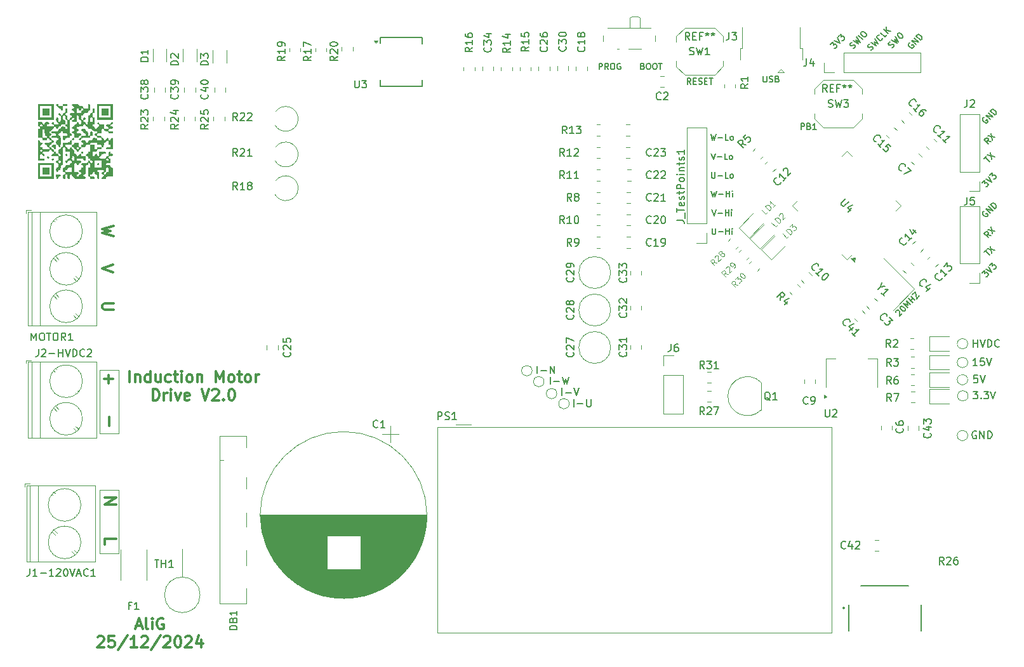
<source format=gbr>
%TF.GenerationSoftware,KiCad,Pcbnew,8.0.6*%
%TF.CreationDate,2024-12-28T02:56:51-05:00*%
%TF.ProjectId,AC_Driver_V2,41435f44-7269-4766-9572-5f56322e6b69,rev?*%
%TF.SameCoordinates,Original*%
%TF.FileFunction,Legend,Top*%
%TF.FilePolarity,Positive*%
%FSLAX46Y46*%
G04 Gerber Fmt 4.6, Leading zero omitted, Abs format (unit mm)*
G04 Created by KiCad (PCBNEW 8.0.6) date 2024-12-28 02:56:51*
%MOMM*%
%LPD*%
G01*
G04 APERTURE LIST*
%ADD10C,0.200000*%
%ADD11C,0.300000*%
%ADD12C,0.100000*%
%ADD13C,0.150000*%
%ADD14C,0.125000*%
%ADD15C,0.120000*%
%ADD16C,0.000000*%
%ADD17C,0.127000*%
G04 APERTURE END LIST*
D10*
X141141673Y-68281539D02*
X141141673Y-68227664D01*
X141141673Y-68227664D02*
X141168610Y-68146852D01*
X141168610Y-68146852D02*
X141303297Y-68012165D01*
X141303297Y-68012165D02*
X141384110Y-67985227D01*
X141384110Y-67985227D02*
X141437984Y-67985227D01*
X141437984Y-67985227D02*
X141518797Y-68012165D01*
X141518797Y-68012165D02*
X141572671Y-68066040D01*
X141572671Y-68066040D02*
X141626546Y-68173789D01*
X141626546Y-68173789D02*
X141626546Y-68820287D01*
X141626546Y-68820287D02*
X141976732Y-68470101D01*
X141761233Y-67554229D02*
X141815108Y-67500354D01*
X141815108Y-67500354D02*
X141895920Y-67473417D01*
X141895920Y-67473417D02*
X141949795Y-67473417D01*
X141949795Y-67473417D02*
X142030607Y-67500354D01*
X142030607Y-67500354D02*
X142165294Y-67581166D01*
X142165294Y-67581166D02*
X142299981Y-67715853D01*
X142299981Y-67715853D02*
X142380794Y-67850540D01*
X142380794Y-67850540D02*
X142407731Y-67931352D01*
X142407731Y-67931352D02*
X142407731Y-67985227D01*
X142407731Y-67985227D02*
X142380794Y-68066039D01*
X142380794Y-68066039D02*
X142326919Y-68119914D01*
X142326919Y-68119914D02*
X142246107Y-68146852D01*
X142246107Y-68146852D02*
X142192232Y-68146852D01*
X142192232Y-68146852D02*
X142111420Y-68119914D01*
X142111420Y-68119914D02*
X141976733Y-68039102D01*
X141976733Y-68039102D02*
X141842046Y-67904415D01*
X141842046Y-67904415D02*
X141761233Y-67769728D01*
X141761233Y-67769728D02*
X141734296Y-67688916D01*
X141734296Y-67688916D02*
X141734296Y-67635041D01*
X141734296Y-67635041D02*
X141761233Y-67554229D01*
X142757917Y-67688916D02*
X142192232Y-67123230D01*
X142192232Y-67123230D02*
X142784855Y-67338729D01*
X142784855Y-67338729D02*
X142569356Y-66746107D01*
X142569356Y-66746107D02*
X143135041Y-67311792D01*
X143404415Y-67042418D02*
X142838730Y-66476732D01*
X143108104Y-66746106D02*
X143431353Y-66422858D01*
X143727664Y-66719169D02*
X143161979Y-66153484D01*
X143377478Y-65937984D02*
X143754601Y-65560861D01*
X143754601Y-65560861D02*
X143943163Y-66503670D01*
X143943163Y-66503670D02*
X144320287Y-66126546D01*
D11*
X36849171Y-67104510D02*
X35634885Y-67104510D01*
X35634885Y-67104510D02*
X35492028Y-67175939D01*
X35492028Y-67175939D02*
X35420600Y-67247368D01*
X35420600Y-67247368D02*
X35349171Y-67390225D01*
X35349171Y-67390225D02*
X35349171Y-67675939D01*
X35349171Y-67675939D02*
X35420600Y-67818796D01*
X35420600Y-67818796D02*
X35492028Y-67890225D01*
X35492028Y-67890225D02*
X35634885Y-67961653D01*
X35634885Y-67961653D02*
X36849171Y-67961653D01*
X36799171Y-61990225D02*
X35299171Y-62490225D01*
X35299171Y-62490225D02*
X36799171Y-62990225D01*
X36849171Y-56811653D02*
X35349171Y-57168796D01*
X35349171Y-57168796D02*
X36420600Y-57454510D01*
X36420600Y-57454510D02*
X35349171Y-57740225D01*
X35349171Y-57740225D02*
X36849171Y-58097368D01*
D10*
X123490476Y-36791695D02*
X123490476Y-37439314D01*
X123490476Y-37439314D02*
X123528571Y-37515504D01*
X123528571Y-37515504D02*
X123566666Y-37553600D01*
X123566666Y-37553600D02*
X123642857Y-37591695D01*
X123642857Y-37591695D02*
X123795238Y-37591695D01*
X123795238Y-37591695D02*
X123871428Y-37553600D01*
X123871428Y-37553600D02*
X123909523Y-37515504D01*
X123909523Y-37515504D02*
X123947619Y-37439314D01*
X123947619Y-37439314D02*
X123947619Y-36791695D01*
X124290475Y-37553600D02*
X124404761Y-37591695D01*
X124404761Y-37591695D02*
X124595237Y-37591695D01*
X124595237Y-37591695D02*
X124671428Y-37553600D01*
X124671428Y-37553600D02*
X124709523Y-37515504D01*
X124709523Y-37515504D02*
X124747618Y-37439314D01*
X124747618Y-37439314D02*
X124747618Y-37363123D01*
X124747618Y-37363123D02*
X124709523Y-37286933D01*
X124709523Y-37286933D02*
X124671428Y-37248838D01*
X124671428Y-37248838D02*
X124595237Y-37210742D01*
X124595237Y-37210742D02*
X124442856Y-37172647D01*
X124442856Y-37172647D02*
X124366666Y-37134552D01*
X124366666Y-37134552D02*
X124328571Y-37096457D01*
X124328571Y-37096457D02*
X124290475Y-37020266D01*
X124290475Y-37020266D02*
X124290475Y-36944076D01*
X124290475Y-36944076D02*
X124328571Y-36867885D01*
X124328571Y-36867885D02*
X124366666Y-36829790D01*
X124366666Y-36829790D02*
X124442856Y-36791695D01*
X124442856Y-36791695D02*
X124633333Y-36791695D01*
X124633333Y-36791695D02*
X124747618Y-36829790D01*
X125357142Y-37172647D02*
X125471428Y-37210742D01*
X125471428Y-37210742D02*
X125509523Y-37248838D01*
X125509523Y-37248838D02*
X125547619Y-37325028D01*
X125547619Y-37325028D02*
X125547619Y-37439314D01*
X125547619Y-37439314D02*
X125509523Y-37515504D01*
X125509523Y-37515504D02*
X125471428Y-37553600D01*
X125471428Y-37553600D02*
X125395238Y-37591695D01*
X125395238Y-37591695D02*
X125090476Y-37591695D01*
X125090476Y-37591695D02*
X125090476Y-36791695D01*
X125090476Y-36791695D02*
X125357142Y-36791695D01*
X125357142Y-36791695D02*
X125433333Y-36829790D01*
X125433333Y-36829790D02*
X125471428Y-36867885D01*
X125471428Y-36867885D02*
X125509523Y-36944076D01*
X125509523Y-36944076D02*
X125509523Y-37020266D01*
X125509523Y-37020266D02*
X125471428Y-37096457D01*
X125471428Y-37096457D02*
X125433333Y-37134552D01*
X125433333Y-37134552D02*
X125357142Y-37172647D01*
X125357142Y-37172647D02*
X125090476Y-37172647D01*
X128509524Y-43891695D02*
X128509524Y-43091695D01*
X128509524Y-43091695D02*
X128814286Y-43091695D01*
X128814286Y-43091695D02*
X128890476Y-43129790D01*
X128890476Y-43129790D02*
X128928571Y-43167885D01*
X128928571Y-43167885D02*
X128966667Y-43244076D01*
X128966667Y-43244076D02*
X128966667Y-43358361D01*
X128966667Y-43358361D02*
X128928571Y-43434552D01*
X128928571Y-43434552D02*
X128890476Y-43472647D01*
X128890476Y-43472647D02*
X128814286Y-43510742D01*
X128814286Y-43510742D02*
X128509524Y-43510742D01*
X129576190Y-43472647D02*
X129690476Y-43510742D01*
X129690476Y-43510742D02*
X129728571Y-43548838D01*
X129728571Y-43548838D02*
X129766667Y-43625028D01*
X129766667Y-43625028D02*
X129766667Y-43739314D01*
X129766667Y-43739314D02*
X129728571Y-43815504D01*
X129728571Y-43815504D02*
X129690476Y-43853600D01*
X129690476Y-43853600D02*
X129614286Y-43891695D01*
X129614286Y-43891695D02*
X129309524Y-43891695D01*
X129309524Y-43891695D02*
X129309524Y-43091695D01*
X129309524Y-43091695D02*
X129576190Y-43091695D01*
X129576190Y-43091695D02*
X129652381Y-43129790D01*
X129652381Y-43129790D02*
X129690476Y-43167885D01*
X129690476Y-43167885D02*
X129728571Y-43244076D01*
X129728571Y-43244076D02*
X129728571Y-43320266D01*
X129728571Y-43320266D02*
X129690476Y-43396457D01*
X129690476Y-43396457D02*
X129652381Y-43434552D01*
X129652381Y-43434552D02*
X129576190Y-43472647D01*
X129576190Y-43472647D02*
X129309524Y-43472647D01*
X130528571Y-43891695D02*
X130071428Y-43891695D01*
X130300000Y-43891695D02*
X130300000Y-43091695D01*
X130300000Y-43091695D02*
X130223809Y-43205980D01*
X130223809Y-43205980D02*
X130147619Y-43282171D01*
X130147619Y-43282171D02*
X130071428Y-43320266D01*
X101571429Y-35891695D02*
X101571429Y-35091695D01*
X101571429Y-35091695D02*
X101876191Y-35091695D01*
X101876191Y-35091695D02*
X101952381Y-35129790D01*
X101952381Y-35129790D02*
X101990476Y-35167885D01*
X101990476Y-35167885D02*
X102028572Y-35244076D01*
X102028572Y-35244076D02*
X102028572Y-35358361D01*
X102028572Y-35358361D02*
X101990476Y-35434552D01*
X101990476Y-35434552D02*
X101952381Y-35472647D01*
X101952381Y-35472647D02*
X101876191Y-35510742D01*
X101876191Y-35510742D02*
X101571429Y-35510742D01*
X102828572Y-35891695D02*
X102561905Y-35510742D01*
X102371429Y-35891695D02*
X102371429Y-35091695D01*
X102371429Y-35091695D02*
X102676191Y-35091695D01*
X102676191Y-35091695D02*
X102752381Y-35129790D01*
X102752381Y-35129790D02*
X102790476Y-35167885D01*
X102790476Y-35167885D02*
X102828572Y-35244076D01*
X102828572Y-35244076D02*
X102828572Y-35358361D01*
X102828572Y-35358361D02*
X102790476Y-35434552D01*
X102790476Y-35434552D02*
X102752381Y-35472647D01*
X102752381Y-35472647D02*
X102676191Y-35510742D01*
X102676191Y-35510742D02*
X102371429Y-35510742D01*
X103323810Y-35091695D02*
X103476191Y-35091695D01*
X103476191Y-35091695D02*
X103552381Y-35129790D01*
X103552381Y-35129790D02*
X103628572Y-35205980D01*
X103628572Y-35205980D02*
X103666667Y-35358361D01*
X103666667Y-35358361D02*
X103666667Y-35625028D01*
X103666667Y-35625028D02*
X103628572Y-35777409D01*
X103628572Y-35777409D02*
X103552381Y-35853600D01*
X103552381Y-35853600D02*
X103476191Y-35891695D01*
X103476191Y-35891695D02*
X103323810Y-35891695D01*
X103323810Y-35891695D02*
X103247619Y-35853600D01*
X103247619Y-35853600D02*
X103171429Y-35777409D01*
X103171429Y-35777409D02*
X103133333Y-35625028D01*
X103133333Y-35625028D02*
X103133333Y-35358361D01*
X103133333Y-35358361D02*
X103171429Y-35205980D01*
X103171429Y-35205980D02*
X103247619Y-35129790D01*
X103247619Y-35129790D02*
X103323810Y-35091695D01*
X104428571Y-35129790D02*
X104352381Y-35091695D01*
X104352381Y-35091695D02*
X104238095Y-35091695D01*
X104238095Y-35091695D02*
X104123809Y-35129790D01*
X104123809Y-35129790D02*
X104047619Y-35205980D01*
X104047619Y-35205980D02*
X104009524Y-35282171D01*
X104009524Y-35282171D02*
X103971428Y-35434552D01*
X103971428Y-35434552D02*
X103971428Y-35548838D01*
X103971428Y-35548838D02*
X104009524Y-35701219D01*
X104009524Y-35701219D02*
X104047619Y-35777409D01*
X104047619Y-35777409D02*
X104123809Y-35853600D01*
X104123809Y-35853600D02*
X104238095Y-35891695D01*
X104238095Y-35891695D02*
X104314286Y-35891695D01*
X104314286Y-35891695D02*
X104428571Y-35853600D01*
X104428571Y-35853600D02*
X104466667Y-35815504D01*
X104466667Y-35815504D02*
X104466667Y-35548838D01*
X104466667Y-35548838D02*
X104314286Y-35548838D01*
X107414285Y-35472647D02*
X107528571Y-35510742D01*
X107528571Y-35510742D02*
X107566666Y-35548838D01*
X107566666Y-35548838D02*
X107604762Y-35625028D01*
X107604762Y-35625028D02*
X107604762Y-35739314D01*
X107604762Y-35739314D02*
X107566666Y-35815504D01*
X107566666Y-35815504D02*
X107528571Y-35853600D01*
X107528571Y-35853600D02*
X107452381Y-35891695D01*
X107452381Y-35891695D02*
X107147619Y-35891695D01*
X107147619Y-35891695D02*
X107147619Y-35091695D01*
X107147619Y-35091695D02*
X107414285Y-35091695D01*
X107414285Y-35091695D02*
X107490476Y-35129790D01*
X107490476Y-35129790D02*
X107528571Y-35167885D01*
X107528571Y-35167885D02*
X107566666Y-35244076D01*
X107566666Y-35244076D02*
X107566666Y-35320266D01*
X107566666Y-35320266D02*
X107528571Y-35396457D01*
X107528571Y-35396457D02*
X107490476Y-35434552D01*
X107490476Y-35434552D02*
X107414285Y-35472647D01*
X107414285Y-35472647D02*
X107147619Y-35472647D01*
X108100000Y-35091695D02*
X108252381Y-35091695D01*
X108252381Y-35091695D02*
X108328571Y-35129790D01*
X108328571Y-35129790D02*
X108404762Y-35205980D01*
X108404762Y-35205980D02*
X108442857Y-35358361D01*
X108442857Y-35358361D02*
X108442857Y-35625028D01*
X108442857Y-35625028D02*
X108404762Y-35777409D01*
X108404762Y-35777409D02*
X108328571Y-35853600D01*
X108328571Y-35853600D02*
X108252381Y-35891695D01*
X108252381Y-35891695D02*
X108100000Y-35891695D01*
X108100000Y-35891695D02*
X108023809Y-35853600D01*
X108023809Y-35853600D02*
X107947619Y-35777409D01*
X107947619Y-35777409D02*
X107909523Y-35625028D01*
X107909523Y-35625028D02*
X107909523Y-35358361D01*
X107909523Y-35358361D02*
X107947619Y-35205980D01*
X107947619Y-35205980D02*
X108023809Y-35129790D01*
X108023809Y-35129790D02*
X108100000Y-35091695D01*
X108938095Y-35091695D02*
X109090476Y-35091695D01*
X109090476Y-35091695D02*
X109166666Y-35129790D01*
X109166666Y-35129790D02*
X109242857Y-35205980D01*
X109242857Y-35205980D02*
X109280952Y-35358361D01*
X109280952Y-35358361D02*
X109280952Y-35625028D01*
X109280952Y-35625028D02*
X109242857Y-35777409D01*
X109242857Y-35777409D02*
X109166666Y-35853600D01*
X109166666Y-35853600D02*
X109090476Y-35891695D01*
X109090476Y-35891695D02*
X108938095Y-35891695D01*
X108938095Y-35891695D02*
X108861904Y-35853600D01*
X108861904Y-35853600D02*
X108785714Y-35777409D01*
X108785714Y-35777409D02*
X108747618Y-35625028D01*
X108747618Y-35625028D02*
X108747618Y-35358361D01*
X108747618Y-35358361D02*
X108785714Y-35205980D01*
X108785714Y-35205980D02*
X108861904Y-35129790D01*
X108861904Y-35129790D02*
X108938095Y-35091695D01*
X109509523Y-35091695D02*
X109966666Y-35091695D01*
X109738094Y-35891695D02*
X109738094Y-35091695D01*
X113838095Y-37891695D02*
X113571428Y-37510742D01*
X113380952Y-37891695D02*
X113380952Y-37091695D01*
X113380952Y-37091695D02*
X113685714Y-37091695D01*
X113685714Y-37091695D02*
X113761904Y-37129790D01*
X113761904Y-37129790D02*
X113799999Y-37167885D01*
X113799999Y-37167885D02*
X113838095Y-37244076D01*
X113838095Y-37244076D02*
X113838095Y-37358361D01*
X113838095Y-37358361D02*
X113799999Y-37434552D01*
X113799999Y-37434552D02*
X113761904Y-37472647D01*
X113761904Y-37472647D02*
X113685714Y-37510742D01*
X113685714Y-37510742D02*
X113380952Y-37510742D01*
X114180952Y-37472647D02*
X114447618Y-37472647D01*
X114561904Y-37891695D02*
X114180952Y-37891695D01*
X114180952Y-37891695D02*
X114180952Y-37091695D01*
X114180952Y-37091695D02*
X114561904Y-37091695D01*
X114866666Y-37853600D02*
X114980952Y-37891695D01*
X114980952Y-37891695D02*
X115171428Y-37891695D01*
X115171428Y-37891695D02*
X115247619Y-37853600D01*
X115247619Y-37853600D02*
X115285714Y-37815504D01*
X115285714Y-37815504D02*
X115323809Y-37739314D01*
X115323809Y-37739314D02*
X115323809Y-37663123D01*
X115323809Y-37663123D02*
X115285714Y-37586933D01*
X115285714Y-37586933D02*
X115247619Y-37548838D01*
X115247619Y-37548838D02*
X115171428Y-37510742D01*
X115171428Y-37510742D02*
X115019047Y-37472647D01*
X115019047Y-37472647D02*
X114942857Y-37434552D01*
X114942857Y-37434552D02*
X114904762Y-37396457D01*
X114904762Y-37396457D02*
X114866666Y-37320266D01*
X114866666Y-37320266D02*
X114866666Y-37244076D01*
X114866666Y-37244076D02*
X114904762Y-37167885D01*
X114904762Y-37167885D02*
X114942857Y-37129790D01*
X114942857Y-37129790D02*
X115019047Y-37091695D01*
X115019047Y-37091695D02*
X115209524Y-37091695D01*
X115209524Y-37091695D02*
X115323809Y-37129790D01*
X115666667Y-37472647D02*
X115933333Y-37472647D01*
X116047619Y-37891695D02*
X115666667Y-37891695D01*
X115666667Y-37891695D02*
X115666667Y-37091695D01*
X115666667Y-37091695D02*
X116047619Y-37091695D01*
X116276191Y-37091695D02*
X116733334Y-37091695D01*
X116504762Y-37891695D02*
X116504762Y-37091695D01*
X116666667Y-57091695D02*
X116666667Y-57739314D01*
X116666667Y-57739314D02*
X116704762Y-57815504D01*
X116704762Y-57815504D02*
X116742857Y-57853600D01*
X116742857Y-57853600D02*
X116819048Y-57891695D01*
X116819048Y-57891695D02*
X116971429Y-57891695D01*
X116971429Y-57891695D02*
X117047619Y-57853600D01*
X117047619Y-57853600D02*
X117085714Y-57815504D01*
X117085714Y-57815504D02*
X117123810Y-57739314D01*
X117123810Y-57739314D02*
X117123810Y-57091695D01*
X117504762Y-57586933D02*
X118114286Y-57586933D01*
X118495238Y-57891695D02*
X118495238Y-57091695D01*
X118495238Y-57472647D02*
X118952381Y-57472647D01*
X118952381Y-57891695D02*
X118952381Y-57091695D01*
X119333333Y-57891695D02*
X119333333Y-57358361D01*
X119333333Y-57091695D02*
X119295237Y-57129790D01*
X119295237Y-57129790D02*
X119333333Y-57167885D01*
X119333333Y-57167885D02*
X119371428Y-57129790D01*
X119371428Y-57129790D02*
X119333333Y-57091695D01*
X119333333Y-57091695D02*
X119333333Y-57167885D01*
X116628572Y-54591695D02*
X116895239Y-55391695D01*
X116895239Y-55391695D02*
X117161905Y-54591695D01*
X117428572Y-55086933D02*
X118038096Y-55086933D01*
X118419048Y-55391695D02*
X118419048Y-54591695D01*
X118419048Y-54972647D02*
X118876191Y-54972647D01*
X118876191Y-55391695D02*
X118876191Y-54591695D01*
X119257143Y-55391695D02*
X119257143Y-54858361D01*
X119257143Y-54591695D02*
X119219047Y-54629790D01*
X119219047Y-54629790D02*
X119257143Y-54667885D01*
X119257143Y-54667885D02*
X119295238Y-54629790D01*
X119295238Y-54629790D02*
X119257143Y-54591695D01*
X119257143Y-54591695D02*
X119257143Y-54667885D01*
X116552381Y-52091695D02*
X116742857Y-52891695D01*
X116742857Y-52891695D02*
X116895238Y-52320266D01*
X116895238Y-52320266D02*
X117047619Y-52891695D01*
X117047619Y-52891695D02*
X117238096Y-52091695D01*
X117542858Y-52586933D02*
X118152382Y-52586933D01*
X118533334Y-52891695D02*
X118533334Y-52091695D01*
X118533334Y-52472647D02*
X118990477Y-52472647D01*
X118990477Y-52891695D02*
X118990477Y-52091695D01*
X119371429Y-52891695D02*
X119371429Y-52358361D01*
X119371429Y-52091695D02*
X119333333Y-52129790D01*
X119333333Y-52129790D02*
X119371429Y-52167885D01*
X119371429Y-52167885D02*
X119409524Y-52129790D01*
X119409524Y-52129790D02*
X119371429Y-52091695D01*
X119371429Y-52091695D02*
X119371429Y-52167885D01*
X116590476Y-49591695D02*
X116590476Y-50239314D01*
X116590476Y-50239314D02*
X116628571Y-50315504D01*
X116628571Y-50315504D02*
X116666666Y-50353600D01*
X116666666Y-50353600D02*
X116742857Y-50391695D01*
X116742857Y-50391695D02*
X116895238Y-50391695D01*
X116895238Y-50391695D02*
X116971428Y-50353600D01*
X116971428Y-50353600D02*
X117009523Y-50315504D01*
X117009523Y-50315504D02*
X117047619Y-50239314D01*
X117047619Y-50239314D02*
X117047619Y-49591695D01*
X117428571Y-50086933D02*
X118038095Y-50086933D01*
X118799999Y-50391695D02*
X118419047Y-50391695D01*
X118419047Y-50391695D02*
X118419047Y-49591695D01*
X119180951Y-50391695D02*
X119104761Y-50353600D01*
X119104761Y-50353600D02*
X119066666Y-50315504D01*
X119066666Y-50315504D02*
X119028570Y-50239314D01*
X119028570Y-50239314D02*
X119028570Y-50010742D01*
X119028570Y-50010742D02*
X119066666Y-49934552D01*
X119066666Y-49934552D02*
X119104761Y-49896457D01*
X119104761Y-49896457D02*
X119180951Y-49858361D01*
X119180951Y-49858361D02*
X119295237Y-49858361D01*
X119295237Y-49858361D02*
X119371428Y-49896457D01*
X119371428Y-49896457D02*
X119409523Y-49934552D01*
X119409523Y-49934552D02*
X119447618Y-50010742D01*
X119447618Y-50010742D02*
X119447618Y-50239314D01*
X119447618Y-50239314D02*
X119409523Y-50315504D01*
X119409523Y-50315504D02*
X119371428Y-50353600D01*
X119371428Y-50353600D02*
X119295237Y-50391695D01*
X119295237Y-50391695D02*
X119180951Y-50391695D01*
X116552381Y-47091695D02*
X116819048Y-47891695D01*
X116819048Y-47891695D02*
X117085714Y-47091695D01*
X117352381Y-47586933D02*
X117961905Y-47586933D01*
X118723809Y-47891695D02*
X118342857Y-47891695D01*
X118342857Y-47891695D02*
X118342857Y-47091695D01*
X119104761Y-47891695D02*
X119028571Y-47853600D01*
X119028571Y-47853600D02*
X118990476Y-47815504D01*
X118990476Y-47815504D02*
X118952380Y-47739314D01*
X118952380Y-47739314D02*
X118952380Y-47510742D01*
X118952380Y-47510742D02*
X118990476Y-47434552D01*
X118990476Y-47434552D02*
X119028571Y-47396457D01*
X119028571Y-47396457D02*
X119104761Y-47358361D01*
X119104761Y-47358361D02*
X119219047Y-47358361D01*
X119219047Y-47358361D02*
X119295238Y-47396457D01*
X119295238Y-47396457D02*
X119333333Y-47434552D01*
X119333333Y-47434552D02*
X119371428Y-47510742D01*
X119371428Y-47510742D02*
X119371428Y-47739314D01*
X119371428Y-47739314D02*
X119333333Y-47815504D01*
X119333333Y-47815504D02*
X119295238Y-47853600D01*
X119295238Y-47853600D02*
X119219047Y-47891695D01*
X119219047Y-47891695D02*
X119104761Y-47891695D01*
X116476190Y-44541695D02*
X116666666Y-45341695D01*
X116666666Y-45341695D02*
X116819047Y-44770266D01*
X116819047Y-44770266D02*
X116971428Y-45341695D01*
X116971428Y-45341695D02*
X117161905Y-44541695D01*
X117466667Y-45036933D02*
X118076191Y-45036933D01*
X118838095Y-45341695D02*
X118457143Y-45341695D01*
X118457143Y-45341695D02*
X118457143Y-44541695D01*
X119219047Y-45341695D02*
X119142857Y-45303600D01*
X119142857Y-45303600D02*
X119104762Y-45265504D01*
X119104762Y-45265504D02*
X119066666Y-45189314D01*
X119066666Y-45189314D02*
X119066666Y-44960742D01*
X119066666Y-44960742D02*
X119104762Y-44884552D01*
X119104762Y-44884552D02*
X119142857Y-44846457D01*
X119142857Y-44846457D02*
X119219047Y-44808361D01*
X119219047Y-44808361D02*
X119333333Y-44808361D01*
X119333333Y-44808361D02*
X119409524Y-44846457D01*
X119409524Y-44846457D02*
X119447619Y-44884552D01*
X119447619Y-44884552D02*
X119485714Y-44960742D01*
X119485714Y-44960742D02*
X119485714Y-45189314D01*
X119485714Y-45189314D02*
X119447619Y-45265504D01*
X119447619Y-45265504D02*
X119409524Y-45303600D01*
X119409524Y-45303600D02*
X119333333Y-45341695D01*
X119333333Y-45341695D02*
X119219047Y-45341695D01*
X153829136Y-58017697D02*
X153371200Y-57936885D01*
X153505887Y-58340946D02*
X152940202Y-57775260D01*
X152940202Y-57775260D02*
X153155701Y-57559761D01*
X153155701Y-57559761D02*
X153236513Y-57532824D01*
X153236513Y-57532824D02*
X153290388Y-57532824D01*
X153290388Y-57532824D02*
X153371200Y-57559761D01*
X153371200Y-57559761D02*
X153452012Y-57640573D01*
X153452012Y-57640573D02*
X153478950Y-57721386D01*
X153478950Y-57721386D02*
X153478950Y-57775260D01*
X153478950Y-57775260D02*
X153452012Y-57856073D01*
X153452012Y-57856073D02*
X153236513Y-58071572D01*
X153452012Y-57263450D02*
X154394821Y-57452012D01*
X153829136Y-56886326D02*
X154017698Y-57829135D01*
X152926733Y-60288729D02*
X153249982Y-59965480D01*
X153654043Y-60692790D02*
X153088357Y-60127105D01*
X153384669Y-59830793D02*
X154327478Y-60019355D01*
X153761792Y-59453670D02*
X153950354Y-60396479D01*
X152953670Y-54815666D02*
X152872858Y-54842604D01*
X152872858Y-54842604D02*
X152792046Y-54923416D01*
X152792046Y-54923416D02*
X152738171Y-55031166D01*
X152738171Y-55031166D02*
X152738171Y-55138915D01*
X152738171Y-55138915D02*
X152765109Y-55219727D01*
X152765109Y-55219727D02*
X152845921Y-55354414D01*
X152845921Y-55354414D02*
X152926733Y-55435227D01*
X152926733Y-55435227D02*
X153061420Y-55516039D01*
X153061420Y-55516039D02*
X153142232Y-55542976D01*
X153142232Y-55542976D02*
X153249982Y-55542976D01*
X153249982Y-55542976D02*
X153357731Y-55489101D01*
X153357731Y-55489101D02*
X153411606Y-55435227D01*
X153411606Y-55435227D02*
X153465481Y-55327477D01*
X153465481Y-55327477D02*
X153465481Y-55273602D01*
X153465481Y-55273602D02*
X153276919Y-55085040D01*
X153276919Y-55085040D02*
X153169170Y-55192790D01*
X153761792Y-55085040D02*
X153196107Y-54519355D01*
X153196107Y-54519355D02*
X154085041Y-54761792D01*
X154085041Y-54761792D02*
X153519356Y-54196106D01*
X154354415Y-54492418D02*
X153788730Y-53926732D01*
X153788730Y-53926732D02*
X153923417Y-53792045D01*
X153923417Y-53792045D02*
X154031166Y-53738171D01*
X154031166Y-53738171D02*
X154138916Y-53738171D01*
X154138916Y-53738171D02*
X154219728Y-53765108D01*
X154219728Y-53765108D02*
X154354415Y-53845920D01*
X154354415Y-53845920D02*
X154435227Y-53926732D01*
X154435227Y-53926732D02*
X154516040Y-54061419D01*
X154516040Y-54061419D02*
X154542977Y-54142232D01*
X154542977Y-54142232D02*
X154542977Y-54249981D01*
X154542977Y-54249981D02*
X154489102Y-54357731D01*
X154489102Y-54357731D02*
X154354415Y-54492418D01*
X152657359Y-63058104D02*
X153007545Y-62707917D01*
X153007545Y-62707917D02*
X153034482Y-63111978D01*
X153034482Y-63111978D02*
X153115294Y-63031166D01*
X153115294Y-63031166D02*
X153196107Y-63004229D01*
X153196107Y-63004229D02*
X153249981Y-63004229D01*
X153249981Y-63004229D02*
X153330794Y-63031166D01*
X153330794Y-63031166D02*
X153465481Y-63165853D01*
X153465481Y-63165853D02*
X153492418Y-63246665D01*
X153492418Y-63246665D02*
X153492418Y-63300540D01*
X153492418Y-63300540D02*
X153465481Y-63381352D01*
X153465481Y-63381352D02*
X153303856Y-63542977D01*
X153303856Y-63542977D02*
X153223044Y-63569914D01*
X153223044Y-63569914D02*
X153169169Y-63569914D01*
X153169169Y-62546293D02*
X153923417Y-62923416D01*
X153923417Y-62923416D02*
X153546293Y-62169169D01*
X153680980Y-62034482D02*
X154031166Y-61684296D01*
X154031166Y-61684296D02*
X154058103Y-62088357D01*
X154058103Y-62088357D02*
X154138916Y-62007545D01*
X154138916Y-62007545D02*
X154219728Y-61980608D01*
X154219728Y-61980608D02*
X154273603Y-61980608D01*
X154273603Y-61980608D02*
X154354415Y-62007545D01*
X154354415Y-62007545D02*
X154489102Y-62142232D01*
X154489102Y-62142232D02*
X154516039Y-62223044D01*
X154516039Y-62223044D02*
X154516039Y-62276919D01*
X154516039Y-62276919D02*
X154489102Y-62357731D01*
X154489102Y-62357731D02*
X154327477Y-62519356D01*
X154327477Y-62519356D02*
X154246665Y-62546293D01*
X154246665Y-62546293D02*
X154192790Y-62546293D01*
X152926733Y-47788729D02*
X153249982Y-47465480D01*
X153654043Y-48192790D02*
X153088357Y-47627105D01*
X153384669Y-47330793D02*
X154327478Y-47519355D01*
X153761792Y-46953670D02*
X153950354Y-47896479D01*
X153829136Y-45517697D02*
X153371200Y-45436885D01*
X153505887Y-45840946D02*
X152940202Y-45275260D01*
X152940202Y-45275260D02*
X153155701Y-45059761D01*
X153155701Y-45059761D02*
X153236513Y-45032824D01*
X153236513Y-45032824D02*
X153290388Y-45032824D01*
X153290388Y-45032824D02*
X153371200Y-45059761D01*
X153371200Y-45059761D02*
X153452012Y-45140573D01*
X153452012Y-45140573D02*
X153478950Y-45221386D01*
X153478950Y-45221386D02*
X153478950Y-45275260D01*
X153478950Y-45275260D02*
X153452012Y-45356073D01*
X153452012Y-45356073D02*
X153236513Y-45571572D01*
X153452012Y-44763450D02*
X154394821Y-44952012D01*
X153829136Y-44386326D02*
X154017698Y-45329135D01*
X152953670Y-42315666D02*
X152872858Y-42342604D01*
X152872858Y-42342604D02*
X152792046Y-42423416D01*
X152792046Y-42423416D02*
X152738171Y-42531166D01*
X152738171Y-42531166D02*
X152738171Y-42638915D01*
X152738171Y-42638915D02*
X152765109Y-42719727D01*
X152765109Y-42719727D02*
X152845921Y-42854414D01*
X152845921Y-42854414D02*
X152926733Y-42935227D01*
X152926733Y-42935227D02*
X153061420Y-43016039D01*
X153061420Y-43016039D02*
X153142232Y-43042976D01*
X153142232Y-43042976D02*
X153249982Y-43042976D01*
X153249982Y-43042976D02*
X153357731Y-42989101D01*
X153357731Y-42989101D02*
X153411606Y-42935227D01*
X153411606Y-42935227D02*
X153465481Y-42827477D01*
X153465481Y-42827477D02*
X153465481Y-42773602D01*
X153465481Y-42773602D02*
X153276919Y-42585040D01*
X153276919Y-42585040D02*
X153169170Y-42692790D01*
X153761792Y-42585040D02*
X153196107Y-42019355D01*
X153196107Y-42019355D02*
X154085041Y-42261792D01*
X154085041Y-42261792D02*
X153519356Y-41696106D01*
X154354415Y-41992418D02*
X153788730Y-41426732D01*
X153788730Y-41426732D02*
X153923417Y-41292045D01*
X153923417Y-41292045D02*
X154031166Y-41238171D01*
X154031166Y-41238171D02*
X154138916Y-41238171D01*
X154138916Y-41238171D02*
X154219728Y-41265108D01*
X154219728Y-41265108D02*
X154354415Y-41345920D01*
X154354415Y-41345920D02*
X154435227Y-41426732D01*
X154435227Y-41426732D02*
X154516040Y-41561419D01*
X154516040Y-41561419D02*
X154542977Y-41642232D01*
X154542977Y-41642232D02*
X154542977Y-41749981D01*
X154542977Y-41749981D02*
X154489102Y-41857731D01*
X154489102Y-41857731D02*
X154354415Y-41992418D01*
X152657359Y-51058104D02*
X153007545Y-50707917D01*
X153007545Y-50707917D02*
X153034482Y-51111978D01*
X153034482Y-51111978D02*
X153115294Y-51031166D01*
X153115294Y-51031166D02*
X153196107Y-51004229D01*
X153196107Y-51004229D02*
X153249981Y-51004229D01*
X153249981Y-51004229D02*
X153330794Y-51031166D01*
X153330794Y-51031166D02*
X153465481Y-51165853D01*
X153465481Y-51165853D02*
X153492418Y-51246665D01*
X153492418Y-51246665D02*
X153492418Y-51300540D01*
X153492418Y-51300540D02*
X153465481Y-51381352D01*
X153465481Y-51381352D02*
X153303856Y-51542977D01*
X153303856Y-51542977D02*
X153223044Y-51569914D01*
X153223044Y-51569914D02*
X153169169Y-51569914D01*
X153169169Y-50546293D02*
X153923417Y-50923416D01*
X153923417Y-50923416D02*
X153546293Y-50169169D01*
X153680980Y-50034482D02*
X154031166Y-49684296D01*
X154031166Y-49684296D02*
X154058103Y-50088357D01*
X154058103Y-50088357D02*
X154138916Y-50007545D01*
X154138916Y-50007545D02*
X154219728Y-49980608D01*
X154219728Y-49980608D02*
X154273603Y-49980608D01*
X154273603Y-49980608D02*
X154354415Y-50007545D01*
X154354415Y-50007545D02*
X154489102Y-50142232D01*
X154489102Y-50142232D02*
X154516039Y-50223044D01*
X154516039Y-50223044D02*
X154516039Y-50276919D01*
X154516039Y-50276919D02*
X154489102Y-50357731D01*
X154489102Y-50357731D02*
X154327477Y-50519356D01*
X154327477Y-50519356D02*
X154246665Y-50546293D01*
X154246665Y-50546293D02*
X154192790Y-50546293D01*
X143053670Y-32315666D02*
X142972858Y-32342604D01*
X142972858Y-32342604D02*
X142892046Y-32423416D01*
X142892046Y-32423416D02*
X142838171Y-32531166D01*
X142838171Y-32531166D02*
X142838171Y-32638915D01*
X142838171Y-32638915D02*
X142865109Y-32719727D01*
X142865109Y-32719727D02*
X142945921Y-32854414D01*
X142945921Y-32854414D02*
X143026733Y-32935227D01*
X143026733Y-32935227D02*
X143161420Y-33016039D01*
X143161420Y-33016039D02*
X143242232Y-33042976D01*
X143242232Y-33042976D02*
X143349982Y-33042976D01*
X143349982Y-33042976D02*
X143457731Y-32989101D01*
X143457731Y-32989101D02*
X143511606Y-32935227D01*
X143511606Y-32935227D02*
X143565481Y-32827477D01*
X143565481Y-32827477D02*
X143565481Y-32773602D01*
X143565481Y-32773602D02*
X143376919Y-32585040D01*
X143376919Y-32585040D02*
X143269170Y-32692790D01*
X143861792Y-32585040D02*
X143296107Y-32019355D01*
X143296107Y-32019355D02*
X144185041Y-32261792D01*
X144185041Y-32261792D02*
X143619356Y-31696106D01*
X144454415Y-31992418D02*
X143888730Y-31426732D01*
X143888730Y-31426732D02*
X144023417Y-31292045D01*
X144023417Y-31292045D02*
X144131166Y-31238171D01*
X144131166Y-31238171D02*
X144238916Y-31238171D01*
X144238916Y-31238171D02*
X144319728Y-31265108D01*
X144319728Y-31265108D02*
X144454415Y-31345920D01*
X144454415Y-31345920D02*
X144535227Y-31426732D01*
X144535227Y-31426732D02*
X144616040Y-31561419D01*
X144616040Y-31561419D02*
X144642977Y-31642232D01*
X144642977Y-31642232D02*
X144642977Y-31749981D01*
X144642977Y-31749981D02*
X144589102Y-31857731D01*
X144589102Y-31857731D02*
X144454415Y-31992418D01*
X140615294Y-33027664D02*
X140723044Y-32973789D01*
X140723044Y-32973789D02*
X140857731Y-32839102D01*
X140857731Y-32839102D02*
X140884668Y-32758290D01*
X140884668Y-32758290D02*
X140884668Y-32704415D01*
X140884668Y-32704415D02*
X140857731Y-32623603D01*
X140857731Y-32623603D02*
X140803856Y-32569728D01*
X140803856Y-32569728D02*
X140723044Y-32542791D01*
X140723044Y-32542791D02*
X140669169Y-32542791D01*
X140669169Y-32542791D02*
X140588357Y-32569728D01*
X140588357Y-32569728D02*
X140453670Y-32650540D01*
X140453670Y-32650540D02*
X140372858Y-32677478D01*
X140372858Y-32677478D02*
X140318983Y-32677478D01*
X140318983Y-32677478D02*
X140238171Y-32650540D01*
X140238171Y-32650540D02*
X140184296Y-32596665D01*
X140184296Y-32596665D02*
X140157359Y-32515853D01*
X140157359Y-32515853D02*
X140157359Y-32461978D01*
X140157359Y-32461978D02*
X140184296Y-32381166D01*
X140184296Y-32381166D02*
X140318983Y-32246479D01*
X140318983Y-32246479D02*
X140426733Y-32192604D01*
X140588357Y-31977105D02*
X141288730Y-32408103D01*
X141288730Y-32408103D02*
X140992418Y-31896293D01*
X140992418Y-31896293D02*
X141504229Y-32192604D01*
X141504229Y-32192604D02*
X141073230Y-31492232D01*
X141396479Y-31168983D02*
X141504229Y-31061233D01*
X141504229Y-31061233D02*
X141585041Y-31034296D01*
X141585041Y-31034296D02*
X141692791Y-31034296D01*
X141692791Y-31034296D02*
X141827478Y-31115108D01*
X141827478Y-31115108D02*
X142016040Y-31303670D01*
X142016040Y-31303670D02*
X142096852Y-31438357D01*
X142096852Y-31438357D02*
X142096852Y-31546106D01*
X142096852Y-31546106D02*
X142069914Y-31626919D01*
X142069914Y-31626919D02*
X141962165Y-31734668D01*
X141962165Y-31734668D02*
X141881353Y-31761606D01*
X141881353Y-31761606D02*
X141773603Y-31761606D01*
X141773603Y-31761606D02*
X141638916Y-31680793D01*
X141638916Y-31680793D02*
X141450354Y-31492232D01*
X141450354Y-31492232D02*
X141369542Y-31357545D01*
X141369542Y-31357545D02*
X141369542Y-31249795D01*
X141369542Y-31249795D02*
X141396479Y-31168983D01*
X137866952Y-33326006D02*
X137974702Y-33272131D01*
X137974702Y-33272131D02*
X138109389Y-33137444D01*
X138109389Y-33137444D02*
X138136326Y-33056632D01*
X138136326Y-33056632D02*
X138136326Y-33002757D01*
X138136326Y-33002757D02*
X138109389Y-32921945D01*
X138109389Y-32921945D02*
X138055514Y-32868070D01*
X138055514Y-32868070D02*
X137974702Y-32841133D01*
X137974702Y-32841133D02*
X137920827Y-32841133D01*
X137920827Y-32841133D02*
X137840015Y-32868070D01*
X137840015Y-32868070D02*
X137705328Y-32948882D01*
X137705328Y-32948882D02*
X137624516Y-32975820D01*
X137624516Y-32975820D02*
X137570641Y-32975820D01*
X137570641Y-32975820D02*
X137489829Y-32948882D01*
X137489829Y-32948882D02*
X137435954Y-32895007D01*
X137435954Y-32895007D02*
X137409017Y-32814195D01*
X137409017Y-32814195D02*
X137409017Y-32760320D01*
X137409017Y-32760320D02*
X137435954Y-32679508D01*
X137435954Y-32679508D02*
X137570641Y-32544821D01*
X137570641Y-32544821D02*
X137678391Y-32490946D01*
X137840015Y-32275447D02*
X138540388Y-32706445D01*
X138540388Y-32706445D02*
X138244076Y-32194635D01*
X138244076Y-32194635D02*
X138755887Y-32490946D01*
X138755887Y-32490946D02*
X138324888Y-31790574D01*
X139375447Y-31763636D02*
X139375447Y-31817511D01*
X139375447Y-31817511D02*
X139321572Y-31925261D01*
X139321572Y-31925261D02*
X139267698Y-31979135D01*
X139267698Y-31979135D02*
X139159948Y-32033010D01*
X139159948Y-32033010D02*
X139052198Y-32033010D01*
X139052198Y-32033010D02*
X138971386Y-32006073D01*
X138971386Y-32006073D02*
X138836699Y-31925261D01*
X138836699Y-31925261D02*
X138755887Y-31844448D01*
X138755887Y-31844448D02*
X138675075Y-31709761D01*
X138675075Y-31709761D02*
X138648137Y-31628949D01*
X138648137Y-31628949D02*
X138648137Y-31521200D01*
X138648137Y-31521200D02*
X138702012Y-31413450D01*
X138702012Y-31413450D02*
X138755887Y-31359575D01*
X138755887Y-31359575D02*
X138863637Y-31305700D01*
X138863637Y-31305700D02*
X138917511Y-31305700D01*
X139941133Y-31305700D02*
X139671759Y-31575074D01*
X139671759Y-31575074D02*
X139106073Y-31009389D01*
X140129694Y-31117139D02*
X139564009Y-30551453D01*
X140452943Y-30793890D02*
X139887258Y-30713078D01*
X139887258Y-30228204D02*
X139887258Y-30874702D01*
X135480607Y-33112351D02*
X135588357Y-33058476D01*
X135588357Y-33058476D02*
X135723044Y-32923789D01*
X135723044Y-32923789D02*
X135749981Y-32842977D01*
X135749981Y-32842977D02*
X135749981Y-32789102D01*
X135749981Y-32789102D02*
X135723044Y-32708290D01*
X135723044Y-32708290D02*
X135669169Y-32654415D01*
X135669169Y-32654415D02*
X135588357Y-32627477D01*
X135588357Y-32627477D02*
X135534482Y-32627477D01*
X135534482Y-32627477D02*
X135453670Y-32654415D01*
X135453670Y-32654415D02*
X135318983Y-32735227D01*
X135318983Y-32735227D02*
X135238171Y-32762164D01*
X135238171Y-32762164D02*
X135184296Y-32762164D01*
X135184296Y-32762164D02*
X135103484Y-32735227D01*
X135103484Y-32735227D02*
X135049609Y-32681352D01*
X135049609Y-32681352D02*
X135022672Y-32600540D01*
X135022672Y-32600540D02*
X135022672Y-32546665D01*
X135022672Y-32546665D02*
X135049609Y-32465853D01*
X135049609Y-32465853D02*
X135184296Y-32331166D01*
X135184296Y-32331166D02*
X135292046Y-32277291D01*
X135453670Y-32061792D02*
X136154043Y-32492790D01*
X136154043Y-32492790D02*
X135857731Y-31980980D01*
X135857731Y-31980980D02*
X136369542Y-32277291D01*
X136369542Y-32277291D02*
X135938543Y-31576919D01*
X136719728Y-31927105D02*
X136154043Y-31361419D01*
X136531166Y-30984296D02*
X136638916Y-30876546D01*
X136638916Y-30876546D02*
X136719728Y-30849609D01*
X136719728Y-30849609D02*
X136827478Y-30849609D01*
X136827478Y-30849609D02*
X136962165Y-30930421D01*
X136962165Y-30930421D02*
X137150726Y-31118983D01*
X137150726Y-31118983D02*
X137231539Y-31253670D01*
X137231539Y-31253670D02*
X137231539Y-31361419D01*
X137231539Y-31361419D02*
X137204601Y-31442232D01*
X137204601Y-31442232D02*
X137096852Y-31549981D01*
X137096852Y-31549981D02*
X137016039Y-31576919D01*
X137016039Y-31576919D02*
X136908290Y-31576919D01*
X136908290Y-31576919D02*
X136773603Y-31496107D01*
X136773603Y-31496107D02*
X136585041Y-31307545D01*
X136585041Y-31307545D02*
X136504229Y-31172858D01*
X136504229Y-31172858D02*
X136504229Y-31065108D01*
X136504229Y-31065108D02*
X136531166Y-30984296D01*
X132457359Y-32558104D02*
X132807545Y-32207917D01*
X132807545Y-32207917D02*
X132834482Y-32611978D01*
X132834482Y-32611978D02*
X132915294Y-32531166D01*
X132915294Y-32531166D02*
X132996107Y-32504229D01*
X132996107Y-32504229D02*
X133049981Y-32504229D01*
X133049981Y-32504229D02*
X133130794Y-32531166D01*
X133130794Y-32531166D02*
X133265481Y-32665853D01*
X133265481Y-32665853D02*
X133292418Y-32746665D01*
X133292418Y-32746665D02*
X133292418Y-32800540D01*
X133292418Y-32800540D02*
X133265481Y-32881352D01*
X133265481Y-32881352D02*
X133103856Y-33042977D01*
X133103856Y-33042977D02*
X133023044Y-33069914D01*
X133023044Y-33069914D02*
X132969169Y-33069914D01*
X132969169Y-32046293D02*
X133723417Y-32423416D01*
X133723417Y-32423416D02*
X133346293Y-31669169D01*
X133480980Y-31534482D02*
X133831166Y-31184296D01*
X133831166Y-31184296D02*
X133858103Y-31588357D01*
X133858103Y-31588357D02*
X133938916Y-31507545D01*
X133938916Y-31507545D02*
X134019728Y-31480608D01*
X134019728Y-31480608D02*
X134073603Y-31480608D01*
X134073603Y-31480608D02*
X134154415Y-31507545D01*
X134154415Y-31507545D02*
X134289102Y-31642232D01*
X134289102Y-31642232D02*
X134316039Y-31723044D01*
X134316039Y-31723044D02*
X134316039Y-31776919D01*
X134316039Y-31776919D02*
X134289102Y-31857731D01*
X134289102Y-31857731D02*
X134127477Y-32019356D01*
X134127477Y-32019356D02*
X134046665Y-32046293D01*
X134046665Y-32046293D02*
X133992790Y-32046293D01*
D11*
X39842857Y-110157341D02*
X40557143Y-110157341D01*
X39700000Y-110585912D02*
X40200000Y-109085912D01*
X40200000Y-109085912D02*
X40700000Y-110585912D01*
X41414285Y-110585912D02*
X41271428Y-110514484D01*
X41271428Y-110514484D02*
X41199999Y-110371626D01*
X41199999Y-110371626D02*
X41199999Y-109085912D01*
X41985713Y-110585912D02*
X41985713Y-109585912D01*
X41985713Y-109085912D02*
X41914285Y-109157341D01*
X41914285Y-109157341D02*
X41985713Y-109228769D01*
X41985713Y-109228769D02*
X42057142Y-109157341D01*
X42057142Y-109157341D02*
X41985713Y-109085912D01*
X41985713Y-109085912D02*
X41985713Y-109228769D01*
X43485714Y-109157341D02*
X43342857Y-109085912D01*
X43342857Y-109085912D02*
X43128571Y-109085912D01*
X43128571Y-109085912D02*
X42914285Y-109157341D01*
X42914285Y-109157341D02*
X42771428Y-109300198D01*
X42771428Y-109300198D02*
X42699999Y-109443055D01*
X42699999Y-109443055D02*
X42628571Y-109728769D01*
X42628571Y-109728769D02*
X42628571Y-109943055D01*
X42628571Y-109943055D02*
X42699999Y-110228769D01*
X42699999Y-110228769D02*
X42771428Y-110371626D01*
X42771428Y-110371626D02*
X42914285Y-110514484D01*
X42914285Y-110514484D02*
X43128571Y-110585912D01*
X43128571Y-110585912D02*
X43271428Y-110585912D01*
X43271428Y-110585912D02*
X43485714Y-110514484D01*
X43485714Y-110514484D02*
X43557142Y-110443055D01*
X43557142Y-110443055D02*
X43557142Y-109943055D01*
X43557142Y-109943055D02*
X43271428Y-109943055D01*
X34700001Y-111643685D02*
X34771429Y-111572257D01*
X34771429Y-111572257D02*
X34914287Y-111500828D01*
X34914287Y-111500828D02*
X35271429Y-111500828D01*
X35271429Y-111500828D02*
X35414287Y-111572257D01*
X35414287Y-111572257D02*
X35485715Y-111643685D01*
X35485715Y-111643685D02*
X35557144Y-111786542D01*
X35557144Y-111786542D02*
X35557144Y-111929400D01*
X35557144Y-111929400D02*
X35485715Y-112143685D01*
X35485715Y-112143685D02*
X34628572Y-113000828D01*
X34628572Y-113000828D02*
X35557144Y-113000828D01*
X36914286Y-111500828D02*
X36200000Y-111500828D01*
X36200000Y-111500828D02*
X36128572Y-112215114D01*
X36128572Y-112215114D02*
X36200000Y-112143685D01*
X36200000Y-112143685D02*
X36342858Y-112072257D01*
X36342858Y-112072257D02*
X36700000Y-112072257D01*
X36700000Y-112072257D02*
X36842858Y-112143685D01*
X36842858Y-112143685D02*
X36914286Y-112215114D01*
X36914286Y-112215114D02*
X36985715Y-112357971D01*
X36985715Y-112357971D02*
X36985715Y-112715114D01*
X36985715Y-112715114D02*
X36914286Y-112857971D01*
X36914286Y-112857971D02*
X36842858Y-112929400D01*
X36842858Y-112929400D02*
X36700000Y-113000828D01*
X36700000Y-113000828D02*
X36342858Y-113000828D01*
X36342858Y-113000828D02*
X36200000Y-112929400D01*
X36200000Y-112929400D02*
X36128572Y-112857971D01*
X38700000Y-111429400D02*
X37414286Y-113357971D01*
X39985715Y-113000828D02*
X39128572Y-113000828D01*
X39557143Y-113000828D02*
X39557143Y-111500828D01*
X39557143Y-111500828D02*
X39414286Y-111715114D01*
X39414286Y-111715114D02*
X39271429Y-111857971D01*
X39271429Y-111857971D02*
X39128572Y-111929400D01*
X40557143Y-111643685D02*
X40628571Y-111572257D01*
X40628571Y-111572257D02*
X40771429Y-111500828D01*
X40771429Y-111500828D02*
X41128571Y-111500828D01*
X41128571Y-111500828D02*
X41271429Y-111572257D01*
X41271429Y-111572257D02*
X41342857Y-111643685D01*
X41342857Y-111643685D02*
X41414286Y-111786542D01*
X41414286Y-111786542D02*
X41414286Y-111929400D01*
X41414286Y-111929400D02*
X41342857Y-112143685D01*
X41342857Y-112143685D02*
X40485714Y-113000828D01*
X40485714Y-113000828D02*
X41414286Y-113000828D01*
X43128571Y-111429400D02*
X41842857Y-113357971D01*
X43557143Y-111643685D02*
X43628571Y-111572257D01*
X43628571Y-111572257D02*
X43771429Y-111500828D01*
X43771429Y-111500828D02*
X44128571Y-111500828D01*
X44128571Y-111500828D02*
X44271429Y-111572257D01*
X44271429Y-111572257D02*
X44342857Y-111643685D01*
X44342857Y-111643685D02*
X44414286Y-111786542D01*
X44414286Y-111786542D02*
X44414286Y-111929400D01*
X44414286Y-111929400D02*
X44342857Y-112143685D01*
X44342857Y-112143685D02*
X43485714Y-113000828D01*
X43485714Y-113000828D02*
X44414286Y-113000828D01*
X45342857Y-111500828D02*
X45485714Y-111500828D01*
X45485714Y-111500828D02*
X45628571Y-111572257D01*
X45628571Y-111572257D02*
X45700000Y-111643685D01*
X45700000Y-111643685D02*
X45771428Y-111786542D01*
X45771428Y-111786542D02*
X45842857Y-112072257D01*
X45842857Y-112072257D02*
X45842857Y-112429400D01*
X45842857Y-112429400D02*
X45771428Y-112715114D01*
X45771428Y-112715114D02*
X45700000Y-112857971D01*
X45700000Y-112857971D02*
X45628571Y-112929400D01*
X45628571Y-112929400D02*
X45485714Y-113000828D01*
X45485714Y-113000828D02*
X45342857Y-113000828D01*
X45342857Y-113000828D02*
X45200000Y-112929400D01*
X45200000Y-112929400D02*
X45128571Y-112857971D01*
X45128571Y-112857971D02*
X45057142Y-112715114D01*
X45057142Y-112715114D02*
X44985714Y-112429400D01*
X44985714Y-112429400D02*
X44985714Y-112072257D01*
X44985714Y-112072257D02*
X45057142Y-111786542D01*
X45057142Y-111786542D02*
X45128571Y-111643685D01*
X45128571Y-111643685D02*
X45200000Y-111572257D01*
X45200000Y-111572257D02*
X45342857Y-111500828D01*
X46414285Y-111643685D02*
X46485713Y-111572257D01*
X46485713Y-111572257D02*
X46628571Y-111500828D01*
X46628571Y-111500828D02*
X46985713Y-111500828D01*
X46985713Y-111500828D02*
X47128571Y-111572257D01*
X47128571Y-111572257D02*
X47199999Y-111643685D01*
X47199999Y-111643685D02*
X47271428Y-111786542D01*
X47271428Y-111786542D02*
X47271428Y-111929400D01*
X47271428Y-111929400D02*
X47199999Y-112143685D01*
X47199999Y-112143685D02*
X46342856Y-113000828D01*
X46342856Y-113000828D02*
X47271428Y-113000828D01*
X48557142Y-112000828D02*
X48557142Y-113000828D01*
X48199999Y-111429400D02*
X47842856Y-112500828D01*
X47842856Y-112500828D02*
X48771427Y-112500828D01*
X38999999Y-77635912D02*
X38999999Y-76135912D01*
X39714285Y-76635912D02*
X39714285Y-77635912D01*
X39714285Y-76778769D02*
X39785714Y-76707341D01*
X39785714Y-76707341D02*
X39928571Y-76635912D01*
X39928571Y-76635912D02*
X40142857Y-76635912D01*
X40142857Y-76635912D02*
X40285714Y-76707341D01*
X40285714Y-76707341D02*
X40357143Y-76850198D01*
X40357143Y-76850198D02*
X40357143Y-77635912D01*
X41714286Y-77635912D02*
X41714286Y-76135912D01*
X41714286Y-77564484D02*
X41571428Y-77635912D01*
X41571428Y-77635912D02*
X41285714Y-77635912D01*
X41285714Y-77635912D02*
X41142857Y-77564484D01*
X41142857Y-77564484D02*
X41071428Y-77493055D01*
X41071428Y-77493055D02*
X41000000Y-77350198D01*
X41000000Y-77350198D02*
X41000000Y-76921626D01*
X41000000Y-76921626D02*
X41071428Y-76778769D01*
X41071428Y-76778769D02*
X41142857Y-76707341D01*
X41142857Y-76707341D02*
X41285714Y-76635912D01*
X41285714Y-76635912D02*
X41571428Y-76635912D01*
X41571428Y-76635912D02*
X41714286Y-76707341D01*
X43071429Y-76635912D02*
X43071429Y-77635912D01*
X42428571Y-76635912D02*
X42428571Y-77421626D01*
X42428571Y-77421626D02*
X42500000Y-77564484D01*
X42500000Y-77564484D02*
X42642857Y-77635912D01*
X42642857Y-77635912D02*
X42857143Y-77635912D01*
X42857143Y-77635912D02*
X43000000Y-77564484D01*
X43000000Y-77564484D02*
X43071429Y-77493055D01*
X44428572Y-77564484D02*
X44285714Y-77635912D01*
X44285714Y-77635912D02*
X44000000Y-77635912D01*
X44000000Y-77635912D02*
X43857143Y-77564484D01*
X43857143Y-77564484D02*
X43785714Y-77493055D01*
X43785714Y-77493055D02*
X43714286Y-77350198D01*
X43714286Y-77350198D02*
X43714286Y-76921626D01*
X43714286Y-76921626D02*
X43785714Y-76778769D01*
X43785714Y-76778769D02*
X43857143Y-76707341D01*
X43857143Y-76707341D02*
X44000000Y-76635912D01*
X44000000Y-76635912D02*
X44285714Y-76635912D01*
X44285714Y-76635912D02*
X44428572Y-76707341D01*
X44857143Y-76635912D02*
X45428571Y-76635912D01*
X45071428Y-76135912D02*
X45071428Y-77421626D01*
X45071428Y-77421626D02*
X45142857Y-77564484D01*
X45142857Y-77564484D02*
X45285714Y-77635912D01*
X45285714Y-77635912D02*
X45428571Y-77635912D01*
X45928571Y-77635912D02*
X45928571Y-76635912D01*
X45928571Y-76135912D02*
X45857143Y-76207341D01*
X45857143Y-76207341D02*
X45928571Y-76278769D01*
X45928571Y-76278769D02*
X46000000Y-76207341D01*
X46000000Y-76207341D02*
X45928571Y-76135912D01*
X45928571Y-76135912D02*
X45928571Y-76278769D01*
X46857143Y-77635912D02*
X46714286Y-77564484D01*
X46714286Y-77564484D02*
X46642857Y-77493055D01*
X46642857Y-77493055D02*
X46571429Y-77350198D01*
X46571429Y-77350198D02*
X46571429Y-76921626D01*
X46571429Y-76921626D02*
X46642857Y-76778769D01*
X46642857Y-76778769D02*
X46714286Y-76707341D01*
X46714286Y-76707341D02*
X46857143Y-76635912D01*
X46857143Y-76635912D02*
X47071429Y-76635912D01*
X47071429Y-76635912D02*
X47214286Y-76707341D01*
X47214286Y-76707341D02*
X47285715Y-76778769D01*
X47285715Y-76778769D02*
X47357143Y-76921626D01*
X47357143Y-76921626D02*
X47357143Y-77350198D01*
X47357143Y-77350198D02*
X47285715Y-77493055D01*
X47285715Y-77493055D02*
X47214286Y-77564484D01*
X47214286Y-77564484D02*
X47071429Y-77635912D01*
X47071429Y-77635912D02*
X46857143Y-77635912D01*
X48000000Y-76635912D02*
X48000000Y-77635912D01*
X48000000Y-76778769D02*
X48071429Y-76707341D01*
X48071429Y-76707341D02*
X48214286Y-76635912D01*
X48214286Y-76635912D02*
X48428572Y-76635912D01*
X48428572Y-76635912D02*
X48571429Y-76707341D01*
X48571429Y-76707341D02*
X48642858Y-76850198D01*
X48642858Y-76850198D02*
X48642858Y-77635912D01*
X50500000Y-77635912D02*
X50500000Y-76135912D01*
X50500000Y-76135912D02*
X51000000Y-77207341D01*
X51000000Y-77207341D02*
X51500000Y-76135912D01*
X51500000Y-76135912D02*
X51500000Y-77635912D01*
X52428572Y-77635912D02*
X52285715Y-77564484D01*
X52285715Y-77564484D02*
X52214286Y-77493055D01*
X52214286Y-77493055D02*
X52142858Y-77350198D01*
X52142858Y-77350198D02*
X52142858Y-76921626D01*
X52142858Y-76921626D02*
X52214286Y-76778769D01*
X52214286Y-76778769D02*
X52285715Y-76707341D01*
X52285715Y-76707341D02*
X52428572Y-76635912D01*
X52428572Y-76635912D02*
X52642858Y-76635912D01*
X52642858Y-76635912D02*
X52785715Y-76707341D01*
X52785715Y-76707341D02*
X52857144Y-76778769D01*
X52857144Y-76778769D02*
X52928572Y-76921626D01*
X52928572Y-76921626D02*
X52928572Y-77350198D01*
X52928572Y-77350198D02*
X52857144Y-77493055D01*
X52857144Y-77493055D02*
X52785715Y-77564484D01*
X52785715Y-77564484D02*
X52642858Y-77635912D01*
X52642858Y-77635912D02*
X52428572Y-77635912D01*
X53357144Y-76635912D02*
X53928572Y-76635912D01*
X53571429Y-76135912D02*
X53571429Y-77421626D01*
X53571429Y-77421626D02*
X53642858Y-77564484D01*
X53642858Y-77564484D02*
X53785715Y-77635912D01*
X53785715Y-77635912D02*
X53928572Y-77635912D01*
X54642858Y-77635912D02*
X54500001Y-77564484D01*
X54500001Y-77564484D02*
X54428572Y-77493055D01*
X54428572Y-77493055D02*
X54357144Y-77350198D01*
X54357144Y-77350198D02*
X54357144Y-76921626D01*
X54357144Y-76921626D02*
X54428572Y-76778769D01*
X54428572Y-76778769D02*
X54500001Y-76707341D01*
X54500001Y-76707341D02*
X54642858Y-76635912D01*
X54642858Y-76635912D02*
X54857144Y-76635912D01*
X54857144Y-76635912D02*
X55000001Y-76707341D01*
X55000001Y-76707341D02*
X55071430Y-76778769D01*
X55071430Y-76778769D02*
X55142858Y-76921626D01*
X55142858Y-76921626D02*
X55142858Y-77350198D01*
X55142858Y-77350198D02*
X55071430Y-77493055D01*
X55071430Y-77493055D02*
X55000001Y-77564484D01*
X55000001Y-77564484D02*
X54857144Y-77635912D01*
X54857144Y-77635912D02*
X54642858Y-77635912D01*
X55785715Y-77635912D02*
X55785715Y-76635912D01*
X55785715Y-76921626D02*
X55857144Y-76778769D01*
X55857144Y-76778769D02*
X55928573Y-76707341D01*
X55928573Y-76707341D02*
X56071430Y-76635912D01*
X56071430Y-76635912D02*
X56214287Y-76635912D01*
X42071429Y-80050828D02*
X42071429Y-78550828D01*
X42071429Y-78550828D02*
X42428572Y-78550828D01*
X42428572Y-78550828D02*
X42642858Y-78622257D01*
X42642858Y-78622257D02*
X42785715Y-78765114D01*
X42785715Y-78765114D02*
X42857144Y-78907971D01*
X42857144Y-78907971D02*
X42928572Y-79193685D01*
X42928572Y-79193685D02*
X42928572Y-79407971D01*
X42928572Y-79407971D02*
X42857144Y-79693685D01*
X42857144Y-79693685D02*
X42785715Y-79836542D01*
X42785715Y-79836542D02*
X42642858Y-79979400D01*
X42642858Y-79979400D02*
X42428572Y-80050828D01*
X42428572Y-80050828D02*
X42071429Y-80050828D01*
X43571429Y-80050828D02*
X43571429Y-79050828D01*
X43571429Y-79336542D02*
X43642858Y-79193685D01*
X43642858Y-79193685D02*
X43714287Y-79122257D01*
X43714287Y-79122257D02*
X43857144Y-79050828D01*
X43857144Y-79050828D02*
X44000001Y-79050828D01*
X44500000Y-80050828D02*
X44500000Y-79050828D01*
X44500000Y-78550828D02*
X44428572Y-78622257D01*
X44428572Y-78622257D02*
X44500000Y-78693685D01*
X44500000Y-78693685D02*
X44571429Y-78622257D01*
X44571429Y-78622257D02*
X44500000Y-78550828D01*
X44500000Y-78550828D02*
X44500000Y-78693685D01*
X45071429Y-79050828D02*
X45428572Y-80050828D01*
X45428572Y-80050828D02*
X45785715Y-79050828D01*
X46928572Y-79979400D02*
X46785715Y-80050828D01*
X46785715Y-80050828D02*
X46500001Y-80050828D01*
X46500001Y-80050828D02*
X46357143Y-79979400D01*
X46357143Y-79979400D02*
X46285715Y-79836542D01*
X46285715Y-79836542D02*
X46285715Y-79265114D01*
X46285715Y-79265114D02*
X46357143Y-79122257D01*
X46357143Y-79122257D02*
X46500001Y-79050828D01*
X46500001Y-79050828D02*
X46785715Y-79050828D01*
X46785715Y-79050828D02*
X46928572Y-79122257D01*
X46928572Y-79122257D02*
X47000001Y-79265114D01*
X47000001Y-79265114D02*
X47000001Y-79407971D01*
X47000001Y-79407971D02*
X46285715Y-79550828D01*
X48571429Y-78550828D02*
X49071429Y-80050828D01*
X49071429Y-80050828D02*
X49571429Y-78550828D01*
X50000000Y-78693685D02*
X50071428Y-78622257D01*
X50071428Y-78622257D02*
X50214286Y-78550828D01*
X50214286Y-78550828D02*
X50571428Y-78550828D01*
X50571428Y-78550828D02*
X50714286Y-78622257D01*
X50714286Y-78622257D02*
X50785714Y-78693685D01*
X50785714Y-78693685D02*
X50857143Y-78836542D01*
X50857143Y-78836542D02*
X50857143Y-78979400D01*
X50857143Y-78979400D02*
X50785714Y-79193685D01*
X50785714Y-79193685D02*
X49928571Y-80050828D01*
X49928571Y-80050828D02*
X50857143Y-80050828D01*
X51499999Y-79907971D02*
X51571428Y-79979400D01*
X51571428Y-79979400D02*
X51499999Y-80050828D01*
X51499999Y-80050828D02*
X51428571Y-79979400D01*
X51428571Y-79979400D02*
X51499999Y-79907971D01*
X51499999Y-79907971D02*
X51499999Y-80050828D01*
X52500000Y-78550828D02*
X52642857Y-78550828D01*
X52642857Y-78550828D02*
X52785714Y-78622257D01*
X52785714Y-78622257D02*
X52857143Y-78693685D01*
X52857143Y-78693685D02*
X52928571Y-78836542D01*
X52928571Y-78836542D02*
X53000000Y-79122257D01*
X53000000Y-79122257D02*
X53000000Y-79479400D01*
X53000000Y-79479400D02*
X52928571Y-79765114D01*
X52928571Y-79765114D02*
X52857143Y-79907971D01*
X52857143Y-79907971D02*
X52785714Y-79979400D01*
X52785714Y-79979400D02*
X52642857Y-80050828D01*
X52642857Y-80050828D02*
X52500000Y-80050828D01*
X52500000Y-80050828D02*
X52357143Y-79979400D01*
X52357143Y-79979400D02*
X52285714Y-79907971D01*
X52285714Y-79907971D02*
X52214285Y-79765114D01*
X52214285Y-79765114D02*
X52142857Y-79479400D01*
X52142857Y-79479400D02*
X52142857Y-79122257D01*
X52142857Y-79122257D02*
X52214285Y-78836542D01*
X52214285Y-78836542D02*
X52285714Y-78693685D01*
X52285714Y-78693685D02*
X52357143Y-78622257D01*
X52357143Y-78622257D02*
X52500000Y-78550828D01*
D12*
X35000000Y-92000000D02*
X37500000Y-92000000D01*
X37500000Y-100500000D01*
X35000000Y-100500000D01*
X35000000Y-92000000D01*
X35000000Y-76000000D02*
X37500000Y-76000000D01*
X37500000Y-84500000D01*
X35000000Y-84500000D01*
X35000000Y-76000000D01*
D11*
X36279400Y-83445489D02*
X36279400Y-82302632D01*
X35604510Y-77229400D02*
X36747368Y-77229400D01*
X36175939Y-77800828D02*
X36175939Y-76657971D01*
X35699171Y-99268796D02*
X35699171Y-98554510D01*
X35699171Y-98554510D02*
X37199171Y-98554510D01*
X35699171Y-93054510D02*
X37199171Y-93054510D01*
X37199171Y-93054510D02*
X35699171Y-93911653D01*
X35699171Y-93911653D02*
X37199171Y-93911653D01*
D13*
X111166666Y-72544819D02*
X111166666Y-73259104D01*
X111166666Y-73259104D02*
X111119047Y-73401961D01*
X111119047Y-73401961D02*
X111023809Y-73497200D01*
X111023809Y-73497200D02*
X110880952Y-73544819D01*
X110880952Y-73544819D02*
X110785714Y-73544819D01*
X112071428Y-72544819D02*
X111880952Y-72544819D01*
X111880952Y-72544819D02*
X111785714Y-72592438D01*
X111785714Y-72592438D02*
X111738095Y-72640057D01*
X111738095Y-72640057D02*
X111642857Y-72782914D01*
X111642857Y-72782914D02*
X111595238Y-72973390D01*
X111595238Y-72973390D02*
X111595238Y-73354342D01*
X111595238Y-73354342D02*
X111642857Y-73449580D01*
X111642857Y-73449580D02*
X111690476Y-73497200D01*
X111690476Y-73497200D02*
X111785714Y-73544819D01*
X111785714Y-73544819D02*
X111976190Y-73544819D01*
X111976190Y-73544819D02*
X112071428Y-73497200D01*
X112071428Y-73497200D02*
X112119047Y-73449580D01*
X112119047Y-73449580D02*
X112166666Y-73354342D01*
X112166666Y-73354342D02*
X112166666Y-73116247D01*
X112166666Y-73116247D02*
X112119047Y-73021009D01*
X112119047Y-73021009D02*
X112071428Y-72973390D01*
X112071428Y-72973390D02*
X111976190Y-72925771D01*
X111976190Y-72925771D02*
X111785714Y-72925771D01*
X111785714Y-72925771D02*
X111690476Y-72973390D01*
X111690476Y-72973390D02*
X111642857Y-73021009D01*
X111642857Y-73021009D02*
X111595238Y-73116247D01*
X115607142Y-75804819D02*
X115273809Y-75328628D01*
X115035714Y-75804819D02*
X115035714Y-74804819D01*
X115035714Y-74804819D02*
X115416666Y-74804819D01*
X115416666Y-74804819D02*
X115511904Y-74852438D01*
X115511904Y-74852438D02*
X115559523Y-74900057D01*
X115559523Y-74900057D02*
X115607142Y-74995295D01*
X115607142Y-74995295D02*
X115607142Y-75138152D01*
X115607142Y-75138152D02*
X115559523Y-75233390D01*
X115559523Y-75233390D02*
X115511904Y-75281009D01*
X115511904Y-75281009D02*
X115416666Y-75328628D01*
X115416666Y-75328628D02*
X115035714Y-75328628D01*
X115940476Y-74804819D02*
X116559523Y-74804819D01*
X116559523Y-74804819D02*
X116226190Y-75185771D01*
X116226190Y-75185771D02*
X116369047Y-75185771D01*
X116369047Y-75185771D02*
X116464285Y-75233390D01*
X116464285Y-75233390D02*
X116511904Y-75281009D01*
X116511904Y-75281009D02*
X116559523Y-75376247D01*
X116559523Y-75376247D02*
X116559523Y-75614342D01*
X116559523Y-75614342D02*
X116511904Y-75709580D01*
X116511904Y-75709580D02*
X116464285Y-75757200D01*
X116464285Y-75757200D02*
X116369047Y-75804819D01*
X116369047Y-75804819D02*
X116083333Y-75804819D01*
X116083333Y-75804819D02*
X115988095Y-75757200D01*
X115988095Y-75757200D02*
X115940476Y-75709580D01*
X117511904Y-75804819D02*
X116940476Y-75804819D01*
X117226190Y-75804819D02*
X117226190Y-74804819D01*
X117226190Y-74804819D02*
X117130952Y-74947676D01*
X117130952Y-74947676D02*
X117035714Y-75042914D01*
X117035714Y-75042914D02*
X116940476Y-75090533D01*
X115607142Y-81954819D02*
X115273809Y-81478628D01*
X115035714Y-81954819D02*
X115035714Y-80954819D01*
X115035714Y-80954819D02*
X115416666Y-80954819D01*
X115416666Y-80954819D02*
X115511904Y-81002438D01*
X115511904Y-81002438D02*
X115559523Y-81050057D01*
X115559523Y-81050057D02*
X115607142Y-81145295D01*
X115607142Y-81145295D02*
X115607142Y-81288152D01*
X115607142Y-81288152D02*
X115559523Y-81383390D01*
X115559523Y-81383390D02*
X115511904Y-81431009D01*
X115511904Y-81431009D02*
X115416666Y-81478628D01*
X115416666Y-81478628D02*
X115035714Y-81478628D01*
X115988095Y-81050057D02*
X116035714Y-81002438D01*
X116035714Y-81002438D02*
X116130952Y-80954819D01*
X116130952Y-80954819D02*
X116369047Y-80954819D01*
X116369047Y-80954819D02*
X116464285Y-81002438D01*
X116464285Y-81002438D02*
X116511904Y-81050057D01*
X116511904Y-81050057D02*
X116559523Y-81145295D01*
X116559523Y-81145295D02*
X116559523Y-81240533D01*
X116559523Y-81240533D02*
X116511904Y-81383390D01*
X116511904Y-81383390D02*
X115940476Y-81954819D01*
X115940476Y-81954819D02*
X116559523Y-81954819D01*
X116892857Y-80954819D02*
X117559523Y-80954819D01*
X117559523Y-80954819D02*
X117130952Y-81954819D01*
X124404761Y-80050057D02*
X124309523Y-80002438D01*
X124309523Y-80002438D02*
X124214285Y-79907200D01*
X124214285Y-79907200D02*
X124071428Y-79764342D01*
X124071428Y-79764342D02*
X123976190Y-79716723D01*
X123976190Y-79716723D02*
X123880952Y-79716723D01*
X123928571Y-79954819D02*
X123833333Y-79907200D01*
X123833333Y-79907200D02*
X123738095Y-79811961D01*
X123738095Y-79811961D02*
X123690476Y-79621485D01*
X123690476Y-79621485D02*
X123690476Y-79288152D01*
X123690476Y-79288152D02*
X123738095Y-79097676D01*
X123738095Y-79097676D02*
X123833333Y-79002438D01*
X123833333Y-79002438D02*
X123928571Y-78954819D01*
X123928571Y-78954819D02*
X124119047Y-78954819D01*
X124119047Y-78954819D02*
X124214285Y-79002438D01*
X124214285Y-79002438D02*
X124309523Y-79097676D01*
X124309523Y-79097676D02*
X124357142Y-79288152D01*
X124357142Y-79288152D02*
X124357142Y-79621485D01*
X124357142Y-79621485D02*
X124309523Y-79811961D01*
X124309523Y-79811961D02*
X124214285Y-79907200D01*
X124214285Y-79907200D02*
X124119047Y-79954819D01*
X124119047Y-79954819D02*
X123928571Y-79954819D01*
X125309523Y-79954819D02*
X124738095Y-79954819D01*
X125023809Y-79954819D02*
X125023809Y-78954819D01*
X125023809Y-78954819D02*
X124928571Y-79097676D01*
X124928571Y-79097676D02*
X124833333Y-79192914D01*
X124833333Y-79192914D02*
X124738095Y-79240533D01*
X139128394Y-64948170D02*
X138791676Y-65284888D01*
X139263081Y-64342079D02*
X139128394Y-64948170D01*
X139128394Y-64948170D02*
X139734485Y-64813483D01*
X139633470Y-66126681D02*
X139229409Y-65722620D01*
X139431440Y-65924651D02*
X140138546Y-65217544D01*
X140138546Y-65217544D02*
X139970188Y-65251216D01*
X139970188Y-65251216D02*
X139835501Y-65251216D01*
X139835501Y-65251216D02*
X139734485Y-65217544D01*
X98207143Y-80904819D02*
X98207143Y-79904819D01*
X98683333Y-80523866D02*
X99445238Y-80523866D01*
X99921428Y-79904819D02*
X99921428Y-80714342D01*
X99921428Y-80714342D02*
X99969047Y-80809580D01*
X99969047Y-80809580D02*
X100016666Y-80857200D01*
X100016666Y-80857200D02*
X100111904Y-80904819D01*
X100111904Y-80904819D02*
X100302380Y-80904819D01*
X100302380Y-80904819D02*
X100397618Y-80857200D01*
X100397618Y-80857200D02*
X100445237Y-80809580D01*
X100445237Y-80809580D02*
X100492856Y-80714342D01*
X100492856Y-80714342D02*
X100492856Y-79904819D01*
X96652381Y-79404819D02*
X96652381Y-78404819D01*
X97128571Y-79023866D02*
X97890476Y-79023866D01*
X98223809Y-78404819D02*
X98557142Y-79404819D01*
X98557142Y-79404819D02*
X98890475Y-78404819D01*
X95059524Y-77904819D02*
X95059524Y-76904819D01*
X95535714Y-77523866D02*
X96297619Y-77523866D01*
X96678571Y-76904819D02*
X96916666Y-77904819D01*
X96916666Y-77904819D02*
X97107142Y-77190533D01*
X97107142Y-77190533D02*
X97297618Y-77904819D01*
X97297618Y-77904819D02*
X97535714Y-76904819D01*
X93357143Y-76454819D02*
X93357143Y-75454819D01*
X93833333Y-76073866D02*
X94595238Y-76073866D01*
X95071428Y-76454819D02*
X95071428Y-75454819D01*
X95071428Y-75454819D02*
X95642856Y-76454819D01*
X95642856Y-76454819D02*
X95642856Y-75454819D01*
X151888095Y-84202438D02*
X151792857Y-84154819D01*
X151792857Y-84154819D02*
X151650000Y-84154819D01*
X151650000Y-84154819D02*
X151507143Y-84202438D01*
X151507143Y-84202438D02*
X151411905Y-84297676D01*
X151411905Y-84297676D02*
X151364286Y-84392914D01*
X151364286Y-84392914D02*
X151316667Y-84583390D01*
X151316667Y-84583390D02*
X151316667Y-84726247D01*
X151316667Y-84726247D02*
X151364286Y-84916723D01*
X151364286Y-84916723D02*
X151411905Y-85011961D01*
X151411905Y-85011961D02*
X151507143Y-85107200D01*
X151507143Y-85107200D02*
X151650000Y-85154819D01*
X151650000Y-85154819D02*
X151745238Y-85154819D01*
X151745238Y-85154819D02*
X151888095Y-85107200D01*
X151888095Y-85107200D02*
X151935714Y-85059580D01*
X151935714Y-85059580D02*
X151935714Y-84726247D01*
X151935714Y-84726247D02*
X151745238Y-84726247D01*
X152364286Y-85154819D02*
X152364286Y-84154819D01*
X152364286Y-84154819D02*
X152935714Y-85154819D01*
X152935714Y-85154819D02*
X152935714Y-84154819D01*
X153411905Y-85154819D02*
X153411905Y-84154819D01*
X153411905Y-84154819D02*
X153650000Y-84154819D01*
X153650000Y-84154819D02*
X153792857Y-84202438D01*
X153792857Y-84202438D02*
X153888095Y-84297676D01*
X153888095Y-84297676D02*
X153935714Y-84392914D01*
X153935714Y-84392914D02*
X153983333Y-84583390D01*
X153983333Y-84583390D02*
X153983333Y-84726247D01*
X153983333Y-84726247D02*
X153935714Y-84916723D01*
X153935714Y-84916723D02*
X153888095Y-85011961D01*
X153888095Y-85011961D02*
X153792857Y-85107200D01*
X153792857Y-85107200D02*
X153650000Y-85154819D01*
X153650000Y-85154819D02*
X153411905Y-85154819D01*
X151473810Y-78854819D02*
X152092857Y-78854819D01*
X152092857Y-78854819D02*
X151759524Y-79235771D01*
X151759524Y-79235771D02*
X151902381Y-79235771D01*
X151902381Y-79235771D02*
X151997619Y-79283390D01*
X151997619Y-79283390D02*
X152045238Y-79331009D01*
X152045238Y-79331009D02*
X152092857Y-79426247D01*
X152092857Y-79426247D02*
X152092857Y-79664342D01*
X152092857Y-79664342D02*
X152045238Y-79759580D01*
X152045238Y-79759580D02*
X151997619Y-79807200D01*
X151997619Y-79807200D02*
X151902381Y-79854819D01*
X151902381Y-79854819D02*
X151616667Y-79854819D01*
X151616667Y-79854819D02*
X151521429Y-79807200D01*
X151521429Y-79807200D02*
X151473810Y-79759580D01*
X152521429Y-79759580D02*
X152569048Y-79807200D01*
X152569048Y-79807200D02*
X152521429Y-79854819D01*
X152521429Y-79854819D02*
X152473810Y-79807200D01*
X152473810Y-79807200D02*
X152521429Y-79759580D01*
X152521429Y-79759580D02*
X152521429Y-79854819D01*
X152902381Y-78854819D02*
X153521428Y-78854819D01*
X153521428Y-78854819D02*
X153188095Y-79235771D01*
X153188095Y-79235771D02*
X153330952Y-79235771D01*
X153330952Y-79235771D02*
X153426190Y-79283390D01*
X153426190Y-79283390D02*
X153473809Y-79331009D01*
X153473809Y-79331009D02*
X153521428Y-79426247D01*
X153521428Y-79426247D02*
X153521428Y-79664342D01*
X153521428Y-79664342D02*
X153473809Y-79759580D01*
X153473809Y-79759580D02*
X153426190Y-79807200D01*
X153426190Y-79807200D02*
X153330952Y-79854819D01*
X153330952Y-79854819D02*
X153045238Y-79854819D01*
X153045238Y-79854819D02*
X152950000Y-79807200D01*
X152950000Y-79807200D02*
X152902381Y-79759580D01*
X153807143Y-78854819D02*
X154140476Y-79854819D01*
X154140476Y-79854819D02*
X154473809Y-78854819D01*
X152059523Y-76704819D02*
X151583333Y-76704819D01*
X151583333Y-76704819D02*
X151535714Y-77181009D01*
X151535714Y-77181009D02*
X151583333Y-77133390D01*
X151583333Y-77133390D02*
X151678571Y-77085771D01*
X151678571Y-77085771D02*
X151916666Y-77085771D01*
X151916666Y-77085771D02*
X152011904Y-77133390D01*
X152011904Y-77133390D02*
X152059523Y-77181009D01*
X152059523Y-77181009D02*
X152107142Y-77276247D01*
X152107142Y-77276247D02*
X152107142Y-77514342D01*
X152107142Y-77514342D02*
X152059523Y-77609580D01*
X152059523Y-77609580D02*
X152011904Y-77657200D01*
X152011904Y-77657200D02*
X151916666Y-77704819D01*
X151916666Y-77704819D02*
X151678571Y-77704819D01*
X151678571Y-77704819D02*
X151583333Y-77657200D01*
X151583333Y-77657200D02*
X151535714Y-77609580D01*
X152392857Y-76704819D02*
X152726190Y-77704819D01*
X152726190Y-77704819D02*
X153059523Y-76704819D01*
X152030952Y-75404819D02*
X151459524Y-75404819D01*
X151745238Y-75404819D02*
X151745238Y-74404819D01*
X151745238Y-74404819D02*
X151650000Y-74547676D01*
X151650000Y-74547676D02*
X151554762Y-74642914D01*
X151554762Y-74642914D02*
X151459524Y-74690533D01*
X152935714Y-74404819D02*
X152459524Y-74404819D01*
X152459524Y-74404819D02*
X152411905Y-74881009D01*
X152411905Y-74881009D02*
X152459524Y-74833390D01*
X152459524Y-74833390D02*
X152554762Y-74785771D01*
X152554762Y-74785771D02*
X152792857Y-74785771D01*
X152792857Y-74785771D02*
X152888095Y-74833390D01*
X152888095Y-74833390D02*
X152935714Y-74881009D01*
X152935714Y-74881009D02*
X152983333Y-74976247D01*
X152983333Y-74976247D02*
X152983333Y-75214342D01*
X152983333Y-75214342D02*
X152935714Y-75309580D01*
X152935714Y-75309580D02*
X152888095Y-75357200D01*
X152888095Y-75357200D02*
X152792857Y-75404819D01*
X152792857Y-75404819D02*
X152554762Y-75404819D01*
X152554762Y-75404819D02*
X152459524Y-75357200D01*
X152459524Y-75357200D02*
X152411905Y-75309580D01*
X153269048Y-74404819D02*
X153602381Y-75404819D01*
X153602381Y-75404819D02*
X153935714Y-74404819D01*
X151485714Y-72954819D02*
X151485714Y-71954819D01*
X151485714Y-72431009D02*
X152057142Y-72431009D01*
X152057142Y-72954819D02*
X152057142Y-71954819D01*
X152390476Y-71954819D02*
X152723809Y-72954819D01*
X152723809Y-72954819D02*
X153057142Y-71954819D01*
X153390476Y-72954819D02*
X153390476Y-71954819D01*
X153390476Y-71954819D02*
X153628571Y-71954819D01*
X153628571Y-71954819D02*
X153771428Y-72002438D01*
X153771428Y-72002438D02*
X153866666Y-72097676D01*
X153866666Y-72097676D02*
X153914285Y-72192914D01*
X153914285Y-72192914D02*
X153961904Y-72383390D01*
X153961904Y-72383390D02*
X153961904Y-72526247D01*
X153961904Y-72526247D02*
X153914285Y-72716723D01*
X153914285Y-72716723D02*
X153866666Y-72811961D01*
X153866666Y-72811961D02*
X153771428Y-72907200D01*
X153771428Y-72907200D02*
X153628571Y-72954819D01*
X153628571Y-72954819D02*
X153390476Y-72954819D01*
X154961904Y-72859580D02*
X154914285Y-72907200D01*
X154914285Y-72907200D02*
X154771428Y-72954819D01*
X154771428Y-72954819D02*
X154676190Y-72954819D01*
X154676190Y-72954819D02*
X154533333Y-72907200D01*
X154533333Y-72907200D02*
X154438095Y-72811961D01*
X154438095Y-72811961D02*
X154390476Y-72716723D01*
X154390476Y-72716723D02*
X154342857Y-72526247D01*
X154342857Y-72526247D02*
X154342857Y-72383390D01*
X154342857Y-72383390D02*
X154390476Y-72192914D01*
X154390476Y-72192914D02*
X154438095Y-72097676D01*
X154438095Y-72097676D02*
X154533333Y-72002438D01*
X154533333Y-72002438D02*
X154676190Y-71954819D01*
X154676190Y-71954819D02*
X154771428Y-71954819D01*
X154771428Y-71954819D02*
X154914285Y-72002438D01*
X154914285Y-72002438D02*
X154961904Y-72050057D01*
X140570833Y-80154819D02*
X140237500Y-79678628D01*
X139999405Y-80154819D02*
X139999405Y-79154819D01*
X139999405Y-79154819D02*
X140380357Y-79154819D01*
X140380357Y-79154819D02*
X140475595Y-79202438D01*
X140475595Y-79202438D02*
X140523214Y-79250057D01*
X140523214Y-79250057D02*
X140570833Y-79345295D01*
X140570833Y-79345295D02*
X140570833Y-79488152D01*
X140570833Y-79488152D02*
X140523214Y-79583390D01*
X140523214Y-79583390D02*
X140475595Y-79631009D01*
X140475595Y-79631009D02*
X140380357Y-79678628D01*
X140380357Y-79678628D02*
X139999405Y-79678628D01*
X140904167Y-79154819D02*
X141570833Y-79154819D01*
X141570833Y-79154819D02*
X141142262Y-80154819D01*
X140533333Y-77854819D02*
X140200000Y-77378628D01*
X139961905Y-77854819D02*
X139961905Y-76854819D01*
X139961905Y-76854819D02*
X140342857Y-76854819D01*
X140342857Y-76854819D02*
X140438095Y-76902438D01*
X140438095Y-76902438D02*
X140485714Y-76950057D01*
X140485714Y-76950057D02*
X140533333Y-77045295D01*
X140533333Y-77045295D02*
X140533333Y-77188152D01*
X140533333Y-77188152D02*
X140485714Y-77283390D01*
X140485714Y-77283390D02*
X140438095Y-77331009D01*
X140438095Y-77331009D02*
X140342857Y-77378628D01*
X140342857Y-77378628D02*
X139961905Y-77378628D01*
X141390476Y-76854819D02*
X141200000Y-76854819D01*
X141200000Y-76854819D02*
X141104762Y-76902438D01*
X141104762Y-76902438D02*
X141057143Y-76950057D01*
X141057143Y-76950057D02*
X140961905Y-77092914D01*
X140961905Y-77092914D02*
X140914286Y-77283390D01*
X140914286Y-77283390D02*
X140914286Y-77664342D01*
X140914286Y-77664342D02*
X140961905Y-77759580D01*
X140961905Y-77759580D02*
X141009524Y-77807200D01*
X141009524Y-77807200D02*
X141104762Y-77854819D01*
X141104762Y-77854819D02*
X141295238Y-77854819D01*
X141295238Y-77854819D02*
X141390476Y-77807200D01*
X141390476Y-77807200D02*
X141438095Y-77759580D01*
X141438095Y-77759580D02*
X141485714Y-77664342D01*
X141485714Y-77664342D02*
X141485714Y-77426247D01*
X141485714Y-77426247D02*
X141438095Y-77331009D01*
X141438095Y-77331009D02*
X141390476Y-77283390D01*
X141390476Y-77283390D02*
X141295238Y-77235771D01*
X141295238Y-77235771D02*
X141104762Y-77235771D01*
X141104762Y-77235771D02*
X141009524Y-77283390D01*
X141009524Y-77283390D02*
X140961905Y-77331009D01*
X140961905Y-77331009D02*
X140914286Y-77426247D01*
X145759580Y-84442857D02*
X145807200Y-84490476D01*
X145807200Y-84490476D02*
X145854819Y-84633333D01*
X145854819Y-84633333D02*
X145854819Y-84728571D01*
X145854819Y-84728571D02*
X145807200Y-84871428D01*
X145807200Y-84871428D02*
X145711961Y-84966666D01*
X145711961Y-84966666D02*
X145616723Y-85014285D01*
X145616723Y-85014285D02*
X145426247Y-85061904D01*
X145426247Y-85061904D02*
X145283390Y-85061904D01*
X145283390Y-85061904D02*
X145092914Y-85014285D01*
X145092914Y-85014285D02*
X144997676Y-84966666D01*
X144997676Y-84966666D02*
X144902438Y-84871428D01*
X144902438Y-84871428D02*
X144854819Y-84728571D01*
X144854819Y-84728571D02*
X144854819Y-84633333D01*
X144854819Y-84633333D02*
X144902438Y-84490476D01*
X144902438Y-84490476D02*
X144950057Y-84442857D01*
X145188152Y-83585714D02*
X145854819Y-83585714D01*
X144807200Y-83823809D02*
X145521485Y-84061904D01*
X145521485Y-84061904D02*
X145521485Y-83442857D01*
X144854819Y-83157142D02*
X144854819Y-82538095D01*
X144854819Y-82538095D02*
X145235771Y-82871428D01*
X145235771Y-82871428D02*
X145235771Y-82728571D01*
X145235771Y-82728571D02*
X145283390Y-82633333D01*
X145283390Y-82633333D02*
X145331009Y-82585714D01*
X145331009Y-82585714D02*
X145426247Y-82538095D01*
X145426247Y-82538095D02*
X145664342Y-82538095D01*
X145664342Y-82538095D02*
X145759580Y-82585714D01*
X145759580Y-82585714D02*
X145807200Y-82633333D01*
X145807200Y-82633333D02*
X145854819Y-82728571D01*
X145854819Y-82728571D02*
X145854819Y-83014285D01*
X145854819Y-83014285D02*
X145807200Y-83109523D01*
X145807200Y-83109523D02*
X145759580Y-83157142D01*
X134457142Y-99759580D02*
X134409523Y-99807200D01*
X134409523Y-99807200D02*
X134266666Y-99854819D01*
X134266666Y-99854819D02*
X134171428Y-99854819D01*
X134171428Y-99854819D02*
X134028571Y-99807200D01*
X134028571Y-99807200D02*
X133933333Y-99711961D01*
X133933333Y-99711961D02*
X133885714Y-99616723D01*
X133885714Y-99616723D02*
X133838095Y-99426247D01*
X133838095Y-99426247D02*
X133838095Y-99283390D01*
X133838095Y-99283390D02*
X133885714Y-99092914D01*
X133885714Y-99092914D02*
X133933333Y-98997676D01*
X133933333Y-98997676D02*
X134028571Y-98902438D01*
X134028571Y-98902438D02*
X134171428Y-98854819D01*
X134171428Y-98854819D02*
X134266666Y-98854819D01*
X134266666Y-98854819D02*
X134409523Y-98902438D01*
X134409523Y-98902438D02*
X134457142Y-98950057D01*
X135314285Y-99188152D02*
X135314285Y-99854819D01*
X135076190Y-98807200D02*
X134838095Y-99521485D01*
X134838095Y-99521485D02*
X135457142Y-99521485D01*
X135790476Y-98950057D02*
X135838095Y-98902438D01*
X135838095Y-98902438D02*
X135933333Y-98854819D01*
X135933333Y-98854819D02*
X136171428Y-98854819D01*
X136171428Y-98854819D02*
X136266666Y-98902438D01*
X136266666Y-98902438D02*
X136314285Y-98950057D01*
X136314285Y-98950057D02*
X136361904Y-99045295D01*
X136361904Y-99045295D02*
X136361904Y-99140533D01*
X136361904Y-99140533D02*
X136314285Y-99283390D01*
X136314285Y-99283390D02*
X135742857Y-99854819D01*
X135742857Y-99854819D02*
X136361904Y-99854819D01*
D14*
X120093445Y-64620755D02*
X119635509Y-64539943D01*
X119770196Y-64944004D02*
X119204511Y-64378319D01*
X119204511Y-64378319D02*
X119420010Y-64162819D01*
X119420010Y-64162819D02*
X119500822Y-64135882D01*
X119500822Y-64135882D02*
X119554697Y-64135882D01*
X119554697Y-64135882D02*
X119635509Y-64162819D01*
X119635509Y-64162819D02*
X119716321Y-64243632D01*
X119716321Y-64243632D02*
X119743259Y-64324444D01*
X119743259Y-64324444D02*
X119743259Y-64378319D01*
X119743259Y-64378319D02*
X119716321Y-64459131D01*
X119716321Y-64459131D02*
X119500822Y-64674630D01*
X119716321Y-63866508D02*
X120066508Y-63516322D01*
X120066508Y-63516322D02*
X120093445Y-63920383D01*
X120093445Y-63920383D02*
X120174257Y-63839571D01*
X120174257Y-63839571D02*
X120255069Y-63812633D01*
X120255069Y-63812633D02*
X120308944Y-63812633D01*
X120308944Y-63812633D02*
X120389756Y-63839571D01*
X120389756Y-63839571D02*
X120524443Y-63974258D01*
X120524443Y-63974258D02*
X120551381Y-64055070D01*
X120551381Y-64055070D02*
X120551381Y-64108945D01*
X120551381Y-64108945D02*
X120524443Y-64189757D01*
X120524443Y-64189757D02*
X120362819Y-64351381D01*
X120362819Y-64351381D02*
X120282007Y-64378319D01*
X120282007Y-64378319D02*
X120228132Y-64378319D01*
X120416694Y-63166135D02*
X120470569Y-63112261D01*
X120470569Y-63112261D02*
X120551381Y-63085323D01*
X120551381Y-63085323D02*
X120605256Y-63085323D01*
X120605256Y-63085323D02*
X120686068Y-63112261D01*
X120686068Y-63112261D02*
X120820755Y-63193073D01*
X120820755Y-63193073D02*
X120955442Y-63327760D01*
X120955442Y-63327760D02*
X121036254Y-63462447D01*
X121036254Y-63462447D02*
X121063192Y-63543259D01*
X121063192Y-63543259D02*
X121063192Y-63597134D01*
X121063192Y-63597134D02*
X121036254Y-63677946D01*
X121036254Y-63677946D02*
X120982379Y-63731821D01*
X120982379Y-63731821D02*
X120901567Y-63758758D01*
X120901567Y-63758758D02*
X120847692Y-63758758D01*
X120847692Y-63758758D02*
X120766880Y-63731821D01*
X120766880Y-63731821D02*
X120632193Y-63651009D01*
X120632193Y-63651009D02*
X120497506Y-63516322D01*
X120497506Y-63516322D02*
X120416694Y-63381635D01*
X120416694Y-63381635D02*
X120389757Y-63300822D01*
X120389757Y-63300822D02*
X120389757Y-63246948D01*
X120389757Y-63246948D02*
X120416694Y-63166135D01*
X118793445Y-63220755D02*
X118335509Y-63139943D01*
X118470196Y-63544004D02*
X117904511Y-62978319D01*
X117904511Y-62978319D02*
X118120010Y-62762819D01*
X118120010Y-62762819D02*
X118200822Y-62735882D01*
X118200822Y-62735882D02*
X118254697Y-62735882D01*
X118254697Y-62735882D02*
X118335509Y-62762819D01*
X118335509Y-62762819D02*
X118416321Y-62843632D01*
X118416321Y-62843632D02*
X118443259Y-62924444D01*
X118443259Y-62924444D02*
X118443259Y-62978319D01*
X118443259Y-62978319D02*
X118416321Y-63059131D01*
X118416321Y-63059131D02*
X118200822Y-63274630D01*
X118497134Y-62493445D02*
X118497134Y-62439571D01*
X118497134Y-62439571D02*
X118524071Y-62358758D01*
X118524071Y-62358758D02*
X118658758Y-62224071D01*
X118658758Y-62224071D02*
X118739570Y-62197134D01*
X118739570Y-62197134D02*
X118793445Y-62197134D01*
X118793445Y-62197134D02*
X118874257Y-62224071D01*
X118874257Y-62224071D02*
X118928132Y-62277946D01*
X118928132Y-62277946D02*
X118982007Y-62385696D01*
X118982007Y-62385696D02*
X118982007Y-63032193D01*
X118982007Y-63032193D02*
X119332193Y-62682007D01*
X119601567Y-62412633D02*
X119709317Y-62304883D01*
X119709317Y-62304883D02*
X119736254Y-62224071D01*
X119736254Y-62224071D02*
X119736254Y-62170196D01*
X119736254Y-62170196D02*
X119709317Y-62035509D01*
X119709317Y-62035509D02*
X119628505Y-61900822D01*
X119628505Y-61900822D02*
X119413005Y-61685323D01*
X119413005Y-61685323D02*
X119332193Y-61658386D01*
X119332193Y-61658386D02*
X119278318Y-61658386D01*
X119278318Y-61658386D02*
X119197506Y-61685323D01*
X119197506Y-61685323D02*
X119089757Y-61793073D01*
X119089757Y-61793073D02*
X119062819Y-61873885D01*
X119062819Y-61873885D02*
X119062819Y-61927760D01*
X119062819Y-61927760D02*
X119089757Y-62008572D01*
X119089757Y-62008572D02*
X119224444Y-62143259D01*
X119224444Y-62143259D02*
X119305256Y-62170196D01*
X119305256Y-62170196D02*
X119359131Y-62170196D01*
X119359131Y-62170196D02*
X119439943Y-62143259D01*
X119439943Y-62143259D02*
X119547692Y-62035509D01*
X119547692Y-62035509D02*
X119574630Y-61954697D01*
X119574630Y-61954697D02*
X119574630Y-61900822D01*
X119574630Y-61900822D02*
X119547692Y-61820010D01*
X126879976Y-58134224D02*
X126610602Y-58403598D01*
X126610602Y-58403598D02*
X126044917Y-57837912D01*
X127068538Y-57945662D02*
X126502853Y-57379977D01*
X126502853Y-57379977D02*
X126637540Y-57245290D01*
X126637540Y-57245290D02*
X126745289Y-57191415D01*
X126745289Y-57191415D02*
X126853039Y-57191415D01*
X126853039Y-57191415D02*
X126933851Y-57218352D01*
X126933851Y-57218352D02*
X127068538Y-57299164D01*
X127068538Y-57299164D02*
X127149350Y-57379977D01*
X127149350Y-57379977D02*
X127230163Y-57514664D01*
X127230163Y-57514664D02*
X127257100Y-57595476D01*
X127257100Y-57595476D02*
X127257100Y-57703225D01*
X127257100Y-57703225D02*
X127203225Y-57810975D01*
X127203225Y-57810975D02*
X127068538Y-57945662D01*
X127014663Y-56868166D02*
X127364850Y-56517980D01*
X127364850Y-56517980D02*
X127391787Y-56922041D01*
X127391787Y-56922041D02*
X127472599Y-56841229D01*
X127472599Y-56841229D02*
X127553411Y-56814291D01*
X127553411Y-56814291D02*
X127607286Y-56814291D01*
X127607286Y-56814291D02*
X127688098Y-56841229D01*
X127688098Y-56841229D02*
X127822785Y-56975916D01*
X127822785Y-56975916D02*
X127849723Y-57056728D01*
X127849723Y-57056728D02*
X127849723Y-57110603D01*
X127849723Y-57110603D02*
X127822785Y-57191415D01*
X127822785Y-57191415D02*
X127661161Y-57353039D01*
X127661161Y-57353039D02*
X127580349Y-57379977D01*
X127580349Y-57379977D02*
X127526474Y-57379977D01*
X125379976Y-56634224D02*
X125110602Y-56903598D01*
X125110602Y-56903598D02*
X124544917Y-56337912D01*
X125568538Y-56445662D02*
X125002853Y-55879977D01*
X125002853Y-55879977D02*
X125137540Y-55745290D01*
X125137540Y-55745290D02*
X125245289Y-55691415D01*
X125245289Y-55691415D02*
X125353039Y-55691415D01*
X125353039Y-55691415D02*
X125433851Y-55718352D01*
X125433851Y-55718352D02*
X125568538Y-55799164D01*
X125568538Y-55799164D02*
X125649350Y-55879977D01*
X125649350Y-55879977D02*
X125730163Y-56014664D01*
X125730163Y-56014664D02*
X125757100Y-56095476D01*
X125757100Y-56095476D02*
X125757100Y-56203225D01*
X125757100Y-56203225D02*
X125703225Y-56310975D01*
X125703225Y-56310975D02*
X125568538Y-56445662D01*
X125595476Y-55395103D02*
X125595476Y-55341229D01*
X125595476Y-55341229D02*
X125622413Y-55260416D01*
X125622413Y-55260416D02*
X125757100Y-55125729D01*
X125757100Y-55125729D02*
X125837912Y-55098792D01*
X125837912Y-55098792D02*
X125891787Y-55098792D01*
X125891787Y-55098792D02*
X125972599Y-55125729D01*
X125972599Y-55125729D02*
X126026474Y-55179604D01*
X126026474Y-55179604D02*
X126080349Y-55287354D01*
X126080349Y-55287354D02*
X126080349Y-55933851D01*
X126080349Y-55933851D02*
X126430535Y-55583665D01*
X117293445Y-61720755D02*
X116835509Y-61639943D01*
X116970196Y-62044004D02*
X116404511Y-61478319D01*
X116404511Y-61478319D02*
X116620010Y-61262819D01*
X116620010Y-61262819D02*
X116700822Y-61235882D01*
X116700822Y-61235882D02*
X116754697Y-61235882D01*
X116754697Y-61235882D02*
X116835509Y-61262819D01*
X116835509Y-61262819D02*
X116916321Y-61343632D01*
X116916321Y-61343632D02*
X116943259Y-61424444D01*
X116943259Y-61424444D02*
X116943259Y-61478319D01*
X116943259Y-61478319D02*
X116916321Y-61559131D01*
X116916321Y-61559131D02*
X116700822Y-61774630D01*
X116997134Y-60993445D02*
X116997134Y-60939571D01*
X116997134Y-60939571D02*
X117024071Y-60858758D01*
X117024071Y-60858758D02*
X117158758Y-60724071D01*
X117158758Y-60724071D02*
X117239570Y-60697134D01*
X117239570Y-60697134D02*
X117293445Y-60697134D01*
X117293445Y-60697134D02*
X117374257Y-60724071D01*
X117374257Y-60724071D02*
X117428132Y-60777946D01*
X117428132Y-60777946D02*
X117482007Y-60885696D01*
X117482007Y-60885696D02*
X117482007Y-61532193D01*
X117482007Y-61532193D02*
X117832193Y-61182007D01*
X117832193Y-60535509D02*
X117751381Y-60562447D01*
X117751381Y-60562447D02*
X117697506Y-60562447D01*
X117697506Y-60562447D02*
X117616694Y-60535509D01*
X117616694Y-60535509D02*
X117589757Y-60508572D01*
X117589757Y-60508572D02*
X117562819Y-60427760D01*
X117562819Y-60427760D02*
X117562819Y-60373885D01*
X117562819Y-60373885D02*
X117589757Y-60293073D01*
X117589757Y-60293073D02*
X117697506Y-60185323D01*
X117697506Y-60185323D02*
X117778318Y-60158386D01*
X117778318Y-60158386D02*
X117832193Y-60158386D01*
X117832193Y-60158386D02*
X117913005Y-60185323D01*
X117913005Y-60185323D02*
X117939943Y-60212261D01*
X117939943Y-60212261D02*
X117966880Y-60293073D01*
X117966880Y-60293073D02*
X117966880Y-60346948D01*
X117966880Y-60346948D02*
X117939943Y-60427760D01*
X117939943Y-60427760D02*
X117832193Y-60535509D01*
X117832193Y-60535509D02*
X117805256Y-60616322D01*
X117805256Y-60616322D02*
X117805256Y-60670196D01*
X117805256Y-60670196D02*
X117832193Y-60751009D01*
X117832193Y-60751009D02*
X117939943Y-60858758D01*
X117939943Y-60858758D02*
X118020755Y-60885696D01*
X118020755Y-60885696D02*
X118074630Y-60885696D01*
X118074630Y-60885696D02*
X118155442Y-60858758D01*
X118155442Y-60858758D02*
X118263192Y-60751009D01*
X118263192Y-60751009D02*
X118290129Y-60670196D01*
X118290129Y-60670196D02*
X118290129Y-60616322D01*
X118290129Y-60616322D02*
X118263192Y-60535509D01*
X118263192Y-60535509D02*
X118155442Y-60427760D01*
X118155442Y-60427760D02*
X118074630Y-60400822D01*
X118074630Y-60400822D02*
X118020755Y-60400822D01*
X118020755Y-60400822D02*
X117939943Y-60427760D01*
X124079976Y-54934224D02*
X123810602Y-55203598D01*
X123810602Y-55203598D02*
X123244917Y-54637912D01*
X124268538Y-54745662D02*
X123702853Y-54179977D01*
X123702853Y-54179977D02*
X123837540Y-54045290D01*
X123837540Y-54045290D02*
X123945289Y-53991415D01*
X123945289Y-53991415D02*
X124053039Y-53991415D01*
X124053039Y-53991415D02*
X124133851Y-54018352D01*
X124133851Y-54018352D02*
X124268538Y-54099164D01*
X124268538Y-54099164D02*
X124349350Y-54179977D01*
X124349350Y-54179977D02*
X124430163Y-54314664D01*
X124430163Y-54314664D02*
X124457100Y-54395476D01*
X124457100Y-54395476D02*
X124457100Y-54503225D01*
X124457100Y-54503225D02*
X124403225Y-54610975D01*
X124403225Y-54610975D02*
X124268538Y-54745662D01*
X125130535Y-53883665D02*
X124807286Y-54206914D01*
X124968911Y-54045290D02*
X124403225Y-53479604D01*
X124403225Y-53479604D02*
X124430163Y-53614291D01*
X124430163Y-53614291D02*
X124430163Y-53722041D01*
X124430163Y-53722041D02*
X124403225Y-53802853D01*
D13*
X147557142Y-101954819D02*
X147223809Y-101478628D01*
X146985714Y-101954819D02*
X146985714Y-100954819D01*
X146985714Y-100954819D02*
X147366666Y-100954819D01*
X147366666Y-100954819D02*
X147461904Y-101002438D01*
X147461904Y-101002438D02*
X147509523Y-101050057D01*
X147509523Y-101050057D02*
X147557142Y-101145295D01*
X147557142Y-101145295D02*
X147557142Y-101288152D01*
X147557142Y-101288152D02*
X147509523Y-101383390D01*
X147509523Y-101383390D02*
X147461904Y-101431009D01*
X147461904Y-101431009D02*
X147366666Y-101478628D01*
X147366666Y-101478628D02*
X146985714Y-101478628D01*
X147938095Y-101050057D02*
X147985714Y-101002438D01*
X147985714Y-101002438D02*
X148080952Y-100954819D01*
X148080952Y-100954819D02*
X148319047Y-100954819D01*
X148319047Y-100954819D02*
X148414285Y-101002438D01*
X148414285Y-101002438D02*
X148461904Y-101050057D01*
X148461904Y-101050057D02*
X148509523Y-101145295D01*
X148509523Y-101145295D02*
X148509523Y-101240533D01*
X148509523Y-101240533D02*
X148461904Y-101383390D01*
X148461904Y-101383390D02*
X147890476Y-101954819D01*
X147890476Y-101954819D02*
X148509523Y-101954819D01*
X149366666Y-100954819D02*
X149176190Y-100954819D01*
X149176190Y-100954819D02*
X149080952Y-101002438D01*
X149080952Y-101002438D02*
X149033333Y-101050057D01*
X149033333Y-101050057D02*
X148938095Y-101192914D01*
X148938095Y-101192914D02*
X148890476Y-101383390D01*
X148890476Y-101383390D02*
X148890476Y-101764342D01*
X148890476Y-101764342D02*
X148938095Y-101859580D01*
X148938095Y-101859580D02*
X148985714Y-101907200D01*
X148985714Y-101907200D02*
X149080952Y-101954819D01*
X149080952Y-101954819D02*
X149271428Y-101954819D01*
X149271428Y-101954819D02*
X149366666Y-101907200D01*
X149366666Y-101907200D02*
X149414285Y-101859580D01*
X149414285Y-101859580D02*
X149461904Y-101764342D01*
X149461904Y-101764342D02*
X149461904Y-101526247D01*
X149461904Y-101526247D02*
X149414285Y-101431009D01*
X149414285Y-101431009D02*
X149366666Y-101383390D01*
X149366666Y-101383390D02*
X149271428Y-101335771D01*
X149271428Y-101335771D02*
X149080952Y-101335771D01*
X149080952Y-101335771D02*
X148985714Y-101383390D01*
X148985714Y-101383390D02*
X148938095Y-101431009D01*
X148938095Y-101431009D02*
X148890476Y-101526247D01*
X134441169Y-70099693D02*
X134373825Y-70099693D01*
X134373825Y-70099693D02*
X134239138Y-70032349D01*
X134239138Y-70032349D02*
X134171795Y-69965006D01*
X134171795Y-69965006D02*
X134104451Y-69830319D01*
X134104451Y-69830319D02*
X134104451Y-69695632D01*
X134104451Y-69695632D02*
X134138123Y-69594617D01*
X134138123Y-69594617D02*
X134239138Y-69426258D01*
X134239138Y-69426258D02*
X134340153Y-69325243D01*
X134340153Y-69325243D02*
X134508512Y-69224227D01*
X134508512Y-69224227D02*
X134609527Y-69190556D01*
X134609527Y-69190556D02*
X134744214Y-69190556D01*
X134744214Y-69190556D02*
X134878901Y-69257899D01*
X134878901Y-69257899D02*
X134946245Y-69325243D01*
X134946245Y-69325243D02*
X135013588Y-69459930D01*
X135013588Y-69459930D02*
X135013588Y-69527273D01*
X135451321Y-70301723D02*
X134979917Y-70773128D01*
X135552336Y-69863991D02*
X134878901Y-70200708D01*
X134878901Y-70200708D02*
X135316634Y-70638441D01*
X135720695Y-71513907D02*
X135316634Y-71109846D01*
X135518665Y-71311876D02*
X136225772Y-70604769D01*
X136225772Y-70604769D02*
X136057413Y-70638441D01*
X136057413Y-70638441D02*
X135922726Y-70638441D01*
X135922726Y-70638441D02*
X135821711Y-70604769D01*
X49454819Y-43217857D02*
X48978628Y-43551190D01*
X49454819Y-43789285D02*
X48454819Y-43789285D01*
X48454819Y-43789285D02*
X48454819Y-43408333D01*
X48454819Y-43408333D02*
X48502438Y-43313095D01*
X48502438Y-43313095D02*
X48550057Y-43265476D01*
X48550057Y-43265476D02*
X48645295Y-43217857D01*
X48645295Y-43217857D02*
X48788152Y-43217857D01*
X48788152Y-43217857D02*
X48883390Y-43265476D01*
X48883390Y-43265476D02*
X48931009Y-43313095D01*
X48931009Y-43313095D02*
X48978628Y-43408333D01*
X48978628Y-43408333D02*
X48978628Y-43789285D01*
X48550057Y-42836904D02*
X48502438Y-42789285D01*
X48502438Y-42789285D02*
X48454819Y-42694047D01*
X48454819Y-42694047D02*
X48454819Y-42455952D01*
X48454819Y-42455952D02*
X48502438Y-42360714D01*
X48502438Y-42360714D02*
X48550057Y-42313095D01*
X48550057Y-42313095D02*
X48645295Y-42265476D01*
X48645295Y-42265476D02*
X48740533Y-42265476D01*
X48740533Y-42265476D02*
X48883390Y-42313095D01*
X48883390Y-42313095D02*
X49454819Y-42884523D01*
X49454819Y-42884523D02*
X49454819Y-42265476D01*
X48454819Y-41360714D02*
X48454819Y-41836904D01*
X48454819Y-41836904D02*
X48931009Y-41884523D01*
X48931009Y-41884523D02*
X48883390Y-41836904D01*
X48883390Y-41836904D02*
X48835771Y-41741666D01*
X48835771Y-41741666D02*
X48835771Y-41503571D01*
X48835771Y-41503571D02*
X48883390Y-41408333D01*
X48883390Y-41408333D02*
X48931009Y-41360714D01*
X48931009Y-41360714D02*
X49026247Y-41313095D01*
X49026247Y-41313095D02*
X49264342Y-41313095D01*
X49264342Y-41313095D02*
X49359580Y-41360714D01*
X49359580Y-41360714D02*
X49407200Y-41408333D01*
X49407200Y-41408333D02*
X49454819Y-41503571D01*
X49454819Y-41503571D02*
X49454819Y-41741666D01*
X49454819Y-41741666D02*
X49407200Y-41836904D01*
X49407200Y-41836904D02*
X49359580Y-41884523D01*
X45454819Y-43217857D02*
X44978628Y-43551190D01*
X45454819Y-43789285D02*
X44454819Y-43789285D01*
X44454819Y-43789285D02*
X44454819Y-43408333D01*
X44454819Y-43408333D02*
X44502438Y-43313095D01*
X44502438Y-43313095D02*
X44550057Y-43265476D01*
X44550057Y-43265476D02*
X44645295Y-43217857D01*
X44645295Y-43217857D02*
X44788152Y-43217857D01*
X44788152Y-43217857D02*
X44883390Y-43265476D01*
X44883390Y-43265476D02*
X44931009Y-43313095D01*
X44931009Y-43313095D02*
X44978628Y-43408333D01*
X44978628Y-43408333D02*
X44978628Y-43789285D01*
X44550057Y-42836904D02*
X44502438Y-42789285D01*
X44502438Y-42789285D02*
X44454819Y-42694047D01*
X44454819Y-42694047D02*
X44454819Y-42455952D01*
X44454819Y-42455952D02*
X44502438Y-42360714D01*
X44502438Y-42360714D02*
X44550057Y-42313095D01*
X44550057Y-42313095D02*
X44645295Y-42265476D01*
X44645295Y-42265476D02*
X44740533Y-42265476D01*
X44740533Y-42265476D02*
X44883390Y-42313095D01*
X44883390Y-42313095D02*
X45454819Y-42884523D01*
X45454819Y-42884523D02*
X45454819Y-42265476D01*
X44788152Y-41408333D02*
X45454819Y-41408333D01*
X44407200Y-41646428D02*
X45121485Y-41884523D01*
X45121485Y-41884523D02*
X45121485Y-41265476D01*
X41454819Y-43217857D02*
X40978628Y-43551190D01*
X41454819Y-43789285D02*
X40454819Y-43789285D01*
X40454819Y-43789285D02*
X40454819Y-43408333D01*
X40454819Y-43408333D02*
X40502438Y-43313095D01*
X40502438Y-43313095D02*
X40550057Y-43265476D01*
X40550057Y-43265476D02*
X40645295Y-43217857D01*
X40645295Y-43217857D02*
X40788152Y-43217857D01*
X40788152Y-43217857D02*
X40883390Y-43265476D01*
X40883390Y-43265476D02*
X40931009Y-43313095D01*
X40931009Y-43313095D02*
X40978628Y-43408333D01*
X40978628Y-43408333D02*
X40978628Y-43789285D01*
X40550057Y-42836904D02*
X40502438Y-42789285D01*
X40502438Y-42789285D02*
X40454819Y-42694047D01*
X40454819Y-42694047D02*
X40454819Y-42455952D01*
X40454819Y-42455952D02*
X40502438Y-42360714D01*
X40502438Y-42360714D02*
X40550057Y-42313095D01*
X40550057Y-42313095D02*
X40645295Y-42265476D01*
X40645295Y-42265476D02*
X40740533Y-42265476D01*
X40740533Y-42265476D02*
X40883390Y-42313095D01*
X40883390Y-42313095D02*
X41454819Y-42884523D01*
X41454819Y-42884523D02*
X41454819Y-42265476D01*
X40454819Y-41932142D02*
X40454819Y-41313095D01*
X40454819Y-41313095D02*
X40835771Y-41646428D01*
X40835771Y-41646428D02*
X40835771Y-41503571D01*
X40835771Y-41503571D02*
X40883390Y-41408333D01*
X40883390Y-41408333D02*
X40931009Y-41360714D01*
X40931009Y-41360714D02*
X41026247Y-41313095D01*
X41026247Y-41313095D02*
X41264342Y-41313095D01*
X41264342Y-41313095D02*
X41359580Y-41360714D01*
X41359580Y-41360714D02*
X41407200Y-41408333D01*
X41407200Y-41408333D02*
X41454819Y-41503571D01*
X41454819Y-41503571D02*
X41454819Y-41789285D01*
X41454819Y-41789285D02*
X41407200Y-41884523D01*
X41407200Y-41884523D02*
X41359580Y-41932142D01*
X49454819Y-35313094D02*
X48454819Y-35313094D01*
X48454819Y-35313094D02*
X48454819Y-35074999D01*
X48454819Y-35074999D02*
X48502438Y-34932142D01*
X48502438Y-34932142D02*
X48597676Y-34836904D01*
X48597676Y-34836904D02*
X48692914Y-34789285D01*
X48692914Y-34789285D02*
X48883390Y-34741666D01*
X48883390Y-34741666D02*
X49026247Y-34741666D01*
X49026247Y-34741666D02*
X49216723Y-34789285D01*
X49216723Y-34789285D02*
X49311961Y-34836904D01*
X49311961Y-34836904D02*
X49407200Y-34932142D01*
X49407200Y-34932142D02*
X49454819Y-35074999D01*
X49454819Y-35074999D02*
X49454819Y-35313094D01*
X48454819Y-34408332D02*
X48454819Y-33789285D01*
X48454819Y-33789285D02*
X48835771Y-34122618D01*
X48835771Y-34122618D02*
X48835771Y-33979761D01*
X48835771Y-33979761D02*
X48883390Y-33884523D01*
X48883390Y-33884523D02*
X48931009Y-33836904D01*
X48931009Y-33836904D02*
X49026247Y-33789285D01*
X49026247Y-33789285D02*
X49264342Y-33789285D01*
X49264342Y-33789285D02*
X49359580Y-33836904D01*
X49359580Y-33836904D02*
X49407200Y-33884523D01*
X49407200Y-33884523D02*
X49454819Y-33979761D01*
X49454819Y-33979761D02*
X49454819Y-34265475D01*
X49454819Y-34265475D02*
X49407200Y-34360713D01*
X49407200Y-34360713D02*
X49359580Y-34408332D01*
X45454819Y-35313094D02*
X44454819Y-35313094D01*
X44454819Y-35313094D02*
X44454819Y-35074999D01*
X44454819Y-35074999D02*
X44502438Y-34932142D01*
X44502438Y-34932142D02*
X44597676Y-34836904D01*
X44597676Y-34836904D02*
X44692914Y-34789285D01*
X44692914Y-34789285D02*
X44883390Y-34741666D01*
X44883390Y-34741666D02*
X45026247Y-34741666D01*
X45026247Y-34741666D02*
X45216723Y-34789285D01*
X45216723Y-34789285D02*
X45311961Y-34836904D01*
X45311961Y-34836904D02*
X45407200Y-34932142D01*
X45407200Y-34932142D02*
X45454819Y-35074999D01*
X45454819Y-35074999D02*
X45454819Y-35313094D01*
X44550057Y-34360713D02*
X44502438Y-34313094D01*
X44502438Y-34313094D02*
X44454819Y-34217856D01*
X44454819Y-34217856D02*
X44454819Y-33979761D01*
X44454819Y-33979761D02*
X44502438Y-33884523D01*
X44502438Y-33884523D02*
X44550057Y-33836904D01*
X44550057Y-33836904D02*
X44645295Y-33789285D01*
X44645295Y-33789285D02*
X44740533Y-33789285D01*
X44740533Y-33789285D02*
X44883390Y-33836904D01*
X44883390Y-33836904D02*
X45454819Y-34408332D01*
X45454819Y-34408332D02*
X45454819Y-33789285D01*
X41454819Y-34813094D02*
X40454819Y-34813094D01*
X40454819Y-34813094D02*
X40454819Y-34574999D01*
X40454819Y-34574999D02*
X40502438Y-34432142D01*
X40502438Y-34432142D02*
X40597676Y-34336904D01*
X40597676Y-34336904D02*
X40692914Y-34289285D01*
X40692914Y-34289285D02*
X40883390Y-34241666D01*
X40883390Y-34241666D02*
X41026247Y-34241666D01*
X41026247Y-34241666D02*
X41216723Y-34289285D01*
X41216723Y-34289285D02*
X41311961Y-34336904D01*
X41311961Y-34336904D02*
X41407200Y-34432142D01*
X41407200Y-34432142D02*
X41454819Y-34574999D01*
X41454819Y-34574999D02*
X41454819Y-34813094D01*
X41454819Y-33289285D02*
X41454819Y-33860713D01*
X41454819Y-33574999D02*
X40454819Y-33574999D01*
X40454819Y-33574999D02*
X40597676Y-33670237D01*
X40597676Y-33670237D02*
X40692914Y-33765475D01*
X40692914Y-33765475D02*
X40740533Y-33860713D01*
X49359580Y-39217857D02*
X49407200Y-39265476D01*
X49407200Y-39265476D02*
X49454819Y-39408333D01*
X49454819Y-39408333D02*
X49454819Y-39503571D01*
X49454819Y-39503571D02*
X49407200Y-39646428D01*
X49407200Y-39646428D02*
X49311961Y-39741666D01*
X49311961Y-39741666D02*
X49216723Y-39789285D01*
X49216723Y-39789285D02*
X49026247Y-39836904D01*
X49026247Y-39836904D02*
X48883390Y-39836904D01*
X48883390Y-39836904D02*
X48692914Y-39789285D01*
X48692914Y-39789285D02*
X48597676Y-39741666D01*
X48597676Y-39741666D02*
X48502438Y-39646428D01*
X48502438Y-39646428D02*
X48454819Y-39503571D01*
X48454819Y-39503571D02*
X48454819Y-39408333D01*
X48454819Y-39408333D02*
X48502438Y-39265476D01*
X48502438Y-39265476D02*
X48550057Y-39217857D01*
X48788152Y-38360714D02*
X49454819Y-38360714D01*
X48407200Y-38598809D02*
X49121485Y-38836904D01*
X49121485Y-38836904D02*
X49121485Y-38217857D01*
X48454819Y-37646428D02*
X48454819Y-37551190D01*
X48454819Y-37551190D02*
X48502438Y-37455952D01*
X48502438Y-37455952D02*
X48550057Y-37408333D01*
X48550057Y-37408333D02*
X48645295Y-37360714D01*
X48645295Y-37360714D02*
X48835771Y-37313095D01*
X48835771Y-37313095D02*
X49073866Y-37313095D01*
X49073866Y-37313095D02*
X49264342Y-37360714D01*
X49264342Y-37360714D02*
X49359580Y-37408333D01*
X49359580Y-37408333D02*
X49407200Y-37455952D01*
X49407200Y-37455952D02*
X49454819Y-37551190D01*
X49454819Y-37551190D02*
X49454819Y-37646428D01*
X49454819Y-37646428D02*
X49407200Y-37741666D01*
X49407200Y-37741666D02*
X49359580Y-37789285D01*
X49359580Y-37789285D02*
X49264342Y-37836904D01*
X49264342Y-37836904D02*
X49073866Y-37884523D01*
X49073866Y-37884523D02*
X48835771Y-37884523D01*
X48835771Y-37884523D02*
X48645295Y-37836904D01*
X48645295Y-37836904D02*
X48550057Y-37789285D01*
X48550057Y-37789285D02*
X48502438Y-37741666D01*
X48502438Y-37741666D02*
X48454819Y-37646428D01*
X45359580Y-39217857D02*
X45407200Y-39265476D01*
X45407200Y-39265476D02*
X45454819Y-39408333D01*
X45454819Y-39408333D02*
X45454819Y-39503571D01*
X45454819Y-39503571D02*
X45407200Y-39646428D01*
X45407200Y-39646428D02*
X45311961Y-39741666D01*
X45311961Y-39741666D02*
X45216723Y-39789285D01*
X45216723Y-39789285D02*
X45026247Y-39836904D01*
X45026247Y-39836904D02*
X44883390Y-39836904D01*
X44883390Y-39836904D02*
X44692914Y-39789285D01*
X44692914Y-39789285D02*
X44597676Y-39741666D01*
X44597676Y-39741666D02*
X44502438Y-39646428D01*
X44502438Y-39646428D02*
X44454819Y-39503571D01*
X44454819Y-39503571D02*
X44454819Y-39408333D01*
X44454819Y-39408333D02*
X44502438Y-39265476D01*
X44502438Y-39265476D02*
X44550057Y-39217857D01*
X44454819Y-38884523D02*
X44454819Y-38265476D01*
X44454819Y-38265476D02*
X44835771Y-38598809D01*
X44835771Y-38598809D02*
X44835771Y-38455952D01*
X44835771Y-38455952D02*
X44883390Y-38360714D01*
X44883390Y-38360714D02*
X44931009Y-38313095D01*
X44931009Y-38313095D02*
X45026247Y-38265476D01*
X45026247Y-38265476D02*
X45264342Y-38265476D01*
X45264342Y-38265476D02*
X45359580Y-38313095D01*
X45359580Y-38313095D02*
X45407200Y-38360714D01*
X45407200Y-38360714D02*
X45454819Y-38455952D01*
X45454819Y-38455952D02*
X45454819Y-38741666D01*
X45454819Y-38741666D02*
X45407200Y-38836904D01*
X45407200Y-38836904D02*
X45359580Y-38884523D01*
X45454819Y-37789285D02*
X45454819Y-37598809D01*
X45454819Y-37598809D02*
X45407200Y-37503571D01*
X45407200Y-37503571D02*
X45359580Y-37455952D01*
X45359580Y-37455952D02*
X45216723Y-37360714D01*
X45216723Y-37360714D02*
X45026247Y-37313095D01*
X45026247Y-37313095D02*
X44645295Y-37313095D01*
X44645295Y-37313095D02*
X44550057Y-37360714D01*
X44550057Y-37360714D02*
X44502438Y-37408333D01*
X44502438Y-37408333D02*
X44454819Y-37503571D01*
X44454819Y-37503571D02*
X44454819Y-37694047D01*
X44454819Y-37694047D02*
X44502438Y-37789285D01*
X44502438Y-37789285D02*
X44550057Y-37836904D01*
X44550057Y-37836904D02*
X44645295Y-37884523D01*
X44645295Y-37884523D02*
X44883390Y-37884523D01*
X44883390Y-37884523D02*
X44978628Y-37836904D01*
X44978628Y-37836904D02*
X45026247Y-37789285D01*
X45026247Y-37789285D02*
X45073866Y-37694047D01*
X45073866Y-37694047D02*
X45073866Y-37503571D01*
X45073866Y-37503571D02*
X45026247Y-37408333D01*
X45026247Y-37408333D02*
X44978628Y-37360714D01*
X44978628Y-37360714D02*
X44883390Y-37313095D01*
X41359580Y-39217857D02*
X41407200Y-39265476D01*
X41407200Y-39265476D02*
X41454819Y-39408333D01*
X41454819Y-39408333D02*
X41454819Y-39503571D01*
X41454819Y-39503571D02*
X41407200Y-39646428D01*
X41407200Y-39646428D02*
X41311961Y-39741666D01*
X41311961Y-39741666D02*
X41216723Y-39789285D01*
X41216723Y-39789285D02*
X41026247Y-39836904D01*
X41026247Y-39836904D02*
X40883390Y-39836904D01*
X40883390Y-39836904D02*
X40692914Y-39789285D01*
X40692914Y-39789285D02*
X40597676Y-39741666D01*
X40597676Y-39741666D02*
X40502438Y-39646428D01*
X40502438Y-39646428D02*
X40454819Y-39503571D01*
X40454819Y-39503571D02*
X40454819Y-39408333D01*
X40454819Y-39408333D02*
X40502438Y-39265476D01*
X40502438Y-39265476D02*
X40550057Y-39217857D01*
X40454819Y-38884523D02*
X40454819Y-38265476D01*
X40454819Y-38265476D02*
X40835771Y-38598809D01*
X40835771Y-38598809D02*
X40835771Y-38455952D01*
X40835771Y-38455952D02*
X40883390Y-38360714D01*
X40883390Y-38360714D02*
X40931009Y-38313095D01*
X40931009Y-38313095D02*
X41026247Y-38265476D01*
X41026247Y-38265476D02*
X41264342Y-38265476D01*
X41264342Y-38265476D02*
X41359580Y-38313095D01*
X41359580Y-38313095D02*
X41407200Y-38360714D01*
X41407200Y-38360714D02*
X41454819Y-38455952D01*
X41454819Y-38455952D02*
X41454819Y-38741666D01*
X41454819Y-38741666D02*
X41407200Y-38836904D01*
X41407200Y-38836904D02*
X41359580Y-38884523D01*
X40883390Y-37694047D02*
X40835771Y-37789285D01*
X40835771Y-37789285D02*
X40788152Y-37836904D01*
X40788152Y-37836904D02*
X40692914Y-37884523D01*
X40692914Y-37884523D02*
X40645295Y-37884523D01*
X40645295Y-37884523D02*
X40550057Y-37836904D01*
X40550057Y-37836904D02*
X40502438Y-37789285D01*
X40502438Y-37789285D02*
X40454819Y-37694047D01*
X40454819Y-37694047D02*
X40454819Y-37503571D01*
X40454819Y-37503571D02*
X40502438Y-37408333D01*
X40502438Y-37408333D02*
X40550057Y-37360714D01*
X40550057Y-37360714D02*
X40645295Y-37313095D01*
X40645295Y-37313095D02*
X40692914Y-37313095D01*
X40692914Y-37313095D02*
X40788152Y-37360714D01*
X40788152Y-37360714D02*
X40835771Y-37408333D01*
X40835771Y-37408333D02*
X40883390Y-37503571D01*
X40883390Y-37503571D02*
X40883390Y-37694047D01*
X40883390Y-37694047D02*
X40931009Y-37789285D01*
X40931009Y-37789285D02*
X40978628Y-37836904D01*
X40978628Y-37836904D02*
X41073866Y-37884523D01*
X41073866Y-37884523D02*
X41264342Y-37884523D01*
X41264342Y-37884523D02*
X41359580Y-37836904D01*
X41359580Y-37836904D02*
X41407200Y-37789285D01*
X41407200Y-37789285D02*
X41454819Y-37694047D01*
X41454819Y-37694047D02*
X41454819Y-37503571D01*
X41454819Y-37503571D02*
X41407200Y-37408333D01*
X41407200Y-37408333D02*
X41359580Y-37360714D01*
X41359580Y-37360714D02*
X41264342Y-37313095D01*
X41264342Y-37313095D02*
X41073866Y-37313095D01*
X41073866Y-37313095D02*
X40978628Y-37360714D01*
X40978628Y-37360714D02*
X40931009Y-37408333D01*
X40931009Y-37408333D02*
X40883390Y-37503571D01*
X39166666Y-107431009D02*
X38833333Y-107431009D01*
X38833333Y-107954819D02*
X38833333Y-106954819D01*
X38833333Y-106954819D02*
X39309523Y-106954819D01*
X40214285Y-107954819D02*
X39642857Y-107954819D01*
X39928571Y-107954819D02*
X39928571Y-106954819D01*
X39928571Y-106954819D02*
X39833333Y-107097676D01*
X39833333Y-107097676D02*
X39738095Y-107192914D01*
X39738095Y-107192914D02*
X39642857Y-107240533D01*
X42314286Y-101354819D02*
X42885714Y-101354819D01*
X42600000Y-102354819D02*
X42600000Y-101354819D01*
X43219048Y-102354819D02*
X43219048Y-101354819D01*
X43219048Y-101831009D02*
X43790476Y-101831009D01*
X43790476Y-102354819D02*
X43790476Y-101354819D01*
X44790476Y-102354819D02*
X44219048Y-102354819D01*
X44504762Y-102354819D02*
X44504762Y-101354819D01*
X44504762Y-101354819D02*
X44409524Y-101497676D01*
X44409524Y-101497676D02*
X44314286Y-101592914D01*
X44314286Y-101592914D02*
X44219048Y-101640533D01*
X53357142Y-51954819D02*
X53023809Y-51478628D01*
X52785714Y-51954819D02*
X52785714Y-50954819D01*
X52785714Y-50954819D02*
X53166666Y-50954819D01*
X53166666Y-50954819D02*
X53261904Y-51002438D01*
X53261904Y-51002438D02*
X53309523Y-51050057D01*
X53309523Y-51050057D02*
X53357142Y-51145295D01*
X53357142Y-51145295D02*
X53357142Y-51288152D01*
X53357142Y-51288152D02*
X53309523Y-51383390D01*
X53309523Y-51383390D02*
X53261904Y-51431009D01*
X53261904Y-51431009D02*
X53166666Y-51478628D01*
X53166666Y-51478628D02*
X52785714Y-51478628D01*
X54309523Y-51954819D02*
X53738095Y-51954819D01*
X54023809Y-51954819D02*
X54023809Y-50954819D01*
X54023809Y-50954819D02*
X53928571Y-51097676D01*
X53928571Y-51097676D02*
X53833333Y-51192914D01*
X53833333Y-51192914D02*
X53738095Y-51240533D01*
X54880952Y-51383390D02*
X54785714Y-51335771D01*
X54785714Y-51335771D02*
X54738095Y-51288152D01*
X54738095Y-51288152D02*
X54690476Y-51192914D01*
X54690476Y-51192914D02*
X54690476Y-51145295D01*
X54690476Y-51145295D02*
X54738095Y-51050057D01*
X54738095Y-51050057D02*
X54785714Y-51002438D01*
X54785714Y-51002438D02*
X54880952Y-50954819D01*
X54880952Y-50954819D02*
X55071428Y-50954819D01*
X55071428Y-50954819D02*
X55166666Y-51002438D01*
X55166666Y-51002438D02*
X55214285Y-51050057D01*
X55214285Y-51050057D02*
X55261904Y-51145295D01*
X55261904Y-51145295D02*
X55261904Y-51192914D01*
X55261904Y-51192914D02*
X55214285Y-51288152D01*
X55214285Y-51288152D02*
X55166666Y-51335771D01*
X55166666Y-51335771D02*
X55071428Y-51383390D01*
X55071428Y-51383390D02*
X54880952Y-51383390D01*
X54880952Y-51383390D02*
X54785714Y-51431009D01*
X54785714Y-51431009D02*
X54738095Y-51478628D01*
X54738095Y-51478628D02*
X54690476Y-51573866D01*
X54690476Y-51573866D02*
X54690476Y-51764342D01*
X54690476Y-51764342D02*
X54738095Y-51859580D01*
X54738095Y-51859580D02*
X54785714Y-51907200D01*
X54785714Y-51907200D02*
X54880952Y-51954819D01*
X54880952Y-51954819D02*
X55071428Y-51954819D01*
X55071428Y-51954819D02*
X55166666Y-51907200D01*
X55166666Y-51907200D02*
X55214285Y-51859580D01*
X55214285Y-51859580D02*
X55261904Y-51764342D01*
X55261904Y-51764342D02*
X55261904Y-51573866D01*
X55261904Y-51573866D02*
X55214285Y-51478628D01*
X55214285Y-51478628D02*
X55166666Y-51431009D01*
X55166666Y-51431009D02*
X55071428Y-51383390D01*
X53357142Y-42704819D02*
X53023809Y-42228628D01*
X52785714Y-42704819D02*
X52785714Y-41704819D01*
X52785714Y-41704819D02*
X53166666Y-41704819D01*
X53166666Y-41704819D02*
X53261904Y-41752438D01*
X53261904Y-41752438D02*
X53309523Y-41800057D01*
X53309523Y-41800057D02*
X53357142Y-41895295D01*
X53357142Y-41895295D02*
X53357142Y-42038152D01*
X53357142Y-42038152D02*
X53309523Y-42133390D01*
X53309523Y-42133390D02*
X53261904Y-42181009D01*
X53261904Y-42181009D02*
X53166666Y-42228628D01*
X53166666Y-42228628D02*
X52785714Y-42228628D01*
X53738095Y-41800057D02*
X53785714Y-41752438D01*
X53785714Y-41752438D02*
X53880952Y-41704819D01*
X53880952Y-41704819D02*
X54119047Y-41704819D01*
X54119047Y-41704819D02*
X54214285Y-41752438D01*
X54214285Y-41752438D02*
X54261904Y-41800057D01*
X54261904Y-41800057D02*
X54309523Y-41895295D01*
X54309523Y-41895295D02*
X54309523Y-41990533D01*
X54309523Y-41990533D02*
X54261904Y-42133390D01*
X54261904Y-42133390D02*
X53690476Y-42704819D01*
X53690476Y-42704819D02*
X54309523Y-42704819D01*
X54690476Y-41800057D02*
X54738095Y-41752438D01*
X54738095Y-41752438D02*
X54833333Y-41704819D01*
X54833333Y-41704819D02*
X55071428Y-41704819D01*
X55071428Y-41704819D02*
X55166666Y-41752438D01*
X55166666Y-41752438D02*
X55214285Y-41800057D01*
X55214285Y-41800057D02*
X55261904Y-41895295D01*
X55261904Y-41895295D02*
X55261904Y-41990533D01*
X55261904Y-41990533D02*
X55214285Y-42133390D01*
X55214285Y-42133390D02*
X54642857Y-42704819D01*
X54642857Y-42704819D02*
X55261904Y-42704819D01*
X53357142Y-47454819D02*
X53023809Y-46978628D01*
X52785714Y-47454819D02*
X52785714Y-46454819D01*
X52785714Y-46454819D02*
X53166666Y-46454819D01*
X53166666Y-46454819D02*
X53261904Y-46502438D01*
X53261904Y-46502438D02*
X53309523Y-46550057D01*
X53309523Y-46550057D02*
X53357142Y-46645295D01*
X53357142Y-46645295D02*
X53357142Y-46788152D01*
X53357142Y-46788152D02*
X53309523Y-46883390D01*
X53309523Y-46883390D02*
X53261904Y-46931009D01*
X53261904Y-46931009D02*
X53166666Y-46978628D01*
X53166666Y-46978628D02*
X52785714Y-46978628D01*
X53738095Y-46550057D02*
X53785714Y-46502438D01*
X53785714Y-46502438D02*
X53880952Y-46454819D01*
X53880952Y-46454819D02*
X54119047Y-46454819D01*
X54119047Y-46454819D02*
X54214285Y-46502438D01*
X54214285Y-46502438D02*
X54261904Y-46550057D01*
X54261904Y-46550057D02*
X54309523Y-46645295D01*
X54309523Y-46645295D02*
X54309523Y-46740533D01*
X54309523Y-46740533D02*
X54261904Y-46883390D01*
X54261904Y-46883390D02*
X53690476Y-47454819D01*
X53690476Y-47454819D02*
X54309523Y-47454819D01*
X55261904Y-47454819D02*
X54690476Y-47454819D01*
X54976190Y-47454819D02*
X54976190Y-46454819D01*
X54976190Y-46454819D02*
X54880952Y-46597676D01*
X54880952Y-46597676D02*
X54785714Y-46692914D01*
X54785714Y-46692914D02*
X54690476Y-46740533D01*
X26819047Y-73204819D02*
X26819047Y-73919104D01*
X26819047Y-73919104D02*
X26771428Y-74061961D01*
X26771428Y-74061961D02*
X26676190Y-74157200D01*
X26676190Y-74157200D02*
X26533333Y-74204819D01*
X26533333Y-74204819D02*
X26438095Y-74204819D01*
X27247619Y-73300057D02*
X27295238Y-73252438D01*
X27295238Y-73252438D02*
X27390476Y-73204819D01*
X27390476Y-73204819D02*
X27628571Y-73204819D01*
X27628571Y-73204819D02*
X27723809Y-73252438D01*
X27723809Y-73252438D02*
X27771428Y-73300057D01*
X27771428Y-73300057D02*
X27819047Y-73395295D01*
X27819047Y-73395295D02*
X27819047Y-73490533D01*
X27819047Y-73490533D02*
X27771428Y-73633390D01*
X27771428Y-73633390D02*
X27200000Y-74204819D01*
X27200000Y-74204819D02*
X27819047Y-74204819D01*
X28247619Y-73823866D02*
X29009524Y-73823866D01*
X29485714Y-74204819D02*
X29485714Y-73204819D01*
X29485714Y-73681009D02*
X30057142Y-73681009D01*
X30057142Y-74204819D02*
X30057142Y-73204819D01*
X30390476Y-73204819D02*
X30723809Y-74204819D01*
X30723809Y-74204819D02*
X31057142Y-73204819D01*
X31390476Y-74204819D02*
X31390476Y-73204819D01*
X31390476Y-73204819D02*
X31628571Y-73204819D01*
X31628571Y-73204819D02*
X31771428Y-73252438D01*
X31771428Y-73252438D02*
X31866666Y-73347676D01*
X31866666Y-73347676D02*
X31914285Y-73442914D01*
X31914285Y-73442914D02*
X31961904Y-73633390D01*
X31961904Y-73633390D02*
X31961904Y-73776247D01*
X31961904Y-73776247D02*
X31914285Y-73966723D01*
X31914285Y-73966723D02*
X31866666Y-74061961D01*
X31866666Y-74061961D02*
X31771428Y-74157200D01*
X31771428Y-74157200D02*
X31628571Y-74204819D01*
X31628571Y-74204819D02*
X31390476Y-74204819D01*
X32961904Y-74109580D02*
X32914285Y-74157200D01*
X32914285Y-74157200D02*
X32771428Y-74204819D01*
X32771428Y-74204819D02*
X32676190Y-74204819D01*
X32676190Y-74204819D02*
X32533333Y-74157200D01*
X32533333Y-74157200D02*
X32438095Y-74061961D01*
X32438095Y-74061961D02*
X32390476Y-73966723D01*
X32390476Y-73966723D02*
X32342857Y-73776247D01*
X32342857Y-73776247D02*
X32342857Y-73633390D01*
X32342857Y-73633390D02*
X32390476Y-73442914D01*
X32390476Y-73442914D02*
X32438095Y-73347676D01*
X32438095Y-73347676D02*
X32533333Y-73252438D01*
X32533333Y-73252438D02*
X32676190Y-73204819D01*
X32676190Y-73204819D02*
X32771428Y-73204819D01*
X32771428Y-73204819D02*
X32914285Y-73252438D01*
X32914285Y-73252438D02*
X32961904Y-73300057D01*
X33342857Y-73300057D02*
X33390476Y-73252438D01*
X33390476Y-73252438D02*
X33485714Y-73204819D01*
X33485714Y-73204819D02*
X33723809Y-73204819D01*
X33723809Y-73204819D02*
X33819047Y-73252438D01*
X33819047Y-73252438D02*
X33866666Y-73300057D01*
X33866666Y-73300057D02*
X33914285Y-73395295D01*
X33914285Y-73395295D02*
X33914285Y-73490533D01*
X33914285Y-73490533D02*
X33866666Y-73633390D01*
X33866666Y-73633390D02*
X33295238Y-74204819D01*
X33295238Y-74204819D02*
X33914285Y-74204819D01*
X66692826Y-34142857D02*
X66216635Y-34476190D01*
X66692826Y-34714285D02*
X65692826Y-34714285D01*
X65692826Y-34714285D02*
X65692826Y-34333333D01*
X65692826Y-34333333D02*
X65740445Y-34238095D01*
X65740445Y-34238095D02*
X65788064Y-34190476D01*
X65788064Y-34190476D02*
X65883302Y-34142857D01*
X65883302Y-34142857D02*
X66026159Y-34142857D01*
X66026159Y-34142857D02*
X66121397Y-34190476D01*
X66121397Y-34190476D02*
X66169016Y-34238095D01*
X66169016Y-34238095D02*
X66216635Y-34333333D01*
X66216635Y-34333333D02*
X66216635Y-34714285D01*
X65788064Y-33761904D02*
X65740445Y-33714285D01*
X65740445Y-33714285D02*
X65692826Y-33619047D01*
X65692826Y-33619047D02*
X65692826Y-33380952D01*
X65692826Y-33380952D02*
X65740445Y-33285714D01*
X65740445Y-33285714D02*
X65788064Y-33238095D01*
X65788064Y-33238095D02*
X65883302Y-33190476D01*
X65883302Y-33190476D02*
X65978540Y-33190476D01*
X65978540Y-33190476D02*
X66121397Y-33238095D01*
X66121397Y-33238095D02*
X66692826Y-33809523D01*
X66692826Y-33809523D02*
X66692826Y-33190476D01*
X65692826Y-32571428D02*
X65692826Y-32476190D01*
X65692826Y-32476190D02*
X65740445Y-32380952D01*
X65740445Y-32380952D02*
X65788064Y-32333333D01*
X65788064Y-32333333D02*
X65883302Y-32285714D01*
X65883302Y-32285714D02*
X66073778Y-32238095D01*
X66073778Y-32238095D02*
X66311873Y-32238095D01*
X66311873Y-32238095D02*
X66502349Y-32285714D01*
X66502349Y-32285714D02*
X66597587Y-32333333D01*
X66597587Y-32333333D02*
X66645207Y-32380952D01*
X66645207Y-32380952D02*
X66692826Y-32476190D01*
X66692826Y-32476190D02*
X66692826Y-32571428D01*
X66692826Y-32571428D02*
X66645207Y-32666666D01*
X66645207Y-32666666D02*
X66597587Y-32714285D01*
X66597587Y-32714285D02*
X66502349Y-32761904D01*
X66502349Y-32761904D02*
X66311873Y-32809523D01*
X66311873Y-32809523D02*
X66073778Y-32809523D01*
X66073778Y-32809523D02*
X65883302Y-32761904D01*
X65883302Y-32761904D02*
X65788064Y-32714285D01*
X65788064Y-32714285D02*
X65740445Y-32666666D01*
X65740445Y-32666666D02*
X65692826Y-32571428D01*
X59692826Y-34142857D02*
X59216635Y-34476190D01*
X59692826Y-34714285D02*
X58692826Y-34714285D01*
X58692826Y-34714285D02*
X58692826Y-34333333D01*
X58692826Y-34333333D02*
X58740445Y-34238095D01*
X58740445Y-34238095D02*
X58788064Y-34190476D01*
X58788064Y-34190476D02*
X58883302Y-34142857D01*
X58883302Y-34142857D02*
X59026159Y-34142857D01*
X59026159Y-34142857D02*
X59121397Y-34190476D01*
X59121397Y-34190476D02*
X59169016Y-34238095D01*
X59169016Y-34238095D02*
X59216635Y-34333333D01*
X59216635Y-34333333D02*
X59216635Y-34714285D01*
X59692826Y-33190476D02*
X59692826Y-33761904D01*
X59692826Y-33476190D02*
X58692826Y-33476190D01*
X58692826Y-33476190D02*
X58835683Y-33571428D01*
X58835683Y-33571428D02*
X58930921Y-33666666D01*
X58930921Y-33666666D02*
X58978540Y-33761904D01*
X59692826Y-32714285D02*
X59692826Y-32523809D01*
X59692826Y-32523809D02*
X59645207Y-32428571D01*
X59645207Y-32428571D02*
X59597587Y-32380952D01*
X59597587Y-32380952D02*
X59454730Y-32285714D01*
X59454730Y-32285714D02*
X59264254Y-32238095D01*
X59264254Y-32238095D02*
X58883302Y-32238095D01*
X58883302Y-32238095D02*
X58788064Y-32285714D01*
X58788064Y-32285714D02*
X58740445Y-32333333D01*
X58740445Y-32333333D02*
X58692826Y-32428571D01*
X58692826Y-32428571D02*
X58692826Y-32619047D01*
X58692826Y-32619047D02*
X58740445Y-32714285D01*
X58740445Y-32714285D02*
X58788064Y-32761904D01*
X58788064Y-32761904D02*
X58883302Y-32809523D01*
X58883302Y-32809523D02*
X59121397Y-32809523D01*
X59121397Y-32809523D02*
X59216635Y-32761904D01*
X59216635Y-32761904D02*
X59264254Y-32714285D01*
X59264254Y-32714285D02*
X59311873Y-32619047D01*
X59311873Y-32619047D02*
X59311873Y-32428571D01*
X59311873Y-32428571D02*
X59264254Y-32333333D01*
X59264254Y-32333333D02*
X59216635Y-32285714D01*
X59216635Y-32285714D02*
X59121397Y-32238095D01*
X63192826Y-34142857D02*
X62716635Y-34476190D01*
X63192826Y-34714285D02*
X62192826Y-34714285D01*
X62192826Y-34714285D02*
X62192826Y-34333333D01*
X62192826Y-34333333D02*
X62240445Y-34238095D01*
X62240445Y-34238095D02*
X62288064Y-34190476D01*
X62288064Y-34190476D02*
X62383302Y-34142857D01*
X62383302Y-34142857D02*
X62526159Y-34142857D01*
X62526159Y-34142857D02*
X62621397Y-34190476D01*
X62621397Y-34190476D02*
X62669016Y-34238095D01*
X62669016Y-34238095D02*
X62716635Y-34333333D01*
X62716635Y-34333333D02*
X62716635Y-34714285D01*
X63192826Y-33190476D02*
X63192826Y-33761904D01*
X63192826Y-33476190D02*
X62192826Y-33476190D01*
X62192826Y-33476190D02*
X62335683Y-33571428D01*
X62335683Y-33571428D02*
X62430921Y-33666666D01*
X62430921Y-33666666D02*
X62478540Y-33761904D01*
X62192826Y-32857142D02*
X62192826Y-32190476D01*
X62192826Y-32190476D02*
X63192826Y-32619047D01*
X84716812Y-32955264D02*
X84240621Y-33288597D01*
X84716812Y-33526692D02*
X83716812Y-33526692D01*
X83716812Y-33526692D02*
X83716812Y-33145740D01*
X83716812Y-33145740D02*
X83764431Y-33050502D01*
X83764431Y-33050502D02*
X83812050Y-33002883D01*
X83812050Y-33002883D02*
X83907288Y-32955264D01*
X83907288Y-32955264D02*
X84050145Y-32955264D01*
X84050145Y-32955264D02*
X84145383Y-33002883D01*
X84145383Y-33002883D02*
X84193002Y-33050502D01*
X84193002Y-33050502D02*
X84240621Y-33145740D01*
X84240621Y-33145740D02*
X84240621Y-33526692D01*
X84716812Y-32002883D02*
X84716812Y-32574311D01*
X84716812Y-32288597D02*
X83716812Y-32288597D01*
X83716812Y-32288597D02*
X83859669Y-32383835D01*
X83859669Y-32383835D02*
X83954907Y-32479073D01*
X83954907Y-32479073D02*
X84002526Y-32574311D01*
X83716812Y-31145740D02*
X83716812Y-31336216D01*
X83716812Y-31336216D02*
X83764431Y-31431454D01*
X83764431Y-31431454D02*
X83812050Y-31479073D01*
X83812050Y-31479073D02*
X83954907Y-31574311D01*
X83954907Y-31574311D02*
X84145383Y-31621930D01*
X84145383Y-31621930D02*
X84526335Y-31621930D01*
X84526335Y-31621930D02*
X84621573Y-31574311D01*
X84621573Y-31574311D02*
X84669193Y-31526692D01*
X84669193Y-31526692D02*
X84716812Y-31431454D01*
X84716812Y-31431454D02*
X84716812Y-31240978D01*
X84716812Y-31240978D02*
X84669193Y-31145740D01*
X84669193Y-31145740D02*
X84621573Y-31098121D01*
X84621573Y-31098121D02*
X84526335Y-31050502D01*
X84526335Y-31050502D02*
X84288240Y-31050502D01*
X84288240Y-31050502D02*
X84193002Y-31098121D01*
X84193002Y-31098121D02*
X84145383Y-31145740D01*
X84145383Y-31145740D02*
X84097764Y-31240978D01*
X84097764Y-31240978D02*
X84097764Y-31431454D01*
X84097764Y-31431454D02*
X84145383Y-31526692D01*
X84145383Y-31526692D02*
X84193002Y-31574311D01*
X84193002Y-31574311D02*
X84288240Y-31621930D01*
X92216812Y-32867764D02*
X91740621Y-33201097D01*
X92216812Y-33439192D02*
X91216812Y-33439192D01*
X91216812Y-33439192D02*
X91216812Y-33058240D01*
X91216812Y-33058240D02*
X91264431Y-32963002D01*
X91264431Y-32963002D02*
X91312050Y-32915383D01*
X91312050Y-32915383D02*
X91407288Y-32867764D01*
X91407288Y-32867764D02*
X91550145Y-32867764D01*
X91550145Y-32867764D02*
X91645383Y-32915383D01*
X91645383Y-32915383D02*
X91693002Y-32963002D01*
X91693002Y-32963002D02*
X91740621Y-33058240D01*
X91740621Y-33058240D02*
X91740621Y-33439192D01*
X92216812Y-31915383D02*
X92216812Y-32486811D01*
X92216812Y-32201097D02*
X91216812Y-32201097D01*
X91216812Y-32201097D02*
X91359669Y-32296335D01*
X91359669Y-32296335D02*
X91454907Y-32391573D01*
X91454907Y-32391573D02*
X91502526Y-32486811D01*
X91216812Y-31010621D02*
X91216812Y-31486811D01*
X91216812Y-31486811D02*
X91693002Y-31534430D01*
X91693002Y-31534430D02*
X91645383Y-31486811D01*
X91645383Y-31486811D02*
X91597764Y-31391573D01*
X91597764Y-31391573D02*
X91597764Y-31153478D01*
X91597764Y-31153478D02*
X91645383Y-31058240D01*
X91645383Y-31058240D02*
X91693002Y-31010621D01*
X91693002Y-31010621D02*
X91788240Y-30963002D01*
X91788240Y-30963002D02*
X92026335Y-30963002D01*
X92026335Y-30963002D02*
X92121573Y-31010621D01*
X92121573Y-31010621D02*
X92169193Y-31058240D01*
X92169193Y-31058240D02*
X92216812Y-31153478D01*
X92216812Y-31153478D02*
X92216812Y-31391573D01*
X92216812Y-31391573D02*
X92169193Y-31486811D01*
X92169193Y-31486811D02*
X92121573Y-31534430D01*
X89716812Y-33042764D02*
X89240621Y-33376097D01*
X89716812Y-33614192D02*
X88716812Y-33614192D01*
X88716812Y-33614192D02*
X88716812Y-33233240D01*
X88716812Y-33233240D02*
X88764431Y-33138002D01*
X88764431Y-33138002D02*
X88812050Y-33090383D01*
X88812050Y-33090383D02*
X88907288Y-33042764D01*
X88907288Y-33042764D02*
X89050145Y-33042764D01*
X89050145Y-33042764D02*
X89145383Y-33090383D01*
X89145383Y-33090383D02*
X89193002Y-33138002D01*
X89193002Y-33138002D02*
X89240621Y-33233240D01*
X89240621Y-33233240D02*
X89240621Y-33614192D01*
X89716812Y-32090383D02*
X89716812Y-32661811D01*
X89716812Y-32376097D02*
X88716812Y-32376097D01*
X88716812Y-32376097D02*
X88859669Y-32471335D01*
X88859669Y-32471335D02*
X88954907Y-32566573D01*
X88954907Y-32566573D02*
X89002526Y-32661811D01*
X89050145Y-31233240D02*
X89716812Y-31233240D01*
X88669193Y-31471335D02*
X89383478Y-31709430D01*
X89383478Y-31709430D02*
X89383478Y-31090383D01*
X97269642Y-44454819D02*
X96936309Y-43978628D01*
X96698214Y-44454819D02*
X96698214Y-43454819D01*
X96698214Y-43454819D02*
X97079166Y-43454819D01*
X97079166Y-43454819D02*
X97174404Y-43502438D01*
X97174404Y-43502438D02*
X97222023Y-43550057D01*
X97222023Y-43550057D02*
X97269642Y-43645295D01*
X97269642Y-43645295D02*
X97269642Y-43788152D01*
X97269642Y-43788152D02*
X97222023Y-43883390D01*
X97222023Y-43883390D02*
X97174404Y-43931009D01*
X97174404Y-43931009D02*
X97079166Y-43978628D01*
X97079166Y-43978628D02*
X96698214Y-43978628D01*
X98222023Y-44454819D02*
X97650595Y-44454819D01*
X97936309Y-44454819D02*
X97936309Y-43454819D01*
X97936309Y-43454819D02*
X97841071Y-43597676D01*
X97841071Y-43597676D02*
X97745833Y-43692914D01*
X97745833Y-43692914D02*
X97650595Y-43740533D01*
X98555357Y-43454819D02*
X99174404Y-43454819D01*
X99174404Y-43454819D02*
X98841071Y-43835771D01*
X98841071Y-43835771D02*
X98983928Y-43835771D01*
X98983928Y-43835771D02*
X99079166Y-43883390D01*
X99079166Y-43883390D02*
X99126785Y-43931009D01*
X99126785Y-43931009D02*
X99174404Y-44026247D01*
X99174404Y-44026247D02*
X99174404Y-44264342D01*
X99174404Y-44264342D02*
X99126785Y-44359580D01*
X99126785Y-44359580D02*
X99079166Y-44407200D01*
X99079166Y-44407200D02*
X98983928Y-44454819D01*
X98983928Y-44454819D02*
X98698214Y-44454819D01*
X98698214Y-44454819D02*
X98602976Y-44407200D01*
X98602976Y-44407200D02*
X98555357Y-44359580D01*
X96944642Y-47454819D02*
X96611309Y-46978628D01*
X96373214Y-47454819D02*
X96373214Y-46454819D01*
X96373214Y-46454819D02*
X96754166Y-46454819D01*
X96754166Y-46454819D02*
X96849404Y-46502438D01*
X96849404Y-46502438D02*
X96897023Y-46550057D01*
X96897023Y-46550057D02*
X96944642Y-46645295D01*
X96944642Y-46645295D02*
X96944642Y-46788152D01*
X96944642Y-46788152D02*
X96897023Y-46883390D01*
X96897023Y-46883390D02*
X96849404Y-46931009D01*
X96849404Y-46931009D02*
X96754166Y-46978628D01*
X96754166Y-46978628D02*
X96373214Y-46978628D01*
X97897023Y-47454819D02*
X97325595Y-47454819D01*
X97611309Y-47454819D02*
X97611309Y-46454819D01*
X97611309Y-46454819D02*
X97516071Y-46597676D01*
X97516071Y-46597676D02*
X97420833Y-46692914D01*
X97420833Y-46692914D02*
X97325595Y-46740533D01*
X98277976Y-46550057D02*
X98325595Y-46502438D01*
X98325595Y-46502438D02*
X98420833Y-46454819D01*
X98420833Y-46454819D02*
X98658928Y-46454819D01*
X98658928Y-46454819D02*
X98754166Y-46502438D01*
X98754166Y-46502438D02*
X98801785Y-46550057D01*
X98801785Y-46550057D02*
X98849404Y-46645295D01*
X98849404Y-46645295D02*
X98849404Y-46740533D01*
X98849404Y-46740533D02*
X98801785Y-46883390D01*
X98801785Y-46883390D02*
X98230357Y-47454819D01*
X98230357Y-47454819D02*
X98849404Y-47454819D01*
X96944642Y-50454819D02*
X96611309Y-49978628D01*
X96373214Y-50454819D02*
X96373214Y-49454819D01*
X96373214Y-49454819D02*
X96754166Y-49454819D01*
X96754166Y-49454819D02*
X96849404Y-49502438D01*
X96849404Y-49502438D02*
X96897023Y-49550057D01*
X96897023Y-49550057D02*
X96944642Y-49645295D01*
X96944642Y-49645295D02*
X96944642Y-49788152D01*
X96944642Y-49788152D02*
X96897023Y-49883390D01*
X96897023Y-49883390D02*
X96849404Y-49931009D01*
X96849404Y-49931009D02*
X96754166Y-49978628D01*
X96754166Y-49978628D02*
X96373214Y-49978628D01*
X97897023Y-50454819D02*
X97325595Y-50454819D01*
X97611309Y-50454819D02*
X97611309Y-49454819D01*
X97611309Y-49454819D02*
X97516071Y-49597676D01*
X97516071Y-49597676D02*
X97420833Y-49692914D01*
X97420833Y-49692914D02*
X97325595Y-49740533D01*
X98849404Y-50454819D02*
X98277976Y-50454819D01*
X98563690Y-50454819D02*
X98563690Y-49454819D01*
X98563690Y-49454819D02*
X98468452Y-49597676D01*
X98468452Y-49597676D02*
X98373214Y-49692914D01*
X98373214Y-49692914D02*
X98277976Y-49740533D01*
X96944642Y-56454819D02*
X96611309Y-55978628D01*
X96373214Y-56454819D02*
X96373214Y-55454819D01*
X96373214Y-55454819D02*
X96754166Y-55454819D01*
X96754166Y-55454819D02*
X96849404Y-55502438D01*
X96849404Y-55502438D02*
X96897023Y-55550057D01*
X96897023Y-55550057D02*
X96944642Y-55645295D01*
X96944642Y-55645295D02*
X96944642Y-55788152D01*
X96944642Y-55788152D02*
X96897023Y-55883390D01*
X96897023Y-55883390D02*
X96849404Y-55931009D01*
X96849404Y-55931009D02*
X96754166Y-55978628D01*
X96754166Y-55978628D02*
X96373214Y-55978628D01*
X97897023Y-56454819D02*
X97325595Y-56454819D01*
X97611309Y-56454819D02*
X97611309Y-55454819D01*
X97611309Y-55454819D02*
X97516071Y-55597676D01*
X97516071Y-55597676D02*
X97420833Y-55692914D01*
X97420833Y-55692914D02*
X97325595Y-55740533D01*
X98516071Y-55454819D02*
X98611309Y-55454819D01*
X98611309Y-55454819D02*
X98706547Y-55502438D01*
X98706547Y-55502438D02*
X98754166Y-55550057D01*
X98754166Y-55550057D02*
X98801785Y-55645295D01*
X98801785Y-55645295D02*
X98849404Y-55835771D01*
X98849404Y-55835771D02*
X98849404Y-56073866D01*
X98849404Y-56073866D02*
X98801785Y-56264342D01*
X98801785Y-56264342D02*
X98754166Y-56359580D01*
X98754166Y-56359580D02*
X98706547Y-56407200D01*
X98706547Y-56407200D02*
X98611309Y-56454819D01*
X98611309Y-56454819D02*
X98516071Y-56454819D01*
X98516071Y-56454819D02*
X98420833Y-56407200D01*
X98420833Y-56407200D02*
X98373214Y-56359580D01*
X98373214Y-56359580D02*
X98325595Y-56264342D01*
X98325595Y-56264342D02*
X98277976Y-56073866D01*
X98277976Y-56073866D02*
X98277976Y-55835771D01*
X98277976Y-55835771D02*
X98325595Y-55645295D01*
X98325595Y-55645295D02*
X98373214Y-55550057D01*
X98373214Y-55550057D02*
X98420833Y-55502438D01*
X98420833Y-55502438D02*
X98516071Y-55454819D01*
X97920833Y-59454819D02*
X97587500Y-58978628D01*
X97349405Y-59454819D02*
X97349405Y-58454819D01*
X97349405Y-58454819D02*
X97730357Y-58454819D01*
X97730357Y-58454819D02*
X97825595Y-58502438D01*
X97825595Y-58502438D02*
X97873214Y-58550057D01*
X97873214Y-58550057D02*
X97920833Y-58645295D01*
X97920833Y-58645295D02*
X97920833Y-58788152D01*
X97920833Y-58788152D02*
X97873214Y-58883390D01*
X97873214Y-58883390D02*
X97825595Y-58931009D01*
X97825595Y-58931009D02*
X97730357Y-58978628D01*
X97730357Y-58978628D02*
X97349405Y-58978628D01*
X98397024Y-59454819D02*
X98587500Y-59454819D01*
X98587500Y-59454819D02*
X98682738Y-59407200D01*
X98682738Y-59407200D02*
X98730357Y-59359580D01*
X98730357Y-59359580D02*
X98825595Y-59216723D01*
X98825595Y-59216723D02*
X98873214Y-59026247D01*
X98873214Y-59026247D02*
X98873214Y-58645295D01*
X98873214Y-58645295D02*
X98825595Y-58550057D01*
X98825595Y-58550057D02*
X98777976Y-58502438D01*
X98777976Y-58502438D02*
X98682738Y-58454819D01*
X98682738Y-58454819D02*
X98492262Y-58454819D01*
X98492262Y-58454819D02*
X98397024Y-58502438D01*
X98397024Y-58502438D02*
X98349405Y-58550057D01*
X98349405Y-58550057D02*
X98301786Y-58645295D01*
X98301786Y-58645295D02*
X98301786Y-58883390D01*
X98301786Y-58883390D02*
X98349405Y-58978628D01*
X98349405Y-58978628D02*
X98397024Y-59026247D01*
X98397024Y-59026247D02*
X98492262Y-59073866D01*
X98492262Y-59073866D02*
X98682738Y-59073866D01*
X98682738Y-59073866D02*
X98777976Y-59026247D01*
X98777976Y-59026247D02*
X98825595Y-58978628D01*
X98825595Y-58978628D02*
X98873214Y-58883390D01*
X97920833Y-53454819D02*
X97587500Y-52978628D01*
X97349405Y-53454819D02*
X97349405Y-52454819D01*
X97349405Y-52454819D02*
X97730357Y-52454819D01*
X97730357Y-52454819D02*
X97825595Y-52502438D01*
X97825595Y-52502438D02*
X97873214Y-52550057D01*
X97873214Y-52550057D02*
X97920833Y-52645295D01*
X97920833Y-52645295D02*
X97920833Y-52788152D01*
X97920833Y-52788152D02*
X97873214Y-52883390D01*
X97873214Y-52883390D02*
X97825595Y-52931009D01*
X97825595Y-52931009D02*
X97730357Y-52978628D01*
X97730357Y-52978628D02*
X97349405Y-52978628D01*
X98492262Y-52883390D02*
X98397024Y-52835771D01*
X98397024Y-52835771D02*
X98349405Y-52788152D01*
X98349405Y-52788152D02*
X98301786Y-52692914D01*
X98301786Y-52692914D02*
X98301786Y-52645295D01*
X98301786Y-52645295D02*
X98349405Y-52550057D01*
X98349405Y-52550057D02*
X98397024Y-52502438D01*
X98397024Y-52502438D02*
X98492262Y-52454819D01*
X98492262Y-52454819D02*
X98682738Y-52454819D01*
X98682738Y-52454819D02*
X98777976Y-52502438D01*
X98777976Y-52502438D02*
X98825595Y-52550057D01*
X98825595Y-52550057D02*
X98873214Y-52645295D01*
X98873214Y-52645295D02*
X98873214Y-52692914D01*
X98873214Y-52692914D02*
X98825595Y-52788152D01*
X98825595Y-52788152D02*
X98777976Y-52835771D01*
X98777976Y-52835771D02*
X98682738Y-52883390D01*
X98682738Y-52883390D02*
X98492262Y-52883390D01*
X98492262Y-52883390D02*
X98397024Y-52931009D01*
X98397024Y-52931009D02*
X98349405Y-52978628D01*
X98349405Y-52978628D02*
X98301786Y-53073866D01*
X98301786Y-53073866D02*
X98301786Y-53264342D01*
X98301786Y-53264342D02*
X98349405Y-53359580D01*
X98349405Y-53359580D02*
X98397024Y-53407200D01*
X98397024Y-53407200D02*
X98492262Y-53454819D01*
X98492262Y-53454819D02*
X98682738Y-53454819D01*
X98682738Y-53454819D02*
X98777976Y-53407200D01*
X98777976Y-53407200D02*
X98825595Y-53359580D01*
X98825595Y-53359580D02*
X98873214Y-53264342D01*
X98873214Y-53264342D02*
X98873214Y-53073866D01*
X98873214Y-53073866D02*
X98825595Y-52978628D01*
X98825595Y-52978628D02*
X98777976Y-52931009D01*
X98777976Y-52931009D02*
X98682738Y-52883390D01*
X121203754Y-45939456D02*
X120631335Y-45838441D01*
X120799693Y-46343517D02*
X120092587Y-45636410D01*
X120092587Y-45636410D02*
X120361961Y-45367036D01*
X120361961Y-45367036D02*
X120462976Y-45333364D01*
X120462976Y-45333364D02*
X120530319Y-45333364D01*
X120530319Y-45333364D02*
X120631335Y-45367036D01*
X120631335Y-45367036D02*
X120732350Y-45468051D01*
X120732350Y-45468051D02*
X120766022Y-45569067D01*
X120766022Y-45569067D02*
X120766022Y-45636410D01*
X120766022Y-45636410D02*
X120732350Y-45737425D01*
X120732350Y-45737425D02*
X120462976Y-46006799D01*
X121136411Y-44592586D02*
X120799693Y-44929303D01*
X120799693Y-44929303D02*
X121102739Y-45299693D01*
X121102739Y-45299693D02*
X121102739Y-45232349D01*
X121102739Y-45232349D02*
X121136411Y-45131334D01*
X121136411Y-45131334D02*
X121304770Y-44962975D01*
X121304770Y-44962975D02*
X121405785Y-44929303D01*
X121405785Y-44929303D02*
X121473128Y-44929303D01*
X121473128Y-44929303D02*
X121574144Y-44962975D01*
X121574144Y-44962975D02*
X121742502Y-45131334D01*
X121742502Y-45131334D02*
X121776174Y-45232349D01*
X121776174Y-45232349D02*
X121776174Y-45299693D01*
X121776174Y-45299693D02*
X121742502Y-45400708D01*
X121742502Y-45400708D02*
X121574144Y-45569067D01*
X121574144Y-45569067D02*
X121473128Y-45602738D01*
X121473128Y-45602738D02*
X121405785Y-45602738D01*
X125710543Y-66703754D02*
X125811558Y-66131335D01*
X125306482Y-66299693D02*
X126013589Y-65592587D01*
X126013589Y-65592587D02*
X126282963Y-65861961D01*
X126282963Y-65861961D02*
X126316635Y-65962976D01*
X126316635Y-65962976D02*
X126316635Y-66030319D01*
X126316635Y-66030319D02*
X126282963Y-66131335D01*
X126282963Y-66131335D02*
X126181948Y-66232350D01*
X126181948Y-66232350D02*
X126080932Y-66266022D01*
X126080932Y-66266022D02*
X126013589Y-66266022D01*
X126013589Y-66266022D02*
X125912574Y-66232350D01*
X125912574Y-66232350D02*
X125643200Y-65962976D01*
X126788039Y-66838441D02*
X126316635Y-67309846D01*
X126889054Y-66400709D02*
X126215619Y-66737426D01*
X126215619Y-66737426D02*
X126653352Y-67175159D01*
X140533333Y-75454819D02*
X140200000Y-74978628D01*
X139961905Y-75454819D02*
X139961905Y-74454819D01*
X139961905Y-74454819D02*
X140342857Y-74454819D01*
X140342857Y-74454819D02*
X140438095Y-74502438D01*
X140438095Y-74502438D02*
X140485714Y-74550057D01*
X140485714Y-74550057D02*
X140533333Y-74645295D01*
X140533333Y-74645295D02*
X140533333Y-74788152D01*
X140533333Y-74788152D02*
X140485714Y-74883390D01*
X140485714Y-74883390D02*
X140438095Y-74931009D01*
X140438095Y-74931009D02*
X140342857Y-74978628D01*
X140342857Y-74978628D02*
X139961905Y-74978628D01*
X140866667Y-74454819D02*
X141485714Y-74454819D01*
X141485714Y-74454819D02*
X141152381Y-74835771D01*
X141152381Y-74835771D02*
X141295238Y-74835771D01*
X141295238Y-74835771D02*
X141390476Y-74883390D01*
X141390476Y-74883390D02*
X141438095Y-74931009D01*
X141438095Y-74931009D02*
X141485714Y-75026247D01*
X141485714Y-75026247D02*
X141485714Y-75264342D01*
X141485714Y-75264342D02*
X141438095Y-75359580D01*
X141438095Y-75359580D02*
X141390476Y-75407200D01*
X141390476Y-75407200D02*
X141295238Y-75454819D01*
X141295238Y-75454819D02*
X141009524Y-75454819D01*
X141009524Y-75454819D02*
X140914286Y-75407200D01*
X140914286Y-75407200D02*
X140866667Y-75359580D01*
X140470833Y-72954819D02*
X140137500Y-72478628D01*
X139899405Y-72954819D02*
X139899405Y-71954819D01*
X139899405Y-71954819D02*
X140280357Y-71954819D01*
X140280357Y-71954819D02*
X140375595Y-72002438D01*
X140375595Y-72002438D02*
X140423214Y-72050057D01*
X140423214Y-72050057D02*
X140470833Y-72145295D01*
X140470833Y-72145295D02*
X140470833Y-72288152D01*
X140470833Y-72288152D02*
X140423214Y-72383390D01*
X140423214Y-72383390D02*
X140375595Y-72431009D01*
X140375595Y-72431009D02*
X140280357Y-72478628D01*
X140280357Y-72478628D02*
X139899405Y-72478628D01*
X140851786Y-72050057D02*
X140899405Y-72002438D01*
X140899405Y-72002438D02*
X140994643Y-71954819D01*
X140994643Y-71954819D02*
X141232738Y-71954819D01*
X141232738Y-71954819D02*
X141327976Y-72002438D01*
X141327976Y-72002438D02*
X141375595Y-72050057D01*
X141375595Y-72050057D02*
X141423214Y-72145295D01*
X141423214Y-72145295D02*
X141423214Y-72240533D01*
X141423214Y-72240533D02*
X141375595Y-72383390D01*
X141375595Y-72383390D02*
X140804167Y-72954819D01*
X140804167Y-72954819D02*
X141423214Y-72954819D01*
X121454819Y-37841666D02*
X120978628Y-38174999D01*
X121454819Y-38413094D02*
X120454819Y-38413094D01*
X120454819Y-38413094D02*
X120454819Y-38032142D01*
X120454819Y-38032142D02*
X120502438Y-37936904D01*
X120502438Y-37936904D02*
X120550057Y-37889285D01*
X120550057Y-37889285D02*
X120645295Y-37841666D01*
X120645295Y-37841666D02*
X120788152Y-37841666D01*
X120788152Y-37841666D02*
X120883390Y-37889285D01*
X120883390Y-37889285D02*
X120931009Y-37936904D01*
X120931009Y-37936904D02*
X120978628Y-38032142D01*
X120978628Y-38032142D02*
X120978628Y-38413094D01*
X121454819Y-36889285D02*
X121454819Y-37460713D01*
X121454819Y-37174999D02*
X120454819Y-37174999D01*
X120454819Y-37174999D02*
X120597676Y-37270237D01*
X120597676Y-37270237D02*
X120692914Y-37365475D01*
X120692914Y-37365475D02*
X120740533Y-37460713D01*
X87121573Y-32955264D02*
X87169193Y-33002883D01*
X87169193Y-33002883D02*
X87216812Y-33145740D01*
X87216812Y-33145740D02*
X87216812Y-33240978D01*
X87216812Y-33240978D02*
X87169193Y-33383835D01*
X87169193Y-33383835D02*
X87073954Y-33479073D01*
X87073954Y-33479073D02*
X86978716Y-33526692D01*
X86978716Y-33526692D02*
X86788240Y-33574311D01*
X86788240Y-33574311D02*
X86645383Y-33574311D01*
X86645383Y-33574311D02*
X86454907Y-33526692D01*
X86454907Y-33526692D02*
X86359669Y-33479073D01*
X86359669Y-33479073D02*
X86264431Y-33383835D01*
X86264431Y-33383835D02*
X86216812Y-33240978D01*
X86216812Y-33240978D02*
X86216812Y-33145740D01*
X86216812Y-33145740D02*
X86264431Y-33002883D01*
X86264431Y-33002883D02*
X86312050Y-32955264D01*
X86216812Y-32621930D02*
X86216812Y-32002883D01*
X86216812Y-32002883D02*
X86597764Y-32336216D01*
X86597764Y-32336216D02*
X86597764Y-32193359D01*
X86597764Y-32193359D02*
X86645383Y-32098121D01*
X86645383Y-32098121D02*
X86693002Y-32050502D01*
X86693002Y-32050502D02*
X86788240Y-32002883D01*
X86788240Y-32002883D02*
X87026335Y-32002883D01*
X87026335Y-32002883D02*
X87121573Y-32050502D01*
X87121573Y-32050502D02*
X87169193Y-32098121D01*
X87169193Y-32098121D02*
X87216812Y-32193359D01*
X87216812Y-32193359D02*
X87216812Y-32479073D01*
X87216812Y-32479073D02*
X87169193Y-32574311D01*
X87169193Y-32574311D02*
X87121573Y-32621930D01*
X86550145Y-31145740D02*
X87216812Y-31145740D01*
X86169193Y-31383835D02*
X86883478Y-31621930D01*
X86883478Y-31621930D02*
X86883478Y-31002883D01*
X105179580Y-63692857D02*
X105227200Y-63740476D01*
X105227200Y-63740476D02*
X105274819Y-63883333D01*
X105274819Y-63883333D02*
X105274819Y-63978571D01*
X105274819Y-63978571D02*
X105227200Y-64121428D01*
X105227200Y-64121428D02*
X105131961Y-64216666D01*
X105131961Y-64216666D02*
X105036723Y-64264285D01*
X105036723Y-64264285D02*
X104846247Y-64311904D01*
X104846247Y-64311904D02*
X104703390Y-64311904D01*
X104703390Y-64311904D02*
X104512914Y-64264285D01*
X104512914Y-64264285D02*
X104417676Y-64216666D01*
X104417676Y-64216666D02*
X104322438Y-64121428D01*
X104322438Y-64121428D02*
X104274819Y-63978571D01*
X104274819Y-63978571D02*
X104274819Y-63883333D01*
X104274819Y-63883333D02*
X104322438Y-63740476D01*
X104322438Y-63740476D02*
X104370057Y-63692857D01*
X104274819Y-63359523D02*
X104274819Y-62740476D01*
X104274819Y-62740476D02*
X104655771Y-63073809D01*
X104655771Y-63073809D02*
X104655771Y-62930952D01*
X104655771Y-62930952D02*
X104703390Y-62835714D01*
X104703390Y-62835714D02*
X104751009Y-62788095D01*
X104751009Y-62788095D02*
X104846247Y-62740476D01*
X104846247Y-62740476D02*
X105084342Y-62740476D01*
X105084342Y-62740476D02*
X105179580Y-62788095D01*
X105179580Y-62788095D02*
X105227200Y-62835714D01*
X105227200Y-62835714D02*
X105274819Y-62930952D01*
X105274819Y-62930952D02*
X105274819Y-63216666D01*
X105274819Y-63216666D02*
X105227200Y-63311904D01*
X105227200Y-63311904D02*
X105179580Y-63359523D01*
X104274819Y-62407142D02*
X104274819Y-61788095D01*
X104274819Y-61788095D02*
X104655771Y-62121428D01*
X104655771Y-62121428D02*
X104655771Y-61978571D01*
X104655771Y-61978571D02*
X104703390Y-61883333D01*
X104703390Y-61883333D02*
X104751009Y-61835714D01*
X104751009Y-61835714D02*
X104846247Y-61788095D01*
X104846247Y-61788095D02*
X105084342Y-61788095D01*
X105084342Y-61788095D02*
X105179580Y-61835714D01*
X105179580Y-61835714D02*
X105227200Y-61883333D01*
X105227200Y-61883333D02*
X105274819Y-61978571D01*
X105274819Y-61978571D02*
X105274819Y-62264285D01*
X105274819Y-62264285D02*
X105227200Y-62359523D01*
X105227200Y-62359523D02*
X105179580Y-62407142D01*
X105179580Y-68367857D02*
X105227200Y-68415476D01*
X105227200Y-68415476D02*
X105274819Y-68558333D01*
X105274819Y-68558333D02*
X105274819Y-68653571D01*
X105274819Y-68653571D02*
X105227200Y-68796428D01*
X105227200Y-68796428D02*
X105131961Y-68891666D01*
X105131961Y-68891666D02*
X105036723Y-68939285D01*
X105036723Y-68939285D02*
X104846247Y-68986904D01*
X104846247Y-68986904D02*
X104703390Y-68986904D01*
X104703390Y-68986904D02*
X104512914Y-68939285D01*
X104512914Y-68939285D02*
X104417676Y-68891666D01*
X104417676Y-68891666D02*
X104322438Y-68796428D01*
X104322438Y-68796428D02*
X104274819Y-68653571D01*
X104274819Y-68653571D02*
X104274819Y-68558333D01*
X104274819Y-68558333D02*
X104322438Y-68415476D01*
X104322438Y-68415476D02*
X104370057Y-68367857D01*
X104274819Y-68034523D02*
X104274819Y-67415476D01*
X104274819Y-67415476D02*
X104655771Y-67748809D01*
X104655771Y-67748809D02*
X104655771Y-67605952D01*
X104655771Y-67605952D02*
X104703390Y-67510714D01*
X104703390Y-67510714D02*
X104751009Y-67463095D01*
X104751009Y-67463095D02*
X104846247Y-67415476D01*
X104846247Y-67415476D02*
X105084342Y-67415476D01*
X105084342Y-67415476D02*
X105179580Y-67463095D01*
X105179580Y-67463095D02*
X105227200Y-67510714D01*
X105227200Y-67510714D02*
X105274819Y-67605952D01*
X105274819Y-67605952D02*
X105274819Y-67891666D01*
X105274819Y-67891666D02*
X105227200Y-67986904D01*
X105227200Y-67986904D02*
X105179580Y-68034523D01*
X104370057Y-67034523D02*
X104322438Y-66986904D01*
X104322438Y-66986904D02*
X104274819Y-66891666D01*
X104274819Y-66891666D02*
X104274819Y-66653571D01*
X104274819Y-66653571D02*
X104322438Y-66558333D01*
X104322438Y-66558333D02*
X104370057Y-66510714D01*
X104370057Y-66510714D02*
X104465295Y-66463095D01*
X104465295Y-66463095D02*
X104560533Y-66463095D01*
X104560533Y-66463095D02*
X104703390Y-66510714D01*
X104703390Y-66510714D02*
X105274819Y-67082142D01*
X105274819Y-67082142D02*
X105274819Y-66463095D01*
X105179580Y-73592857D02*
X105227200Y-73640476D01*
X105227200Y-73640476D02*
X105274819Y-73783333D01*
X105274819Y-73783333D02*
X105274819Y-73878571D01*
X105274819Y-73878571D02*
X105227200Y-74021428D01*
X105227200Y-74021428D02*
X105131961Y-74116666D01*
X105131961Y-74116666D02*
X105036723Y-74164285D01*
X105036723Y-74164285D02*
X104846247Y-74211904D01*
X104846247Y-74211904D02*
X104703390Y-74211904D01*
X104703390Y-74211904D02*
X104512914Y-74164285D01*
X104512914Y-74164285D02*
X104417676Y-74116666D01*
X104417676Y-74116666D02*
X104322438Y-74021428D01*
X104322438Y-74021428D02*
X104274819Y-73878571D01*
X104274819Y-73878571D02*
X104274819Y-73783333D01*
X104274819Y-73783333D02*
X104322438Y-73640476D01*
X104322438Y-73640476D02*
X104370057Y-73592857D01*
X104274819Y-73259523D02*
X104274819Y-72640476D01*
X104274819Y-72640476D02*
X104655771Y-72973809D01*
X104655771Y-72973809D02*
X104655771Y-72830952D01*
X104655771Y-72830952D02*
X104703390Y-72735714D01*
X104703390Y-72735714D02*
X104751009Y-72688095D01*
X104751009Y-72688095D02*
X104846247Y-72640476D01*
X104846247Y-72640476D02*
X105084342Y-72640476D01*
X105084342Y-72640476D02*
X105179580Y-72688095D01*
X105179580Y-72688095D02*
X105227200Y-72735714D01*
X105227200Y-72735714D02*
X105274819Y-72830952D01*
X105274819Y-72830952D02*
X105274819Y-73116666D01*
X105274819Y-73116666D02*
X105227200Y-73211904D01*
X105227200Y-73211904D02*
X105179580Y-73259523D01*
X105274819Y-71688095D02*
X105274819Y-72259523D01*
X105274819Y-71973809D02*
X104274819Y-71973809D01*
X104274819Y-71973809D02*
X104417676Y-72069047D01*
X104417676Y-72069047D02*
X104512914Y-72164285D01*
X104512914Y-72164285D02*
X104560533Y-72259523D01*
X97109580Y-32842857D02*
X97157200Y-32890476D01*
X97157200Y-32890476D02*
X97204819Y-33033333D01*
X97204819Y-33033333D02*
X97204819Y-33128571D01*
X97204819Y-33128571D02*
X97157200Y-33271428D01*
X97157200Y-33271428D02*
X97061961Y-33366666D01*
X97061961Y-33366666D02*
X96966723Y-33414285D01*
X96966723Y-33414285D02*
X96776247Y-33461904D01*
X96776247Y-33461904D02*
X96633390Y-33461904D01*
X96633390Y-33461904D02*
X96442914Y-33414285D01*
X96442914Y-33414285D02*
X96347676Y-33366666D01*
X96347676Y-33366666D02*
X96252438Y-33271428D01*
X96252438Y-33271428D02*
X96204819Y-33128571D01*
X96204819Y-33128571D02*
X96204819Y-33033333D01*
X96204819Y-33033333D02*
X96252438Y-32890476D01*
X96252438Y-32890476D02*
X96300057Y-32842857D01*
X96204819Y-32509523D02*
X96204819Y-31890476D01*
X96204819Y-31890476D02*
X96585771Y-32223809D01*
X96585771Y-32223809D02*
X96585771Y-32080952D01*
X96585771Y-32080952D02*
X96633390Y-31985714D01*
X96633390Y-31985714D02*
X96681009Y-31938095D01*
X96681009Y-31938095D02*
X96776247Y-31890476D01*
X96776247Y-31890476D02*
X97014342Y-31890476D01*
X97014342Y-31890476D02*
X97109580Y-31938095D01*
X97109580Y-31938095D02*
X97157200Y-31985714D01*
X97157200Y-31985714D02*
X97204819Y-32080952D01*
X97204819Y-32080952D02*
X97204819Y-32366666D01*
X97204819Y-32366666D02*
X97157200Y-32461904D01*
X97157200Y-32461904D02*
X97109580Y-32509523D01*
X96204819Y-31271428D02*
X96204819Y-31176190D01*
X96204819Y-31176190D02*
X96252438Y-31080952D01*
X96252438Y-31080952D02*
X96300057Y-31033333D01*
X96300057Y-31033333D02*
X96395295Y-30985714D01*
X96395295Y-30985714D02*
X96585771Y-30938095D01*
X96585771Y-30938095D02*
X96823866Y-30938095D01*
X96823866Y-30938095D02*
X97014342Y-30985714D01*
X97014342Y-30985714D02*
X97109580Y-31033333D01*
X97109580Y-31033333D02*
X97157200Y-31080952D01*
X97157200Y-31080952D02*
X97204819Y-31176190D01*
X97204819Y-31176190D02*
X97204819Y-31271428D01*
X97204819Y-31271428D02*
X97157200Y-31366666D01*
X97157200Y-31366666D02*
X97109580Y-31414285D01*
X97109580Y-31414285D02*
X97014342Y-31461904D01*
X97014342Y-31461904D02*
X96823866Y-31509523D01*
X96823866Y-31509523D02*
X96585771Y-31509523D01*
X96585771Y-31509523D02*
X96395295Y-31461904D01*
X96395295Y-31461904D02*
X96300057Y-31414285D01*
X96300057Y-31414285D02*
X96252438Y-31366666D01*
X96252438Y-31366666D02*
X96204819Y-31271428D01*
X94609580Y-32892857D02*
X94657200Y-32940476D01*
X94657200Y-32940476D02*
X94704819Y-33083333D01*
X94704819Y-33083333D02*
X94704819Y-33178571D01*
X94704819Y-33178571D02*
X94657200Y-33321428D01*
X94657200Y-33321428D02*
X94561961Y-33416666D01*
X94561961Y-33416666D02*
X94466723Y-33464285D01*
X94466723Y-33464285D02*
X94276247Y-33511904D01*
X94276247Y-33511904D02*
X94133390Y-33511904D01*
X94133390Y-33511904D02*
X93942914Y-33464285D01*
X93942914Y-33464285D02*
X93847676Y-33416666D01*
X93847676Y-33416666D02*
X93752438Y-33321428D01*
X93752438Y-33321428D02*
X93704819Y-33178571D01*
X93704819Y-33178571D02*
X93704819Y-33083333D01*
X93704819Y-33083333D02*
X93752438Y-32940476D01*
X93752438Y-32940476D02*
X93800057Y-32892857D01*
X93800057Y-32511904D02*
X93752438Y-32464285D01*
X93752438Y-32464285D02*
X93704819Y-32369047D01*
X93704819Y-32369047D02*
X93704819Y-32130952D01*
X93704819Y-32130952D02*
X93752438Y-32035714D01*
X93752438Y-32035714D02*
X93800057Y-31988095D01*
X93800057Y-31988095D02*
X93895295Y-31940476D01*
X93895295Y-31940476D02*
X93990533Y-31940476D01*
X93990533Y-31940476D02*
X94133390Y-31988095D01*
X94133390Y-31988095D02*
X94704819Y-32559523D01*
X94704819Y-32559523D02*
X94704819Y-31940476D01*
X93704819Y-31083333D02*
X93704819Y-31273809D01*
X93704819Y-31273809D02*
X93752438Y-31369047D01*
X93752438Y-31369047D02*
X93800057Y-31416666D01*
X93800057Y-31416666D02*
X93942914Y-31511904D01*
X93942914Y-31511904D02*
X94133390Y-31559523D01*
X94133390Y-31559523D02*
X94514342Y-31559523D01*
X94514342Y-31559523D02*
X94609580Y-31511904D01*
X94609580Y-31511904D02*
X94657200Y-31464285D01*
X94657200Y-31464285D02*
X94704819Y-31369047D01*
X94704819Y-31369047D02*
X94704819Y-31178571D01*
X94704819Y-31178571D02*
X94657200Y-31083333D01*
X94657200Y-31083333D02*
X94609580Y-31035714D01*
X94609580Y-31035714D02*
X94514342Y-30988095D01*
X94514342Y-30988095D02*
X94276247Y-30988095D01*
X94276247Y-30988095D02*
X94181009Y-31035714D01*
X94181009Y-31035714D02*
X94133390Y-31083333D01*
X94133390Y-31083333D02*
X94085771Y-31178571D01*
X94085771Y-31178571D02*
X94085771Y-31369047D01*
X94085771Y-31369047D02*
X94133390Y-31464285D01*
X94133390Y-31464285D02*
X94181009Y-31511904D01*
X94181009Y-31511904D02*
X94276247Y-31559523D01*
X60359580Y-73642857D02*
X60407200Y-73690476D01*
X60407200Y-73690476D02*
X60454819Y-73833333D01*
X60454819Y-73833333D02*
X60454819Y-73928571D01*
X60454819Y-73928571D02*
X60407200Y-74071428D01*
X60407200Y-74071428D02*
X60311961Y-74166666D01*
X60311961Y-74166666D02*
X60216723Y-74214285D01*
X60216723Y-74214285D02*
X60026247Y-74261904D01*
X60026247Y-74261904D02*
X59883390Y-74261904D01*
X59883390Y-74261904D02*
X59692914Y-74214285D01*
X59692914Y-74214285D02*
X59597676Y-74166666D01*
X59597676Y-74166666D02*
X59502438Y-74071428D01*
X59502438Y-74071428D02*
X59454819Y-73928571D01*
X59454819Y-73928571D02*
X59454819Y-73833333D01*
X59454819Y-73833333D02*
X59502438Y-73690476D01*
X59502438Y-73690476D02*
X59550057Y-73642857D01*
X59550057Y-73261904D02*
X59502438Y-73214285D01*
X59502438Y-73214285D02*
X59454819Y-73119047D01*
X59454819Y-73119047D02*
X59454819Y-72880952D01*
X59454819Y-72880952D02*
X59502438Y-72785714D01*
X59502438Y-72785714D02*
X59550057Y-72738095D01*
X59550057Y-72738095D02*
X59645295Y-72690476D01*
X59645295Y-72690476D02*
X59740533Y-72690476D01*
X59740533Y-72690476D02*
X59883390Y-72738095D01*
X59883390Y-72738095D02*
X60454819Y-73309523D01*
X60454819Y-73309523D02*
X60454819Y-72690476D01*
X59454819Y-71785714D02*
X59454819Y-72261904D01*
X59454819Y-72261904D02*
X59931009Y-72309523D01*
X59931009Y-72309523D02*
X59883390Y-72261904D01*
X59883390Y-72261904D02*
X59835771Y-72166666D01*
X59835771Y-72166666D02*
X59835771Y-71928571D01*
X59835771Y-71928571D02*
X59883390Y-71833333D01*
X59883390Y-71833333D02*
X59931009Y-71785714D01*
X59931009Y-71785714D02*
X60026247Y-71738095D01*
X60026247Y-71738095D02*
X60264342Y-71738095D01*
X60264342Y-71738095D02*
X60359580Y-71785714D01*
X60359580Y-71785714D02*
X60407200Y-71833333D01*
X60407200Y-71833333D02*
X60454819Y-71928571D01*
X60454819Y-71928571D02*
X60454819Y-72166666D01*
X60454819Y-72166666D02*
X60407200Y-72261904D01*
X60407200Y-72261904D02*
X60359580Y-72309523D01*
X108519642Y-47359580D02*
X108472023Y-47407200D01*
X108472023Y-47407200D02*
X108329166Y-47454819D01*
X108329166Y-47454819D02*
X108233928Y-47454819D01*
X108233928Y-47454819D02*
X108091071Y-47407200D01*
X108091071Y-47407200D02*
X107995833Y-47311961D01*
X107995833Y-47311961D02*
X107948214Y-47216723D01*
X107948214Y-47216723D02*
X107900595Y-47026247D01*
X107900595Y-47026247D02*
X107900595Y-46883390D01*
X107900595Y-46883390D02*
X107948214Y-46692914D01*
X107948214Y-46692914D02*
X107995833Y-46597676D01*
X107995833Y-46597676D02*
X108091071Y-46502438D01*
X108091071Y-46502438D02*
X108233928Y-46454819D01*
X108233928Y-46454819D02*
X108329166Y-46454819D01*
X108329166Y-46454819D02*
X108472023Y-46502438D01*
X108472023Y-46502438D02*
X108519642Y-46550057D01*
X108900595Y-46550057D02*
X108948214Y-46502438D01*
X108948214Y-46502438D02*
X109043452Y-46454819D01*
X109043452Y-46454819D02*
X109281547Y-46454819D01*
X109281547Y-46454819D02*
X109376785Y-46502438D01*
X109376785Y-46502438D02*
X109424404Y-46550057D01*
X109424404Y-46550057D02*
X109472023Y-46645295D01*
X109472023Y-46645295D02*
X109472023Y-46740533D01*
X109472023Y-46740533D02*
X109424404Y-46883390D01*
X109424404Y-46883390D02*
X108852976Y-47454819D01*
X108852976Y-47454819D02*
X109472023Y-47454819D01*
X109805357Y-46454819D02*
X110424404Y-46454819D01*
X110424404Y-46454819D02*
X110091071Y-46835771D01*
X110091071Y-46835771D02*
X110233928Y-46835771D01*
X110233928Y-46835771D02*
X110329166Y-46883390D01*
X110329166Y-46883390D02*
X110376785Y-46931009D01*
X110376785Y-46931009D02*
X110424404Y-47026247D01*
X110424404Y-47026247D02*
X110424404Y-47264342D01*
X110424404Y-47264342D02*
X110376785Y-47359580D01*
X110376785Y-47359580D02*
X110329166Y-47407200D01*
X110329166Y-47407200D02*
X110233928Y-47454819D01*
X110233928Y-47454819D02*
X109948214Y-47454819D01*
X109948214Y-47454819D02*
X109852976Y-47407200D01*
X109852976Y-47407200D02*
X109805357Y-47359580D01*
X108519642Y-50359580D02*
X108472023Y-50407200D01*
X108472023Y-50407200D02*
X108329166Y-50454819D01*
X108329166Y-50454819D02*
X108233928Y-50454819D01*
X108233928Y-50454819D02*
X108091071Y-50407200D01*
X108091071Y-50407200D02*
X107995833Y-50311961D01*
X107995833Y-50311961D02*
X107948214Y-50216723D01*
X107948214Y-50216723D02*
X107900595Y-50026247D01*
X107900595Y-50026247D02*
X107900595Y-49883390D01*
X107900595Y-49883390D02*
X107948214Y-49692914D01*
X107948214Y-49692914D02*
X107995833Y-49597676D01*
X107995833Y-49597676D02*
X108091071Y-49502438D01*
X108091071Y-49502438D02*
X108233928Y-49454819D01*
X108233928Y-49454819D02*
X108329166Y-49454819D01*
X108329166Y-49454819D02*
X108472023Y-49502438D01*
X108472023Y-49502438D02*
X108519642Y-49550057D01*
X108900595Y-49550057D02*
X108948214Y-49502438D01*
X108948214Y-49502438D02*
X109043452Y-49454819D01*
X109043452Y-49454819D02*
X109281547Y-49454819D01*
X109281547Y-49454819D02*
X109376785Y-49502438D01*
X109376785Y-49502438D02*
X109424404Y-49550057D01*
X109424404Y-49550057D02*
X109472023Y-49645295D01*
X109472023Y-49645295D02*
X109472023Y-49740533D01*
X109472023Y-49740533D02*
X109424404Y-49883390D01*
X109424404Y-49883390D02*
X108852976Y-50454819D01*
X108852976Y-50454819D02*
X109472023Y-50454819D01*
X109852976Y-49550057D02*
X109900595Y-49502438D01*
X109900595Y-49502438D02*
X109995833Y-49454819D01*
X109995833Y-49454819D02*
X110233928Y-49454819D01*
X110233928Y-49454819D02*
X110329166Y-49502438D01*
X110329166Y-49502438D02*
X110376785Y-49550057D01*
X110376785Y-49550057D02*
X110424404Y-49645295D01*
X110424404Y-49645295D02*
X110424404Y-49740533D01*
X110424404Y-49740533D02*
X110376785Y-49883390D01*
X110376785Y-49883390D02*
X109805357Y-50454819D01*
X109805357Y-50454819D02*
X110424404Y-50454819D01*
X108519642Y-53359580D02*
X108472023Y-53407200D01*
X108472023Y-53407200D02*
X108329166Y-53454819D01*
X108329166Y-53454819D02*
X108233928Y-53454819D01*
X108233928Y-53454819D02*
X108091071Y-53407200D01*
X108091071Y-53407200D02*
X107995833Y-53311961D01*
X107995833Y-53311961D02*
X107948214Y-53216723D01*
X107948214Y-53216723D02*
X107900595Y-53026247D01*
X107900595Y-53026247D02*
X107900595Y-52883390D01*
X107900595Y-52883390D02*
X107948214Y-52692914D01*
X107948214Y-52692914D02*
X107995833Y-52597676D01*
X107995833Y-52597676D02*
X108091071Y-52502438D01*
X108091071Y-52502438D02*
X108233928Y-52454819D01*
X108233928Y-52454819D02*
X108329166Y-52454819D01*
X108329166Y-52454819D02*
X108472023Y-52502438D01*
X108472023Y-52502438D02*
X108519642Y-52550057D01*
X108900595Y-52550057D02*
X108948214Y-52502438D01*
X108948214Y-52502438D02*
X109043452Y-52454819D01*
X109043452Y-52454819D02*
X109281547Y-52454819D01*
X109281547Y-52454819D02*
X109376785Y-52502438D01*
X109376785Y-52502438D02*
X109424404Y-52550057D01*
X109424404Y-52550057D02*
X109472023Y-52645295D01*
X109472023Y-52645295D02*
X109472023Y-52740533D01*
X109472023Y-52740533D02*
X109424404Y-52883390D01*
X109424404Y-52883390D02*
X108852976Y-53454819D01*
X108852976Y-53454819D02*
X109472023Y-53454819D01*
X110424404Y-53454819D02*
X109852976Y-53454819D01*
X110138690Y-53454819D02*
X110138690Y-52454819D01*
X110138690Y-52454819D02*
X110043452Y-52597676D01*
X110043452Y-52597676D02*
X109948214Y-52692914D01*
X109948214Y-52692914D02*
X109852976Y-52740533D01*
X108519642Y-56359580D02*
X108472023Y-56407200D01*
X108472023Y-56407200D02*
X108329166Y-56454819D01*
X108329166Y-56454819D02*
X108233928Y-56454819D01*
X108233928Y-56454819D02*
X108091071Y-56407200D01*
X108091071Y-56407200D02*
X107995833Y-56311961D01*
X107995833Y-56311961D02*
X107948214Y-56216723D01*
X107948214Y-56216723D02*
X107900595Y-56026247D01*
X107900595Y-56026247D02*
X107900595Y-55883390D01*
X107900595Y-55883390D02*
X107948214Y-55692914D01*
X107948214Y-55692914D02*
X107995833Y-55597676D01*
X107995833Y-55597676D02*
X108091071Y-55502438D01*
X108091071Y-55502438D02*
X108233928Y-55454819D01*
X108233928Y-55454819D02*
X108329166Y-55454819D01*
X108329166Y-55454819D02*
X108472023Y-55502438D01*
X108472023Y-55502438D02*
X108519642Y-55550057D01*
X108900595Y-55550057D02*
X108948214Y-55502438D01*
X108948214Y-55502438D02*
X109043452Y-55454819D01*
X109043452Y-55454819D02*
X109281547Y-55454819D01*
X109281547Y-55454819D02*
X109376785Y-55502438D01*
X109376785Y-55502438D02*
X109424404Y-55550057D01*
X109424404Y-55550057D02*
X109472023Y-55645295D01*
X109472023Y-55645295D02*
X109472023Y-55740533D01*
X109472023Y-55740533D02*
X109424404Y-55883390D01*
X109424404Y-55883390D02*
X108852976Y-56454819D01*
X108852976Y-56454819D02*
X109472023Y-56454819D01*
X110091071Y-55454819D02*
X110186309Y-55454819D01*
X110186309Y-55454819D02*
X110281547Y-55502438D01*
X110281547Y-55502438D02*
X110329166Y-55550057D01*
X110329166Y-55550057D02*
X110376785Y-55645295D01*
X110376785Y-55645295D02*
X110424404Y-55835771D01*
X110424404Y-55835771D02*
X110424404Y-56073866D01*
X110424404Y-56073866D02*
X110376785Y-56264342D01*
X110376785Y-56264342D02*
X110329166Y-56359580D01*
X110329166Y-56359580D02*
X110281547Y-56407200D01*
X110281547Y-56407200D02*
X110186309Y-56454819D01*
X110186309Y-56454819D02*
X110091071Y-56454819D01*
X110091071Y-56454819D02*
X109995833Y-56407200D01*
X109995833Y-56407200D02*
X109948214Y-56359580D01*
X109948214Y-56359580D02*
X109900595Y-56264342D01*
X109900595Y-56264342D02*
X109852976Y-56073866D01*
X109852976Y-56073866D02*
X109852976Y-55835771D01*
X109852976Y-55835771D02*
X109900595Y-55645295D01*
X109900595Y-55645295D02*
X109948214Y-55550057D01*
X109948214Y-55550057D02*
X109995833Y-55502438D01*
X109995833Y-55502438D02*
X110091071Y-55454819D01*
X108519642Y-59359580D02*
X108472023Y-59407200D01*
X108472023Y-59407200D02*
X108329166Y-59454819D01*
X108329166Y-59454819D02*
X108233928Y-59454819D01*
X108233928Y-59454819D02*
X108091071Y-59407200D01*
X108091071Y-59407200D02*
X107995833Y-59311961D01*
X107995833Y-59311961D02*
X107948214Y-59216723D01*
X107948214Y-59216723D02*
X107900595Y-59026247D01*
X107900595Y-59026247D02*
X107900595Y-58883390D01*
X107900595Y-58883390D02*
X107948214Y-58692914D01*
X107948214Y-58692914D02*
X107995833Y-58597676D01*
X107995833Y-58597676D02*
X108091071Y-58502438D01*
X108091071Y-58502438D02*
X108233928Y-58454819D01*
X108233928Y-58454819D02*
X108329166Y-58454819D01*
X108329166Y-58454819D02*
X108472023Y-58502438D01*
X108472023Y-58502438D02*
X108519642Y-58550057D01*
X109472023Y-59454819D02*
X108900595Y-59454819D01*
X109186309Y-59454819D02*
X109186309Y-58454819D01*
X109186309Y-58454819D02*
X109091071Y-58597676D01*
X109091071Y-58597676D02*
X108995833Y-58692914D01*
X108995833Y-58692914D02*
X108900595Y-58740533D01*
X109948214Y-59454819D02*
X110138690Y-59454819D01*
X110138690Y-59454819D02*
X110233928Y-59407200D01*
X110233928Y-59407200D02*
X110281547Y-59359580D01*
X110281547Y-59359580D02*
X110376785Y-59216723D01*
X110376785Y-59216723D02*
X110424404Y-59026247D01*
X110424404Y-59026247D02*
X110424404Y-58645295D01*
X110424404Y-58645295D02*
X110376785Y-58550057D01*
X110376785Y-58550057D02*
X110329166Y-58502438D01*
X110329166Y-58502438D02*
X110233928Y-58454819D01*
X110233928Y-58454819D02*
X110043452Y-58454819D01*
X110043452Y-58454819D02*
X109948214Y-58502438D01*
X109948214Y-58502438D02*
X109900595Y-58550057D01*
X109900595Y-58550057D02*
X109852976Y-58645295D01*
X109852976Y-58645295D02*
X109852976Y-58883390D01*
X109852976Y-58883390D02*
X109900595Y-58978628D01*
X109900595Y-58978628D02*
X109948214Y-59026247D01*
X109948214Y-59026247D02*
X110043452Y-59073866D01*
X110043452Y-59073866D02*
X110233928Y-59073866D01*
X110233928Y-59073866D02*
X110329166Y-59026247D01*
X110329166Y-59026247D02*
X110376785Y-58978628D01*
X110376785Y-58978628D02*
X110424404Y-58883390D01*
X99609580Y-32892857D02*
X99657200Y-32940476D01*
X99657200Y-32940476D02*
X99704819Y-33083333D01*
X99704819Y-33083333D02*
X99704819Y-33178571D01*
X99704819Y-33178571D02*
X99657200Y-33321428D01*
X99657200Y-33321428D02*
X99561961Y-33416666D01*
X99561961Y-33416666D02*
X99466723Y-33464285D01*
X99466723Y-33464285D02*
X99276247Y-33511904D01*
X99276247Y-33511904D02*
X99133390Y-33511904D01*
X99133390Y-33511904D02*
X98942914Y-33464285D01*
X98942914Y-33464285D02*
X98847676Y-33416666D01*
X98847676Y-33416666D02*
X98752438Y-33321428D01*
X98752438Y-33321428D02*
X98704819Y-33178571D01*
X98704819Y-33178571D02*
X98704819Y-33083333D01*
X98704819Y-33083333D02*
X98752438Y-32940476D01*
X98752438Y-32940476D02*
X98800057Y-32892857D01*
X99704819Y-31940476D02*
X99704819Y-32511904D01*
X99704819Y-32226190D02*
X98704819Y-32226190D01*
X98704819Y-32226190D02*
X98847676Y-32321428D01*
X98847676Y-32321428D02*
X98942914Y-32416666D01*
X98942914Y-32416666D02*
X98990533Y-32511904D01*
X99133390Y-31369047D02*
X99085771Y-31464285D01*
X99085771Y-31464285D02*
X99038152Y-31511904D01*
X99038152Y-31511904D02*
X98942914Y-31559523D01*
X98942914Y-31559523D02*
X98895295Y-31559523D01*
X98895295Y-31559523D02*
X98800057Y-31511904D01*
X98800057Y-31511904D02*
X98752438Y-31464285D01*
X98752438Y-31464285D02*
X98704819Y-31369047D01*
X98704819Y-31369047D02*
X98704819Y-31178571D01*
X98704819Y-31178571D02*
X98752438Y-31083333D01*
X98752438Y-31083333D02*
X98800057Y-31035714D01*
X98800057Y-31035714D02*
X98895295Y-30988095D01*
X98895295Y-30988095D02*
X98942914Y-30988095D01*
X98942914Y-30988095D02*
X99038152Y-31035714D01*
X99038152Y-31035714D02*
X99085771Y-31083333D01*
X99085771Y-31083333D02*
X99133390Y-31178571D01*
X99133390Y-31178571D02*
X99133390Y-31369047D01*
X99133390Y-31369047D02*
X99181009Y-31464285D01*
X99181009Y-31464285D02*
X99228628Y-31511904D01*
X99228628Y-31511904D02*
X99323866Y-31559523D01*
X99323866Y-31559523D02*
X99514342Y-31559523D01*
X99514342Y-31559523D02*
X99609580Y-31511904D01*
X99609580Y-31511904D02*
X99657200Y-31464285D01*
X99657200Y-31464285D02*
X99704819Y-31369047D01*
X99704819Y-31369047D02*
X99704819Y-31178571D01*
X99704819Y-31178571D02*
X99657200Y-31083333D01*
X99657200Y-31083333D02*
X99609580Y-31035714D01*
X99609580Y-31035714D02*
X99514342Y-30988095D01*
X99514342Y-30988095D02*
X99323866Y-30988095D01*
X99323866Y-30988095D02*
X99228628Y-31035714D01*
X99228628Y-31035714D02*
X99181009Y-31083333D01*
X99181009Y-31083333D02*
X99133390Y-31178571D01*
X143291169Y-40799693D02*
X143223825Y-40799693D01*
X143223825Y-40799693D02*
X143089138Y-40732349D01*
X143089138Y-40732349D02*
X143021795Y-40665006D01*
X143021795Y-40665006D02*
X142954451Y-40530319D01*
X142954451Y-40530319D02*
X142954451Y-40395632D01*
X142954451Y-40395632D02*
X142988123Y-40294617D01*
X142988123Y-40294617D02*
X143089138Y-40126258D01*
X143089138Y-40126258D02*
X143190153Y-40025243D01*
X143190153Y-40025243D02*
X143358512Y-39924227D01*
X143358512Y-39924227D02*
X143459527Y-39890556D01*
X143459527Y-39890556D02*
X143594214Y-39890556D01*
X143594214Y-39890556D02*
X143728901Y-39957899D01*
X143728901Y-39957899D02*
X143796245Y-40025243D01*
X143796245Y-40025243D02*
X143863588Y-40159930D01*
X143863588Y-40159930D02*
X143863588Y-40227273D01*
X143897260Y-41540471D02*
X143493199Y-41136410D01*
X143695230Y-41338441D02*
X144402336Y-40631334D01*
X144402336Y-40631334D02*
X144233978Y-40665006D01*
X144233978Y-40665006D02*
X144099291Y-40665006D01*
X144099291Y-40665006D02*
X143998275Y-40631334D01*
X145210459Y-41439456D02*
X145075772Y-41304769D01*
X145075772Y-41304769D02*
X144974756Y-41271098D01*
X144974756Y-41271098D02*
X144907413Y-41271098D01*
X144907413Y-41271098D02*
X144739054Y-41304769D01*
X144739054Y-41304769D02*
X144570695Y-41405785D01*
X144570695Y-41405785D02*
X144301321Y-41675159D01*
X144301321Y-41675159D02*
X144267650Y-41776174D01*
X144267650Y-41776174D02*
X144267650Y-41843517D01*
X144267650Y-41843517D02*
X144301321Y-41944533D01*
X144301321Y-41944533D02*
X144436008Y-42079220D01*
X144436008Y-42079220D02*
X144537024Y-42112891D01*
X144537024Y-42112891D02*
X144604367Y-42112891D01*
X144604367Y-42112891D02*
X144705382Y-42079220D01*
X144705382Y-42079220D02*
X144873741Y-41910861D01*
X144873741Y-41910861D02*
X144907413Y-41809846D01*
X144907413Y-41809846D02*
X144907413Y-41742502D01*
X144907413Y-41742502D02*
X144873741Y-41641487D01*
X144873741Y-41641487D02*
X144739054Y-41506800D01*
X144739054Y-41506800D02*
X144638039Y-41473128D01*
X144638039Y-41473128D02*
X144570695Y-41473128D01*
X144570695Y-41473128D02*
X144469680Y-41506800D01*
X138541169Y-45549693D02*
X138473825Y-45549693D01*
X138473825Y-45549693D02*
X138339138Y-45482349D01*
X138339138Y-45482349D02*
X138271795Y-45415006D01*
X138271795Y-45415006D02*
X138204451Y-45280319D01*
X138204451Y-45280319D02*
X138204451Y-45145632D01*
X138204451Y-45145632D02*
X138238123Y-45044617D01*
X138238123Y-45044617D02*
X138339138Y-44876258D01*
X138339138Y-44876258D02*
X138440153Y-44775243D01*
X138440153Y-44775243D02*
X138608512Y-44674227D01*
X138608512Y-44674227D02*
X138709527Y-44640556D01*
X138709527Y-44640556D02*
X138844214Y-44640556D01*
X138844214Y-44640556D02*
X138978901Y-44707899D01*
X138978901Y-44707899D02*
X139046245Y-44775243D01*
X139046245Y-44775243D02*
X139113588Y-44909930D01*
X139113588Y-44909930D02*
X139113588Y-44977273D01*
X139147260Y-46290471D02*
X138743199Y-45886410D01*
X138945230Y-46088441D02*
X139652336Y-45381334D01*
X139652336Y-45381334D02*
X139483978Y-45415006D01*
X139483978Y-45415006D02*
X139349291Y-45415006D01*
X139349291Y-45415006D02*
X139248275Y-45381334D01*
X140494130Y-46223128D02*
X140157413Y-45886410D01*
X140157413Y-45886410D02*
X139787024Y-46189456D01*
X139787024Y-46189456D02*
X139854367Y-46189456D01*
X139854367Y-46189456D02*
X139955382Y-46223128D01*
X139955382Y-46223128D02*
X140123741Y-46391487D01*
X140123741Y-46391487D02*
X140157413Y-46492502D01*
X140157413Y-46492502D02*
X140157413Y-46559846D01*
X140157413Y-46559846D02*
X140123741Y-46660861D01*
X140123741Y-46660861D02*
X139955382Y-46829220D01*
X139955382Y-46829220D02*
X139854367Y-46862891D01*
X139854367Y-46862891D02*
X139787024Y-46862891D01*
X139787024Y-46862891D02*
X139686008Y-46829220D01*
X139686008Y-46829220D02*
X139517650Y-46660861D01*
X139517650Y-46660861D02*
X139483978Y-46559846D01*
X139483978Y-46559846D02*
X139483978Y-46492502D01*
X142549693Y-58958830D02*
X142549693Y-59026174D01*
X142549693Y-59026174D02*
X142482349Y-59160861D01*
X142482349Y-59160861D02*
X142415006Y-59228204D01*
X142415006Y-59228204D02*
X142280319Y-59295548D01*
X142280319Y-59295548D02*
X142145632Y-59295548D01*
X142145632Y-59295548D02*
X142044617Y-59261876D01*
X142044617Y-59261876D02*
X141876258Y-59160861D01*
X141876258Y-59160861D02*
X141775243Y-59059846D01*
X141775243Y-59059846D02*
X141674227Y-58891487D01*
X141674227Y-58891487D02*
X141640556Y-58790472D01*
X141640556Y-58790472D02*
X141640556Y-58655785D01*
X141640556Y-58655785D02*
X141707899Y-58521098D01*
X141707899Y-58521098D02*
X141775243Y-58453754D01*
X141775243Y-58453754D02*
X141909930Y-58386411D01*
X141909930Y-58386411D02*
X141977273Y-58386411D01*
X143290471Y-58352739D02*
X142886410Y-58756800D01*
X143088441Y-58554769D02*
X142381334Y-57847663D01*
X142381334Y-57847663D02*
X142415006Y-58016021D01*
X142415006Y-58016021D02*
X142415006Y-58150708D01*
X142415006Y-58150708D02*
X142381334Y-58251724D01*
X143425159Y-57275243D02*
X143896563Y-57746647D01*
X142987426Y-57174227D02*
X143324143Y-57847662D01*
X143324143Y-57847662D02*
X143761876Y-57409930D01*
X147299693Y-63708830D02*
X147299693Y-63776174D01*
X147299693Y-63776174D02*
X147232349Y-63910861D01*
X147232349Y-63910861D02*
X147165006Y-63978204D01*
X147165006Y-63978204D02*
X147030319Y-64045548D01*
X147030319Y-64045548D02*
X146895632Y-64045548D01*
X146895632Y-64045548D02*
X146794617Y-64011876D01*
X146794617Y-64011876D02*
X146626258Y-63910861D01*
X146626258Y-63910861D02*
X146525243Y-63809846D01*
X146525243Y-63809846D02*
X146424227Y-63641487D01*
X146424227Y-63641487D02*
X146390556Y-63540472D01*
X146390556Y-63540472D02*
X146390556Y-63405785D01*
X146390556Y-63405785D02*
X146457899Y-63271098D01*
X146457899Y-63271098D02*
X146525243Y-63203754D01*
X146525243Y-63203754D02*
X146659930Y-63136411D01*
X146659930Y-63136411D02*
X146727273Y-63136411D01*
X148040471Y-63102739D02*
X147636410Y-63506800D01*
X147838441Y-63304769D02*
X147131334Y-62597663D01*
X147131334Y-62597663D02*
X147165006Y-62766021D01*
X147165006Y-62766021D02*
X147165006Y-62900708D01*
X147165006Y-62900708D02*
X147131334Y-63001724D01*
X147569067Y-62159930D02*
X148006800Y-61722197D01*
X148006800Y-61722197D02*
X148040472Y-62227273D01*
X148040472Y-62227273D02*
X148141487Y-62126258D01*
X148141487Y-62126258D02*
X148242502Y-62092586D01*
X148242502Y-62092586D02*
X148309846Y-62092586D01*
X148309846Y-62092586D02*
X148410861Y-62126258D01*
X148410861Y-62126258D02*
X148579220Y-62294617D01*
X148579220Y-62294617D02*
X148612891Y-62395632D01*
X148612891Y-62395632D02*
X148612891Y-62462975D01*
X148612891Y-62462975D02*
X148579220Y-62563991D01*
X148579220Y-62563991D02*
X148377189Y-62766021D01*
X148377189Y-62766021D02*
X148276174Y-62799693D01*
X148276174Y-62799693D02*
X148208830Y-62799693D01*
X125799693Y-50958830D02*
X125799693Y-51026174D01*
X125799693Y-51026174D02*
X125732349Y-51160861D01*
X125732349Y-51160861D02*
X125665006Y-51228204D01*
X125665006Y-51228204D02*
X125530319Y-51295548D01*
X125530319Y-51295548D02*
X125395632Y-51295548D01*
X125395632Y-51295548D02*
X125294617Y-51261876D01*
X125294617Y-51261876D02*
X125126258Y-51160861D01*
X125126258Y-51160861D02*
X125025243Y-51059846D01*
X125025243Y-51059846D02*
X124924227Y-50891487D01*
X124924227Y-50891487D02*
X124890556Y-50790472D01*
X124890556Y-50790472D02*
X124890556Y-50655785D01*
X124890556Y-50655785D02*
X124957899Y-50521098D01*
X124957899Y-50521098D02*
X125025243Y-50453754D01*
X125025243Y-50453754D02*
X125159930Y-50386411D01*
X125159930Y-50386411D02*
X125227273Y-50386411D01*
X126540471Y-50352739D02*
X126136410Y-50756800D01*
X126338441Y-50554769D02*
X125631334Y-49847663D01*
X125631334Y-49847663D02*
X125665006Y-50016021D01*
X125665006Y-50016021D02*
X125665006Y-50150708D01*
X125665006Y-50150708D02*
X125631334Y-50251724D01*
X126170082Y-49443601D02*
X126170082Y-49376258D01*
X126170082Y-49376258D02*
X126203754Y-49275243D01*
X126203754Y-49275243D02*
X126372113Y-49106884D01*
X126372113Y-49106884D02*
X126473128Y-49073212D01*
X126473128Y-49073212D02*
X126540472Y-49073212D01*
X126540472Y-49073212D02*
X126641487Y-49106884D01*
X126641487Y-49106884D02*
X126708830Y-49174227D01*
X126708830Y-49174227D02*
X126776174Y-49308914D01*
X126776174Y-49308914D02*
X126776174Y-50117036D01*
X126776174Y-50117036D02*
X127213907Y-49679304D01*
X146541169Y-44299693D02*
X146473825Y-44299693D01*
X146473825Y-44299693D02*
X146339138Y-44232349D01*
X146339138Y-44232349D02*
X146271795Y-44165006D01*
X146271795Y-44165006D02*
X146204451Y-44030319D01*
X146204451Y-44030319D02*
X146204451Y-43895632D01*
X146204451Y-43895632D02*
X146238123Y-43794617D01*
X146238123Y-43794617D02*
X146339138Y-43626258D01*
X146339138Y-43626258D02*
X146440153Y-43525243D01*
X146440153Y-43525243D02*
X146608512Y-43424227D01*
X146608512Y-43424227D02*
X146709527Y-43390556D01*
X146709527Y-43390556D02*
X146844214Y-43390556D01*
X146844214Y-43390556D02*
X146978901Y-43457899D01*
X146978901Y-43457899D02*
X147046245Y-43525243D01*
X147046245Y-43525243D02*
X147113588Y-43659930D01*
X147113588Y-43659930D02*
X147113588Y-43727273D01*
X147147260Y-45040471D02*
X146743199Y-44636410D01*
X146945230Y-44838441D02*
X147652336Y-44131334D01*
X147652336Y-44131334D02*
X147483978Y-44165006D01*
X147483978Y-44165006D02*
X147349291Y-44165006D01*
X147349291Y-44165006D02*
X147248275Y-44131334D01*
X147820695Y-45713907D02*
X147416634Y-45309846D01*
X147618665Y-45511876D02*
X148325772Y-44804769D01*
X148325772Y-44804769D02*
X148157413Y-44838441D01*
X148157413Y-44838441D02*
X148022726Y-44838441D01*
X148022726Y-44838441D02*
X147921711Y-44804769D01*
X130291169Y-62699693D02*
X130223825Y-62699693D01*
X130223825Y-62699693D02*
X130089138Y-62632349D01*
X130089138Y-62632349D02*
X130021795Y-62565006D01*
X130021795Y-62565006D02*
X129954451Y-62430319D01*
X129954451Y-62430319D02*
X129954451Y-62295632D01*
X129954451Y-62295632D02*
X129988123Y-62194617D01*
X129988123Y-62194617D02*
X130089138Y-62026258D01*
X130089138Y-62026258D02*
X130190153Y-61925243D01*
X130190153Y-61925243D02*
X130358512Y-61824227D01*
X130358512Y-61824227D02*
X130459527Y-61790556D01*
X130459527Y-61790556D02*
X130594214Y-61790556D01*
X130594214Y-61790556D02*
X130728901Y-61857899D01*
X130728901Y-61857899D02*
X130796245Y-61925243D01*
X130796245Y-61925243D02*
X130863588Y-62059930D01*
X130863588Y-62059930D02*
X130863588Y-62127273D01*
X130897260Y-63440471D02*
X130493199Y-63036410D01*
X130695230Y-63238441D02*
X131402336Y-62531334D01*
X131402336Y-62531334D02*
X131233978Y-62565006D01*
X131233978Y-62565006D02*
X131099291Y-62565006D01*
X131099291Y-62565006D02*
X130998275Y-62531334D01*
X132042100Y-63171098D02*
X132109443Y-63238441D01*
X132109443Y-63238441D02*
X132143115Y-63339456D01*
X132143115Y-63339456D02*
X132143115Y-63406800D01*
X132143115Y-63406800D02*
X132109443Y-63507815D01*
X132109443Y-63507815D02*
X132008428Y-63676174D01*
X132008428Y-63676174D02*
X131840069Y-63844533D01*
X131840069Y-63844533D02*
X131671711Y-63945548D01*
X131671711Y-63945548D02*
X131570695Y-63979220D01*
X131570695Y-63979220D02*
X131503352Y-63979220D01*
X131503352Y-63979220D02*
X131402337Y-63945548D01*
X131402337Y-63945548D02*
X131334993Y-63878204D01*
X131334993Y-63878204D02*
X131301321Y-63777189D01*
X131301321Y-63777189D02*
X131301321Y-63709846D01*
X131301321Y-63709846D02*
X131334993Y-63608830D01*
X131334993Y-63608830D02*
X131436008Y-63440472D01*
X131436008Y-63440472D02*
X131604367Y-63272113D01*
X131604367Y-63272113D02*
X131772726Y-63171098D01*
X131772726Y-63171098D02*
X131873741Y-63137426D01*
X131873741Y-63137426D02*
X131941085Y-63137426D01*
X131941085Y-63137426D02*
X132042100Y-63171098D01*
X129433333Y-80459580D02*
X129385714Y-80507200D01*
X129385714Y-80507200D02*
X129242857Y-80554819D01*
X129242857Y-80554819D02*
X129147619Y-80554819D01*
X129147619Y-80554819D02*
X129004762Y-80507200D01*
X129004762Y-80507200D02*
X128909524Y-80411961D01*
X128909524Y-80411961D02*
X128861905Y-80316723D01*
X128861905Y-80316723D02*
X128814286Y-80126247D01*
X128814286Y-80126247D02*
X128814286Y-79983390D01*
X128814286Y-79983390D02*
X128861905Y-79792914D01*
X128861905Y-79792914D02*
X128909524Y-79697676D01*
X128909524Y-79697676D02*
X129004762Y-79602438D01*
X129004762Y-79602438D02*
X129147619Y-79554819D01*
X129147619Y-79554819D02*
X129242857Y-79554819D01*
X129242857Y-79554819D02*
X129385714Y-79602438D01*
X129385714Y-79602438D02*
X129433333Y-79650057D01*
X129909524Y-80554819D02*
X130100000Y-80554819D01*
X130100000Y-80554819D02*
X130195238Y-80507200D01*
X130195238Y-80507200D02*
X130242857Y-80459580D01*
X130242857Y-80459580D02*
X130338095Y-80316723D01*
X130338095Y-80316723D02*
X130385714Y-80126247D01*
X130385714Y-80126247D02*
X130385714Y-79745295D01*
X130385714Y-79745295D02*
X130338095Y-79650057D01*
X130338095Y-79650057D02*
X130290476Y-79602438D01*
X130290476Y-79602438D02*
X130195238Y-79554819D01*
X130195238Y-79554819D02*
X130004762Y-79554819D01*
X130004762Y-79554819D02*
X129909524Y-79602438D01*
X129909524Y-79602438D02*
X129861905Y-79650057D01*
X129861905Y-79650057D02*
X129814286Y-79745295D01*
X129814286Y-79745295D02*
X129814286Y-79983390D01*
X129814286Y-79983390D02*
X129861905Y-80078628D01*
X129861905Y-80078628D02*
X129909524Y-80126247D01*
X129909524Y-80126247D02*
X130004762Y-80173866D01*
X130004762Y-80173866D02*
X130195238Y-80173866D01*
X130195238Y-80173866D02*
X130290476Y-80126247D01*
X130290476Y-80126247D02*
X130338095Y-80078628D01*
X130338095Y-80078628D02*
X130385714Y-79983390D01*
X141877887Y-49386411D02*
X141810543Y-49386411D01*
X141810543Y-49386411D02*
X141675856Y-49319067D01*
X141675856Y-49319067D02*
X141608513Y-49251724D01*
X141608513Y-49251724D02*
X141541169Y-49117037D01*
X141541169Y-49117037D02*
X141541169Y-48982350D01*
X141541169Y-48982350D02*
X141574841Y-48881335D01*
X141574841Y-48881335D02*
X141675856Y-48712976D01*
X141675856Y-48712976D02*
X141776871Y-48611961D01*
X141776871Y-48611961D02*
X141945230Y-48510945D01*
X141945230Y-48510945D02*
X142046245Y-48477274D01*
X142046245Y-48477274D02*
X142180932Y-48477274D01*
X142180932Y-48477274D02*
X142315619Y-48544617D01*
X142315619Y-48544617D02*
X142382963Y-48611961D01*
X142382963Y-48611961D02*
X142450306Y-48746648D01*
X142450306Y-48746648D02*
X142450306Y-48813991D01*
X142753352Y-48982350D02*
X143224757Y-49453754D01*
X143224757Y-49453754D02*
X142214604Y-49857815D01*
X144677887Y-64836411D02*
X144610543Y-64836411D01*
X144610543Y-64836411D02*
X144475856Y-64769067D01*
X144475856Y-64769067D02*
X144408513Y-64701724D01*
X144408513Y-64701724D02*
X144341169Y-64567037D01*
X144341169Y-64567037D02*
X144341169Y-64432350D01*
X144341169Y-64432350D02*
X144374841Y-64331335D01*
X144374841Y-64331335D02*
X144475856Y-64162976D01*
X144475856Y-64162976D02*
X144576871Y-64061961D01*
X144576871Y-64061961D02*
X144745230Y-63960945D01*
X144745230Y-63960945D02*
X144846245Y-63927274D01*
X144846245Y-63927274D02*
X144980932Y-63927274D01*
X144980932Y-63927274D02*
X145115619Y-63994617D01*
X145115619Y-63994617D02*
X145182963Y-64061961D01*
X145182963Y-64061961D02*
X145250306Y-64196648D01*
X145250306Y-64196648D02*
X145250306Y-64263991D01*
X145688039Y-65038441D02*
X145216635Y-65509846D01*
X145789054Y-64600709D02*
X145115619Y-64937426D01*
X145115619Y-64937426D02*
X145553352Y-65375159D01*
X139427887Y-69386411D02*
X139360543Y-69386411D01*
X139360543Y-69386411D02*
X139225856Y-69319067D01*
X139225856Y-69319067D02*
X139158513Y-69251724D01*
X139158513Y-69251724D02*
X139091169Y-69117037D01*
X139091169Y-69117037D02*
X139091169Y-68982350D01*
X139091169Y-68982350D02*
X139124841Y-68881335D01*
X139124841Y-68881335D02*
X139225856Y-68712976D01*
X139225856Y-68712976D02*
X139326871Y-68611961D01*
X139326871Y-68611961D02*
X139495230Y-68510945D01*
X139495230Y-68510945D02*
X139596245Y-68477274D01*
X139596245Y-68477274D02*
X139730932Y-68477274D01*
X139730932Y-68477274D02*
X139865619Y-68544617D01*
X139865619Y-68544617D02*
X139932963Y-68611961D01*
X139932963Y-68611961D02*
X140000306Y-68746648D01*
X140000306Y-68746648D02*
X140000306Y-68813991D01*
X140303352Y-68982350D02*
X140741085Y-69420083D01*
X140741085Y-69420083D02*
X140236009Y-69453754D01*
X140236009Y-69453754D02*
X140337024Y-69554770D01*
X140337024Y-69554770D02*
X140370696Y-69655785D01*
X140370696Y-69655785D02*
X140370696Y-69723128D01*
X140370696Y-69723128D02*
X140337024Y-69824144D01*
X140337024Y-69824144D02*
X140168665Y-69992502D01*
X140168665Y-69992502D02*
X140067650Y-70026174D01*
X140067650Y-70026174D02*
X140000306Y-70026174D01*
X140000306Y-70026174D02*
X139899291Y-69992502D01*
X139899291Y-69992502D02*
X139697261Y-69790472D01*
X139697261Y-69790472D02*
X139663589Y-69689457D01*
X139663589Y-69689457D02*
X139663589Y-69622113D01*
X109833333Y-39859580D02*
X109785714Y-39907200D01*
X109785714Y-39907200D02*
X109642857Y-39954819D01*
X109642857Y-39954819D02*
X109547619Y-39954819D01*
X109547619Y-39954819D02*
X109404762Y-39907200D01*
X109404762Y-39907200D02*
X109309524Y-39811961D01*
X109309524Y-39811961D02*
X109261905Y-39716723D01*
X109261905Y-39716723D02*
X109214286Y-39526247D01*
X109214286Y-39526247D02*
X109214286Y-39383390D01*
X109214286Y-39383390D02*
X109261905Y-39192914D01*
X109261905Y-39192914D02*
X109309524Y-39097676D01*
X109309524Y-39097676D02*
X109404762Y-39002438D01*
X109404762Y-39002438D02*
X109547619Y-38954819D01*
X109547619Y-38954819D02*
X109642857Y-38954819D01*
X109642857Y-38954819D02*
X109785714Y-39002438D01*
X109785714Y-39002438D02*
X109833333Y-39050057D01*
X110214286Y-39050057D02*
X110261905Y-39002438D01*
X110261905Y-39002438D02*
X110357143Y-38954819D01*
X110357143Y-38954819D02*
X110595238Y-38954819D01*
X110595238Y-38954819D02*
X110690476Y-39002438D01*
X110690476Y-39002438D02*
X110738095Y-39050057D01*
X110738095Y-39050057D02*
X110785714Y-39145295D01*
X110785714Y-39145295D02*
X110785714Y-39240533D01*
X110785714Y-39240533D02*
X110738095Y-39383390D01*
X110738095Y-39383390D02*
X110166667Y-39954819D01*
X110166667Y-39954819D02*
X110785714Y-39954819D01*
X25635714Y-102504819D02*
X25635714Y-103219104D01*
X25635714Y-103219104D02*
X25588095Y-103361961D01*
X25588095Y-103361961D02*
X25492857Y-103457200D01*
X25492857Y-103457200D02*
X25350000Y-103504819D01*
X25350000Y-103504819D02*
X25254762Y-103504819D01*
X26635714Y-103504819D02*
X26064286Y-103504819D01*
X26350000Y-103504819D02*
X26350000Y-102504819D01*
X26350000Y-102504819D02*
X26254762Y-102647676D01*
X26254762Y-102647676D02*
X26159524Y-102742914D01*
X26159524Y-102742914D02*
X26064286Y-102790533D01*
X27064286Y-103123866D02*
X27826191Y-103123866D01*
X28826190Y-103504819D02*
X28254762Y-103504819D01*
X28540476Y-103504819D02*
X28540476Y-102504819D01*
X28540476Y-102504819D02*
X28445238Y-102647676D01*
X28445238Y-102647676D02*
X28350000Y-102742914D01*
X28350000Y-102742914D02*
X28254762Y-102790533D01*
X29207143Y-102600057D02*
X29254762Y-102552438D01*
X29254762Y-102552438D02*
X29350000Y-102504819D01*
X29350000Y-102504819D02*
X29588095Y-102504819D01*
X29588095Y-102504819D02*
X29683333Y-102552438D01*
X29683333Y-102552438D02*
X29730952Y-102600057D01*
X29730952Y-102600057D02*
X29778571Y-102695295D01*
X29778571Y-102695295D02*
X29778571Y-102790533D01*
X29778571Y-102790533D02*
X29730952Y-102933390D01*
X29730952Y-102933390D02*
X29159524Y-103504819D01*
X29159524Y-103504819D02*
X29778571Y-103504819D01*
X30397619Y-102504819D02*
X30492857Y-102504819D01*
X30492857Y-102504819D02*
X30588095Y-102552438D01*
X30588095Y-102552438D02*
X30635714Y-102600057D01*
X30635714Y-102600057D02*
X30683333Y-102695295D01*
X30683333Y-102695295D02*
X30730952Y-102885771D01*
X30730952Y-102885771D02*
X30730952Y-103123866D01*
X30730952Y-103123866D02*
X30683333Y-103314342D01*
X30683333Y-103314342D02*
X30635714Y-103409580D01*
X30635714Y-103409580D02*
X30588095Y-103457200D01*
X30588095Y-103457200D02*
X30492857Y-103504819D01*
X30492857Y-103504819D02*
X30397619Y-103504819D01*
X30397619Y-103504819D02*
X30302381Y-103457200D01*
X30302381Y-103457200D02*
X30254762Y-103409580D01*
X30254762Y-103409580D02*
X30207143Y-103314342D01*
X30207143Y-103314342D02*
X30159524Y-103123866D01*
X30159524Y-103123866D02*
X30159524Y-102885771D01*
X30159524Y-102885771D02*
X30207143Y-102695295D01*
X30207143Y-102695295D02*
X30254762Y-102600057D01*
X30254762Y-102600057D02*
X30302381Y-102552438D01*
X30302381Y-102552438D02*
X30397619Y-102504819D01*
X31016667Y-102504819D02*
X31350000Y-103504819D01*
X31350000Y-103504819D02*
X31683333Y-102504819D01*
X31969048Y-103219104D02*
X32445238Y-103219104D01*
X31873810Y-103504819D02*
X32207143Y-102504819D01*
X32207143Y-102504819D02*
X32540476Y-103504819D01*
X33445238Y-103409580D02*
X33397619Y-103457200D01*
X33397619Y-103457200D02*
X33254762Y-103504819D01*
X33254762Y-103504819D02*
X33159524Y-103504819D01*
X33159524Y-103504819D02*
X33016667Y-103457200D01*
X33016667Y-103457200D02*
X32921429Y-103361961D01*
X32921429Y-103361961D02*
X32873810Y-103266723D01*
X32873810Y-103266723D02*
X32826191Y-103076247D01*
X32826191Y-103076247D02*
X32826191Y-102933390D01*
X32826191Y-102933390D02*
X32873810Y-102742914D01*
X32873810Y-102742914D02*
X32921429Y-102647676D01*
X32921429Y-102647676D02*
X33016667Y-102552438D01*
X33016667Y-102552438D02*
X33159524Y-102504819D01*
X33159524Y-102504819D02*
X33254762Y-102504819D01*
X33254762Y-102504819D02*
X33397619Y-102552438D01*
X33397619Y-102552438D02*
X33445238Y-102600057D01*
X34397619Y-103504819D02*
X33826191Y-103504819D01*
X34111905Y-103504819D02*
X34111905Y-102504819D01*
X34111905Y-102504819D02*
X34016667Y-102647676D01*
X34016667Y-102647676D02*
X33921429Y-102742914D01*
X33921429Y-102742914D02*
X33826191Y-102790533D01*
X25861905Y-72054819D02*
X25861905Y-71054819D01*
X25861905Y-71054819D02*
X26195238Y-71769104D01*
X26195238Y-71769104D02*
X26528571Y-71054819D01*
X26528571Y-71054819D02*
X26528571Y-72054819D01*
X27195238Y-71054819D02*
X27385714Y-71054819D01*
X27385714Y-71054819D02*
X27480952Y-71102438D01*
X27480952Y-71102438D02*
X27576190Y-71197676D01*
X27576190Y-71197676D02*
X27623809Y-71388152D01*
X27623809Y-71388152D02*
X27623809Y-71721485D01*
X27623809Y-71721485D02*
X27576190Y-71911961D01*
X27576190Y-71911961D02*
X27480952Y-72007200D01*
X27480952Y-72007200D02*
X27385714Y-72054819D01*
X27385714Y-72054819D02*
X27195238Y-72054819D01*
X27195238Y-72054819D02*
X27100000Y-72007200D01*
X27100000Y-72007200D02*
X27004762Y-71911961D01*
X27004762Y-71911961D02*
X26957143Y-71721485D01*
X26957143Y-71721485D02*
X26957143Y-71388152D01*
X26957143Y-71388152D02*
X27004762Y-71197676D01*
X27004762Y-71197676D02*
X27100000Y-71102438D01*
X27100000Y-71102438D02*
X27195238Y-71054819D01*
X27909524Y-71054819D02*
X28480952Y-71054819D01*
X28195238Y-72054819D02*
X28195238Y-71054819D01*
X29004762Y-71054819D02*
X29195238Y-71054819D01*
X29195238Y-71054819D02*
X29290476Y-71102438D01*
X29290476Y-71102438D02*
X29385714Y-71197676D01*
X29385714Y-71197676D02*
X29433333Y-71388152D01*
X29433333Y-71388152D02*
X29433333Y-71721485D01*
X29433333Y-71721485D02*
X29385714Y-71911961D01*
X29385714Y-71911961D02*
X29290476Y-72007200D01*
X29290476Y-72007200D02*
X29195238Y-72054819D01*
X29195238Y-72054819D02*
X29004762Y-72054819D01*
X29004762Y-72054819D02*
X28909524Y-72007200D01*
X28909524Y-72007200D02*
X28814286Y-71911961D01*
X28814286Y-71911961D02*
X28766667Y-71721485D01*
X28766667Y-71721485D02*
X28766667Y-71388152D01*
X28766667Y-71388152D02*
X28814286Y-71197676D01*
X28814286Y-71197676D02*
X28909524Y-71102438D01*
X28909524Y-71102438D02*
X29004762Y-71054819D01*
X30433333Y-72054819D02*
X30100000Y-71578628D01*
X29861905Y-72054819D02*
X29861905Y-71054819D01*
X29861905Y-71054819D02*
X30242857Y-71054819D01*
X30242857Y-71054819D02*
X30338095Y-71102438D01*
X30338095Y-71102438D02*
X30385714Y-71150057D01*
X30385714Y-71150057D02*
X30433333Y-71245295D01*
X30433333Y-71245295D02*
X30433333Y-71388152D01*
X30433333Y-71388152D02*
X30385714Y-71483390D01*
X30385714Y-71483390D02*
X30338095Y-71531009D01*
X30338095Y-71531009D02*
X30242857Y-71578628D01*
X30242857Y-71578628D02*
X29861905Y-71578628D01*
X31385714Y-72054819D02*
X30814286Y-72054819D01*
X31100000Y-72054819D02*
X31100000Y-71054819D01*
X31100000Y-71054819D02*
X31004762Y-71197676D01*
X31004762Y-71197676D02*
X30909524Y-71292914D01*
X30909524Y-71292914D02*
X30814286Y-71340533D01*
X53304819Y-110668094D02*
X52304819Y-110668094D01*
X52304819Y-110668094D02*
X52304819Y-110429999D01*
X52304819Y-110429999D02*
X52352438Y-110287142D01*
X52352438Y-110287142D02*
X52447676Y-110191904D01*
X52447676Y-110191904D02*
X52542914Y-110144285D01*
X52542914Y-110144285D02*
X52733390Y-110096666D01*
X52733390Y-110096666D02*
X52876247Y-110096666D01*
X52876247Y-110096666D02*
X53066723Y-110144285D01*
X53066723Y-110144285D02*
X53161961Y-110191904D01*
X53161961Y-110191904D02*
X53257200Y-110287142D01*
X53257200Y-110287142D02*
X53304819Y-110429999D01*
X53304819Y-110429999D02*
X53304819Y-110668094D01*
X52781009Y-109334761D02*
X52828628Y-109191904D01*
X52828628Y-109191904D02*
X52876247Y-109144285D01*
X52876247Y-109144285D02*
X52971485Y-109096666D01*
X52971485Y-109096666D02*
X53114342Y-109096666D01*
X53114342Y-109096666D02*
X53209580Y-109144285D01*
X53209580Y-109144285D02*
X53257200Y-109191904D01*
X53257200Y-109191904D02*
X53304819Y-109287142D01*
X53304819Y-109287142D02*
X53304819Y-109668094D01*
X53304819Y-109668094D02*
X52304819Y-109668094D01*
X52304819Y-109668094D02*
X52304819Y-109334761D01*
X52304819Y-109334761D02*
X52352438Y-109239523D01*
X52352438Y-109239523D02*
X52400057Y-109191904D01*
X52400057Y-109191904D02*
X52495295Y-109144285D01*
X52495295Y-109144285D02*
X52590533Y-109144285D01*
X52590533Y-109144285D02*
X52685771Y-109191904D01*
X52685771Y-109191904D02*
X52733390Y-109239523D01*
X52733390Y-109239523D02*
X52781009Y-109334761D01*
X52781009Y-109334761D02*
X52781009Y-109668094D01*
X53304819Y-108144285D02*
X53304819Y-108715713D01*
X53304819Y-108429999D02*
X52304819Y-108429999D01*
X52304819Y-108429999D02*
X52447676Y-108525237D01*
X52447676Y-108525237D02*
X52542914Y-108620475D01*
X52542914Y-108620475D02*
X52590533Y-108715713D01*
X72083333Y-83609580D02*
X72035714Y-83657200D01*
X72035714Y-83657200D02*
X71892857Y-83704819D01*
X71892857Y-83704819D02*
X71797619Y-83704819D01*
X71797619Y-83704819D02*
X71654762Y-83657200D01*
X71654762Y-83657200D02*
X71559524Y-83561961D01*
X71559524Y-83561961D02*
X71511905Y-83466723D01*
X71511905Y-83466723D02*
X71464286Y-83276247D01*
X71464286Y-83276247D02*
X71464286Y-83133390D01*
X71464286Y-83133390D02*
X71511905Y-82942914D01*
X71511905Y-82942914D02*
X71559524Y-82847676D01*
X71559524Y-82847676D02*
X71654762Y-82752438D01*
X71654762Y-82752438D02*
X71797619Y-82704819D01*
X71797619Y-82704819D02*
X71892857Y-82704819D01*
X71892857Y-82704819D02*
X72035714Y-82752438D01*
X72035714Y-82752438D02*
X72083333Y-82800057D01*
X73035714Y-83704819D02*
X72464286Y-83704819D01*
X72750000Y-83704819D02*
X72750000Y-82704819D01*
X72750000Y-82704819D02*
X72654762Y-82847676D01*
X72654762Y-82847676D02*
X72559524Y-82942914D01*
X72559524Y-82942914D02*
X72464286Y-82990533D01*
X98109580Y-68642857D02*
X98157200Y-68690476D01*
X98157200Y-68690476D02*
X98204819Y-68833333D01*
X98204819Y-68833333D02*
X98204819Y-68928571D01*
X98204819Y-68928571D02*
X98157200Y-69071428D01*
X98157200Y-69071428D02*
X98061961Y-69166666D01*
X98061961Y-69166666D02*
X97966723Y-69214285D01*
X97966723Y-69214285D02*
X97776247Y-69261904D01*
X97776247Y-69261904D02*
X97633390Y-69261904D01*
X97633390Y-69261904D02*
X97442914Y-69214285D01*
X97442914Y-69214285D02*
X97347676Y-69166666D01*
X97347676Y-69166666D02*
X97252438Y-69071428D01*
X97252438Y-69071428D02*
X97204819Y-68928571D01*
X97204819Y-68928571D02*
X97204819Y-68833333D01*
X97204819Y-68833333D02*
X97252438Y-68690476D01*
X97252438Y-68690476D02*
X97300057Y-68642857D01*
X97300057Y-68261904D02*
X97252438Y-68214285D01*
X97252438Y-68214285D02*
X97204819Y-68119047D01*
X97204819Y-68119047D02*
X97204819Y-67880952D01*
X97204819Y-67880952D02*
X97252438Y-67785714D01*
X97252438Y-67785714D02*
X97300057Y-67738095D01*
X97300057Y-67738095D02*
X97395295Y-67690476D01*
X97395295Y-67690476D02*
X97490533Y-67690476D01*
X97490533Y-67690476D02*
X97633390Y-67738095D01*
X97633390Y-67738095D02*
X98204819Y-68309523D01*
X98204819Y-68309523D02*
X98204819Y-67690476D01*
X97633390Y-67119047D02*
X97585771Y-67214285D01*
X97585771Y-67214285D02*
X97538152Y-67261904D01*
X97538152Y-67261904D02*
X97442914Y-67309523D01*
X97442914Y-67309523D02*
X97395295Y-67309523D01*
X97395295Y-67309523D02*
X97300057Y-67261904D01*
X97300057Y-67261904D02*
X97252438Y-67214285D01*
X97252438Y-67214285D02*
X97204819Y-67119047D01*
X97204819Y-67119047D02*
X97204819Y-66928571D01*
X97204819Y-66928571D02*
X97252438Y-66833333D01*
X97252438Y-66833333D02*
X97300057Y-66785714D01*
X97300057Y-66785714D02*
X97395295Y-66738095D01*
X97395295Y-66738095D02*
X97442914Y-66738095D01*
X97442914Y-66738095D02*
X97538152Y-66785714D01*
X97538152Y-66785714D02*
X97585771Y-66833333D01*
X97585771Y-66833333D02*
X97633390Y-66928571D01*
X97633390Y-66928571D02*
X97633390Y-67119047D01*
X97633390Y-67119047D02*
X97681009Y-67214285D01*
X97681009Y-67214285D02*
X97728628Y-67261904D01*
X97728628Y-67261904D02*
X97823866Y-67309523D01*
X97823866Y-67309523D02*
X98014342Y-67309523D01*
X98014342Y-67309523D02*
X98109580Y-67261904D01*
X98109580Y-67261904D02*
X98157200Y-67214285D01*
X98157200Y-67214285D02*
X98204819Y-67119047D01*
X98204819Y-67119047D02*
X98204819Y-66928571D01*
X98204819Y-66928571D02*
X98157200Y-66833333D01*
X98157200Y-66833333D02*
X98109580Y-66785714D01*
X98109580Y-66785714D02*
X98014342Y-66738095D01*
X98014342Y-66738095D02*
X97823866Y-66738095D01*
X97823866Y-66738095D02*
X97728628Y-66785714D01*
X97728628Y-66785714D02*
X97681009Y-66833333D01*
X97681009Y-66833333D02*
X97633390Y-66928571D01*
X113666667Y-33907200D02*
X113809524Y-33954819D01*
X113809524Y-33954819D02*
X114047619Y-33954819D01*
X114047619Y-33954819D02*
X114142857Y-33907200D01*
X114142857Y-33907200D02*
X114190476Y-33859580D01*
X114190476Y-33859580D02*
X114238095Y-33764342D01*
X114238095Y-33764342D02*
X114238095Y-33669104D01*
X114238095Y-33669104D02*
X114190476Y-33573866D01*
X114190476Y-33573866D02*
X114142857Y-33526247D01*
X114142857Y-33526247D02*
X114047619Y-33478628D01*
X114047619Y-33478628D02*
X113857143Y-33431009D01*
X113857143Y-33431009D02*
X113761905Y-33383390D01*
X113761905Y-33383390D02*
X113714286Y-33335771D01*
X113714286Y-33335771D02*
X113666667Y-33240533D01*
X113666667Y-33240533D02*
X113666667Y-33145295D01*
X113666667Y-33145295D02*
X113714286Y-33050057D01*
X113714286Y-33050057D02*
X113761905Y-33002438D01*
X113761905Y-33002438D02*
X113857143Y-32954819D01*
X113857143Y-32954819D02*
X114095238Y-32954819D01*
X114095238Y-32954819D02*
X114238095Y-33002438D01*
X114571429Y-32954819D02*
X114809524Y-33954819D01*
X114809524Y-33954819D02*
X115000000Y-33240533D01*
X115000000Y-33240533D02*
X115190476Y-33954819D01*
X115190476Y-33954819D02*
X115428572Y-32954819D01*
X116333333Y-33954819D02*
X115761905Y-33954819D01*
X116047619Y-33954819D02*
X116047619Y-32954819D01*
X116047619Y-32954819D02*
X115952381Y-33097676D01*
X115952381Y-33097676D02*
X115857143Y-33192914D01*
X115857143Y-33192914D02*
X115761905Y-33240533D01*
X113666666Y-31954819D02*
X113333333Y-31478628D01*
X113095238Y-31954819D02*
X113095238Y-30954819D01*
X113095238Y-30954819D02*
X113476190Y-30954819D01*
X113476190Y-30954819D02*
X113571428Y-31002438D01*
X113571428Y-31002438D02*
X113619047Y-31050057D01*
X113619047Y-31050057D02*
X113666666Y-31145295D01*
X113666666Y-31145295D02*
X113666666Y-31288152D01*
X113666666Y-31288152D02*
X113619047Y-31383390D01*
X113619047Y-31383390D02*
X113571428Y-31431009D01*
X113571428Y-31431009D02*
X113476190Y-31478628D01*
X113476190Y-31478628D02*
X113095238Y-31478628D01*
X114095238Y-31431009D02*
X114428571Y-31431009D01*
X114571428Y-31954819D02*
X114095238Y-31954819D01*
X114095238Y-31954819D02*
X114095238Y-30954819D01*
X114095238Y-30954819D02*
X114571428Y-30954819D01*
X115333333Y-31431009D02*
X115000000Y-31431009D01*
X115000000Y-31954819D02*
X115000000Y-30954819D01*
X115000000Y-30954819D02*
X115476190Y-30954819D01*
X116000000Y-30954819D02*
X116000000Y-31192914D01*
X115761905Y-31097676D02*
X116000000Y-31192914D01*
X116000000Y-31192914D02*
X116238095Y-31097676D01*
X115857143Y-31383390D02*
X116000000Y-31192914D01*
X116000000Y-31192914D02*
X116142857Y-31383390D01*
X116761905Y-30954819D02*
X116761905Y-31192914D01*
X116523810Y-31097676D02*
X116761905Y-31192914D01*
X116761905Y-31192914D02*
X117000000Y-31097676D01*
X116619048Y-31383390D02*
X116761905Y-31192914D01*
X116761905Y-31192914D02*
X116904762Y-31383390D01*
X150666666Y-39954819D02*
X150666666Y-40669104D01*
X150666666Y-40669104D02*
X150619047Y-40811961D01*
X150619047Y-40811961D02*
X150523809Y-40907200D01*
X150523809Y-40907200D02*
X150380952Y-40954819D01*
X150380952Y-40954819D02*
X150285714Y-40954819D01*
X151095238Y-40050057D02*
X151142857Y-40002438D01*
X151142857Y-40002438D02*
X151238095Y-39954819D01*
X151238095Y-39954819D02*
X151476190Y-39954819D01*
X151476190Y-39954819D02*
X151571428Y-40002438D01*
X151571428Y-40002438D02*
X151619047Y-40050057D01*
X151619047Y-40050057D02*
X151666666Y-40145295D01*
X151666666Y-40145295D02*
X151666666Y-40240533D01*
X151666666Y-40240533D02*
X151619047Y-40383390D01*
X151619047Y-40383390D02*
X151047619Y-40954819D01*
X151047619Y-40954819D02*
X151666666Y-40954819D01*
X98109580Y-73642857D02*
X98157200Y-73690476D01*
X98157200Y-73690476D02*
X98204819Y-73833333D01*
X98204819Y-73833333D02*
X98204819Y-73928571D01*
X98204819Y-73928571D02*
X98157200Y-74071428D01*
X98157200Y-74071428D02*
X98061961Y-74166666D01*
X98061961Y-74166666D02*
X97966723Y-74214285D01*
X97966723Y-74214285D02*
X97776247Y-74261904D01*
X97776247Y-74261904D02*
X97633390Y-74261904D01*
X97633390Y-74261904D02*
X97442914Y-74214285D01*
X97442914Y-74214285D02*
X97347676Y-74166666D01*
X97347676Y-74166666D02*
X97252438Y-74071428D01*
X97252438Y-74071428D02*
X97204819Y-73928571D01*
X97204819Y-73928571D02*
X97204819Y-73833333D01*
X97204819Y-73833333D02*
X97252438Y-73690476D01*
X97252438Y-73690476D02*
X97300057Y-73642857D01*
X97300057Y-73261904D02*
X97252438Y-73214285D01*
X97252438Y-73214285D02*
X97204819Y-73119047D01*
X97204819Y-73119047D02*
X97204819Y-72880952D01*
X97204819Y-72880952D02*
X97252438Y-72785714D01*
X97252438Y-72785714D02*
X97300057Y-72738095D01*
X97300057Y-72738095D02*
X97395295Y-72690476D01*
X97395295Y-72690476D02*
X97490533Y-72690476D01*
X97490533Y-72690476D02*
X97633390Y-72738095D01*
X97633390Y-72738095D02*
X98204819Y-73309523D01*
X98204819Y-73309523D02*
X98204819Y-72690476D01*
X97204819Y-72357142D02*
X97204819Y-71690476D01*
X97204819Y-71690476D02*
X98204819Y-72119047D01*
X131738095Y-81254819D02*
X131738095Y-82064342D01*
X131738095Y-82064342D02*
X131785714Y-82159580D01*
X131785714Y-82159580D02*
X131833333Y-82207200D01*
X131833333Y-82207200D02*
X131928571Y-82254819D01*
X131928571Y-82254819D02*
X132119047Y-82254819D01*
X132119047Y-82254819D02*
X132214285Y-82207200D01*
X132214285Y-82207200D02*
X132261904Y-82159580D01*
X132261904Y-82159580D02*
X132309523Y-82064342D01*
X132309523Y-82064342D02*
X132309523Y-81254819D01*
X132738095Y-81350057D02*
X132785714Y-81302438D01*
X132785714Y-81302438D02*
X132880952Y-81254819D01*
X132880952Y-81254819D02*
X133119047Y-81254819D01*
X133119047Y-81254819D02*
X133214285Y-81302438D01*
X133214285Y-81302438D02*
X133261904Y-81350057D01*
X133261904Y-81350057D02*
X133309523Y-81445295D01*
X133309523Y-81445295D02*
X133309523Y-81540533D01*
X133309523Y-81540533D02*
X133261904Y-81683390D01*
X133261904Y-81683390D02*
X132690476Y-82254819D01*
X132690476Y-82254819D02*
X133309523Y-82254819D01*
X150666666Y-52954819D02*
X150666666Y-53669104D01*
X150666666Y-53669104D02*
X150619047Y-53811961D01*
X150619047Y-53811961D02*
X150523809Y-53907200D01*
X150523809Y-53907200D02*
X150380952Y-53954819D01*
X150380952Y-53954819D02*
X150285714Y-53954819D01*
X151619047Y-52954819D02*
X151142857Y-52954819D01*
X151142857Y-52954819D02*
X151095238Y-53431009D01*
X151095238Y-53431009D02*
X151142857Y-53383390D01*
X151142857Y-53383390D02*
X151238095Y-53335771D01*
X151238095Y-53335771D02*
X151476190Y-53335771D01*
X151476190Y-53335771D02*
X151571428Y-53383390D01*
X151571428Y-53383390D02*
X151619047Y-53431009D01*
X151619047Y-53431009D02*
X151666666Y-53526247D01*
X151666666Y-53526247D02*
X151666666Y-53764342D01*
X151666666Y-53764342D02*
X151619047Y-53859580D01*
X151619047Y-53859580D02*
X151571428Y-53907200D01*
X151571428Y-53907200D02*
X151476190Y-53954819D01*
X151476190Y-53954819D02*
X151238095Y-53954819D01*
X151238095Y-53954819D02*
X151142857Y-53907200D01*
X151142857Y-53907200D02*
X151095238Y-53859580D01*
X129251666Y-34454819D02*
X129251666Y-35169104D01*
X129251666Y-35169104D02*
X129204047Y-35311961D01*
X129204047Y-35311961D02*
X129108809Y-35407200D01*
X129108809Y-35407200D02*
X128965952Y-35454819D01*
X128965952Y-35454819D02*
X128870714Y-35454819D01*
X130156428Y-34788152D02*
X130156428Y-35454819D01*
X129918333Y-34407200D02*
X129680238Y-35121485D01*
X129680238Y-35121485D02*
X130299285Y-35121485D01*
X118916666Y-30954819D02*
X118916666Y-31669104D01*
X118916666Y-31669104D02*
X118869047Y-31811961D01*
X118869047Y-31811961D02*
X118773809Y-31907200D01*
X118773809Y-31907200D02*
X118630952Y-31954819D01*
X118630952Y-31954819D02*
X118535714Y-31954819D01*
X119297619Y-30954819D02*
X119916666Y-30954819D01*
X119916666Y-30954819D02*
X119583333Y-31335771D01*
X119583333Y-31335771D02*
X119726190Y-31335771D01*
X119726190Y-31335771D02*
X119821428Y-31383390D01*
X119821428Y-31383390D02*
X119869047Y-31431009D01*
X119869047Y-31431009D02*
X119916666Y-31526247D01*
X119916666Y-31526247D02*
X119916666Y-31764342D01*
X119916666Y-31764342D02*
X119869047Y-31859580D01*
X119869047Y-31859580D02*
X119821428Y-31907200D01*
X119821428Y-31907200D02*
X119726190Y-31954819D01*
X119726190Y-31954819D02*
X119440476Y-31954819D01*
X119440476Y-31954819D02*
X119345238Y-31907200D01*
X119345238Y-31907200D02*
X119297619Y-31859580D01*
X98109580Y-63642857D02*
X98157200Y-63690476D01*
X98157200Y-63690476D02*
X98204819Y-63833333D01*
X98204819Y-63833333D02*
X98204819Y-63928571D01*
X98204819Y-63928571D02*
X98157200Y-64071428D01*
X98157200Y-64071428D02*
X98061961Y-64166666D01*
X98061961Y-64166666D02*
X97966723Y-64214285D01*
X97966723Y-64214285D02*
X97776247Y-64261904D01*
X97776247Y-64261904D02*
X97633390Y-64261904D01*
X97633390Y-64261904D02*
X97442914Y-64214285D01*
X97442914Y-64214285D02*
X97347676Y-64166666D01*
X97347676Y-64166666D02*
X97252438Y-64071428D01*
X97252438Y-64071428D02*
X97204819Y-63928571D01*
X97204819Y-63928571D02*
X97204819Y-63833333D01*
X97204819Y-63833333D02*
X97252438Y-63690476D01*
X97252438Y-63690476D02*
X97300057Y-63642857D01*
X97300057Y-63261904D02*
X97252438Y-63214285D01*
X97252438Y-63214285D02*
X97204819Y-63119047D01*
X97204819Y-63119047D02*
X97204819Y-62880952D01*
X97204819Y-62880952D02*
X97252438Y-62785714D01*
X97252438Y-62785714D02*
X97300057Y-62738095D01*
X97300057Y-62738095D02*
X97395295Y-62690476D01*
X97395295Y-62690476D02*
X97490533Y-62690476D01*
X97490533Y-62690476D02*
X97633390Y-62738095D01*
X97633390Y-62738095D02*
X98204819Y-63309523D01*
X98204819Y-63309523D02*
X98204819Y-62690476D01*
X98204819Y-62214285D02*
X98204819Y-62023809D01*
X98204819Y-62023809D02*
X98157200Y-61928571D01*
X98157200Y-61928571D02*
X98109580Y-61880952D01*
X98109580Y-61880952D02*
X97966723Y-61785714D01*
X97966723Y-61785714D02*
X97776247Y-61738095D01*
X97776247Y-61738095D02*
X97395295Y-61738095D01*
X97395295Y-61738095D02*
X97300057Y-61785714D01*
X97300057Y-61785714D02*
X97252438Y-61833333D01*
X97252438Y-61833333D02*
X97204819Y-61928571D01*
X97204819Y-61928571D02*
X97204819Y-62119047D01*
X97204819Y-62119047D02*
X97252438Y-62214285D01*
X97252438Y-62214285D02*
X97300057Y-62261904D01*
X97300057Y-62261904D02*
X97395295Y-62309523D01*
X97395295Y-62309523D02*
X97633390Y-62309523D01*
X97633390Y-62309523D02*
X97728628Y-62261904D01*
X97728628Y-62261904D02*
X97776247Y-62214285D01*
X97776247Y-62214285D02*
X97823866Y-62119047D01*
X97823866Y-62119047D02*
X97823866Y-61928571D01*
X97823866Y-61928571D02*
X97776247Y-61833333D01*
X97776247Y-61833333D02*
X97728628Y-61785714D01*
X97728628Y-61785714D02*
X97633390Y-61738095D01*
X132166667Y-40907200D02*
X132309524Y-40954819D01*
X132309524Y-40954819D02*
X132547619Y-40954819D01*
X132547619Y-40954819D02*
X132642857Y-40907200D01*
X132642857Y-40907200D02*
X132690476Y-40859580D01*
X132690476Y-40859580D02*
X132738095Y-40764342D01*
X132738095Y-40764342D02*
X132738095Y-40669104D01*
X132738095Y-40669104D02*
X132690476Y-40573866D01*
X132690476Y-40573866D02*
X132642857Y-40526247D01*
X132642857Y-40526247D02*
X132547619Y-40478628D01*
X132547619Y-40478628D02*
X132357143Y-40431009D01*
X132357143Y-40431009D02*
X132261905Y-40383390D01*
X132261905Y-40383390D02*
X132214286Y-40335771D01*
X132214286Y-40335771D02*
X132166667Y-40240533D01*
X132166667Y-40240533D02*
X132166667Y-40145295D01*
X132166667Y-40145295D02*
X132214286Y-40050057D01*
X132214286Y-40050057D02*
X132261905Y-40002438D01*
X132261905Y-40002438D02*
X132357143Y-39954819D01*
X132357143Y-39954819D02*
X132595238Y-39954819D01*
X132595238Y-39954819D02*
X132738095Y-40002438D01*
X133071429Y-39954819D02*
X133309524Y-40954819D01*
X133309524Y-40954819D02*
X133500000Y-40240533D01*
X133500000Y-40240533D02*
X133690476Y-40954819D01*
X133690476Y-40954819D02*
X133928572Y-39954819D01*
X134214286Y-39954819D02*
X134833333Y-39954819D01*
X134833333Y-39954819D02*
X134500000Y-40335771D01*
X134500000Y-40335771D02*
X134642857Y-40335771D01*
X134642857Y-40335771D02*
X134738095Y-40383390D01*
X134738095Y-40383390D02*
X134785714Y-40431009D01*
X134785714Y-40431009D02*
X134833333Y-40526247D01*
X134833333Y-40526247D02*
X134833333Y-40764342D01*
X134833333Y-40764342D02*
X134785714Y-40859580D01*
X134785714Y-40859580D02*
X134738095Y-40907200D01*
X134738095Y-40907200D02*
X134642857Y-40954819D01*
X134642857Y-40954819D02*
X134357143Y-40954819D01*
X134357143Y-40954819D02*
X134261905Y-40907200D01*
X134261905Y-40907200D02*
X134214286Y-40859580D01*
X131984901Y-38913903D02*
X131651568Y-38437712D01*
X131413473Y-38913903D02*
X131413473Y-37913903D01*
X131413473Y-37913903D02*
X131794425Y-37913903D01*
X131794425Y-37913903D02*
X131889663Y-37961522D01*
X131889663Y-37961522D02*
X131937282Y-38009141D01*
X131937282Y-38009141D02*
X131984901Y-38104379D01*
X131984901Y-38104379D02*
X131984901Y-38247236D01*
X131984901Y-38247236D02*
X131937282Y-38342474D01*
X131937282Y-38342474D02*
X131889663Y-38390093D01*
X131889663Y-38390093D02*
X131794425Y-38437712D01*
X131794425Y-38437712D02*
X131413473Y-38437712D01*
X132413473Y-38390093D02*
X132746806Y-38390093D01*
X132889663Y-38913903D02*
X132413473Y-38913903D01*
X132413473Y-38913903D02*
X132413473Y-37913903D01*
X132413473Y-37913903D02*
X132889663Y-37913903D01*
X133651568Y-38390093D02*
X133318235Y-38390093D01*
X133318235Y-38913903D02*
X133318235Y-37913903D01*
X133318235Y-37913903D02*
X133794425Y-37913903D01*
X134318235Y-37913903D02*
X134318235Y-38151998D01*
X134080140Y-38056760D02*
X134318235Y-38151998D01*
X134318235Y-38151998D02*
X134556330Y-38056760D01*
X134175378Y-38342474D02*
X134318235Y-38151998D01*
X134318235Y-38151998D02*
X134461092Y-38342474D01*
X135080140Y-37913903D02*
X135080140Y-38151998D01*
X134842045Y-38056760D02*
X135080140Y-38151998D01*
X135080140Y-38151998D02*
X135318235Y-38056760D01*
X134937283Y-38342474D02*
X135080140Y-38151998D01*
X135080140Y-38151998D02*
X135222997Y-38342474D01*
X69000088Y-37354726D02*
X69000088Y-38164249D01*
X69000088Y-38164249D02*
X69047707Y-38259487D01*
X69047707Y-38259487D02*
X69095326Y-38307107D01*
X69095326Y-38307107D02*
X69190564Y-38354726D01*
X69190564Y-38354726D02*
X69381040Y-38354726D01*
X69381040Y-38354726D02*
X69476278Y-38307107D01*
X69476278Y-38307107D02*
X69523897Y-38259487D01*
X69523897Y-38259487D02*
X69571516Y-38164249D01*
X69571516Y-38164249D02*
X69571516Y-37354726D01*
X69952469Y-37354726D02*
X70571516Y-37354726D01*
X70571516Y-37354726D02*
X70238183Y-37735678D01*
X70238183Y-37735678D02*
X70381040Y-37735678D01*
X70381040Y-37735678D02*
X70476278Y-37783297D01*
X70476278Y-37783297D02*
X70523897Y-37830916D01*
X70523897Y-37830916D02*
X70571516Y-37926154D01*
X70571516Y-37926154D02*
X70571516Y-38164249D01*
X70571516Y-38164249D02*
X70523897Y-38259487D01*
X70523897Y-38259487D02*
X70476278Y-38
... [95513 chars truncated]
</source>
